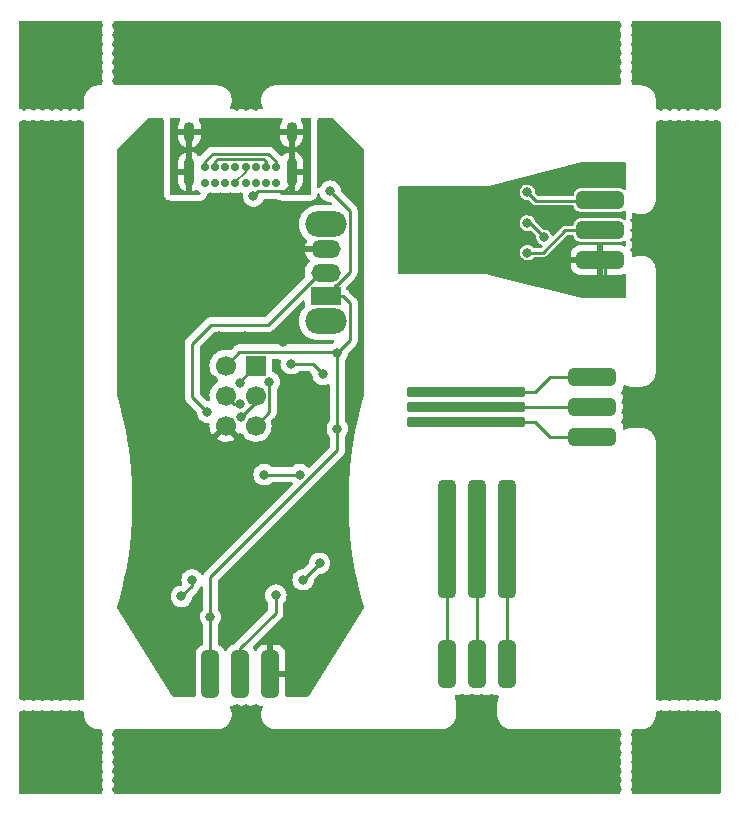
<source format=gbl>
G04 #@! TF.GenerationSoftware,KiCad,Pcbnew,6.0.2-378541a8eb~116~ubuntu20.04.1*
G04 #@! TF.CreationDate,2022-02-28T16:15:05+01:00*
G04 #@! TF.ProjectId,ISP_panel,4953505f-7061-46e6-956c-2e6b69636164,rev?*
G04 #@! TF.SameCoordinates,Original*
G04 #@! TF.FileFunction,Copper,L2,Bot*
G04 #@! TF.FilePolarity,Positive*
%FSLAX46Y46*%
G04 Gerber Fmt 4.6, Leading zero omitted, Abs format (unit mm)*
G04 Created by KiCad (PCBNEW 6.0.2-378541a8eb~116~ubuntu20.04.1) date 2022-02-28 16:15:05*
%MOMM*%
%LPD*%
G01*
G04 APERTURE LIST*
G04 Aperture macros list*
%AMRoundRect*
0 Rectangle with rounded corners*
0 $1 Rounding radius*
0 $2 $3 $4 $5 $6 $7 $8 $9 X,Y pos of 4 corners*
0 Add a 4 corners polygon primitive as box body*
4,1,4,$2,$3,$4,$5,$6,$7,$8,$9,$2,$3,0*
0 Add four circle primitives for the rounded corners*
1,1,$1+$1,$2,$3*
1,1,$1+$1,$4,$5*
1,1,$1+$1,$6,$7*
1,1,$1+$1,$8,$9*
0 Add four rect primitives between the rounded corners*
20,1,$1+$1,$2,$3,$4,$5,0*
20,1,$1+$1,$4,$5,$6,$7,0*
20,1,$1+$1,$6,$7,$8,$9,0*
20,1,$1+$1,$8,$9,$2,$3,0*%
G04 Aperture macros list end*
G04 #@! TA.AperFunction,ComponentPad*
%ADD10O,3.500000X2.200000*%
G04 #@! TD*
G04 #@! TA.AperFunction,ComponentPad*
%ADD11R,2.500000X1.500000*%
G04 #@! TD*
G04 #@! TA.AperFunction,ComponentPad*
%ADD12O,2.500000X1.500000*%
G04 #@! TD*
G04 #@! TA.AperFunction,ComponentPad*
%ADD13C,0.700000*%
G04 #@! TD*
G04 #@! TA.AperFunction,ComponentPad*
%ADD14O,0.900000X2.400000*%
G04 #@! TD*
G04 #@! TA.AperFunction,ComponentPad*
%ADD15O,0.900000X1.700000*%
G04 #@! TD*
G04 #@! TA.AperFunction,SMDPad,CuDef*
%ADD16RoundRect,0.375000X1.625000X-0.375000X1.625000X0.375000X-1.625000X0.375000X-1.625000X-0.375000X0*%
G04 #@! TD*
G04 #@! TA.AperFunction,SMDPad,CuDef*
%ADD17RoundRect,0.375000X-0.375000X-1.625000X0.375000X-1.625000X0.375000X1.625000X-0.375000X1.625000X0*%
G04 #@! TD*
G04 #@! TA.AperFunction,SMDPad,CuDef*
%ADD18RoundRect,0.225000X4.775000X-0.225000X4.775000X0.225000X-4.775000X0.225000X-4.775000X-0.225000X0*%
G04 #@! TD*
G04 #@! TA.AperFunction,SMDPad,CuDef*
%ADD19RoundRect,0.375000X0.375000X1.625000X-0.375000X1.625000X-0.375000X-1.625000X0.375000X-1.625000X0*%
G04 #@! TD*
G04 #@! TA.AperFunction,SMDPad,CuDef*
%ADD20RoundRect,0.375000X-0.375000X-4.625000X0.375000X-4.625000X0.375000X4.625000X-0.375000X4.625000X0*%
G04 #@! TD*
G04 #@! TA.AperFunction,ConnectorPad*
%ADD21R,1.700000X1.700000*%
G04 #@! TD*
G04 #@! TA.AperFunction,ConnectorPad*
%ADD22C,1.700000*%
G04 #@! TD*
G04 #@! TA.AperFunction,ViaPad*
%ADD23C,0.800000*%
G04 #@! TD*
G04 #@! TA.AperFunction,Conductor*
%ADD24C,0.200000*%
G04 #@! TD*
G04 #@! TA.AperFunction,Conductor*
%ADD25C,0.250000*%
G04 #@! TD*
G04 APERTURE END LIST*
D10*
G04 #@! TO.P,SW1,*
G04 #@! TO.N,*
X47199996Y-52699996D03*
X47199996Y-44499996D03*
D11*
G04 #@! TO.P,SW1,1,A*
G04 #@! TO.N,Board_0-/uC/VCC*
X47199996Y-50599996D03*
D12*
G04 #@! TO.P,SW1,2,B*
G04 #@! TO.N,Board_0-/uC/mode*
X47199996Y-48599996D03*
G04 #@! TO.P,SW1,3,C*
G04 #@! TO.N,Board_0-/uC/GND*
X47199996Y-46599996D03*
G04 #@! TD*
D13*
G04 #@! TO.P,J9,A1,GND*
G04 #@! TO.N,Board_0-/uC/GND*
X42974996Y-41024996D03*
G04 #@! TO.P,J9,A4,VBUS*
G04 #@! TO.N,Board_0-Net-(F1-Pad2)*
X42124996Y-41024996D03*
G04 #@! TO.P,J9,A5,CC1*
G04 #@! TO.N,Board_0-Net-(J9-PadA5)*
X41274996Y-41024996D03*
G04 #@! TO.P,J9,A6,D+*
G04 #@! TO.N,Board_0-/uC/D+*
X40424996Y-41024996D03*
G04 #@! TO.P,J9,A7,D-*
G04 #@! TO.N,Board_0-/uC/D-*
X39574996Y-41024996D03*
G04 #@! TO.P,J9,A8,SBU1*
G04 #@! TO.N,Board_0-unconnected-(J9-PadA8)*
X38724996Y-41024996D03*
G04 #@! TO.P,J9,A9,VBUS*
G04 #@! TO.N,Board_0-Net-(F1-Pad2)*
X37874996Y-41024996D03*
G04 #@! TO.P,J9,A12,GND*
G04 #@! TO.N,Board_0-/uC/GND*
X37024996Y-41024996D03*
G04 #@! TO.P,J9,B1,GND*
X37024996Y-39674996D03*
G04 #@! TO.P,J9,B4,VBUS*
G04 #@! TO.N,Board_0-Net-(F1-Pad2)*
X37874996Y-39674996D03*
G04 #@! TO.P,J9,B5,CC2*
G04 #@! TO.N,Board_0-Net-(J9-PadB5)*
X38724996Y-39674996D03*
G04 #@! TO.P,J9,B6,D+*
G04 #@! TO.N,Board_0-/uC/D+*
X39574996Y-39674996D03*
G04 #@! TO.P,J9,B7,D-*
G04 #@! TO.N,Board_0-/uC/D-*
X40424996Y-39674996D03*
G04 #@! TO.P,J9,B8,SBU2*
G04 #@! TO.N,Board_0-unconnected-(J9-PadB8)*
X41274996Y-39674996D03*
G04 #@! TO.P,J9,B9,VBUS*
G04 #@! TO.N,Board_0-Net-(F1-Pad2)*
X42124996Y-39674996D03*
G04 #@! TO.P,J9,B12,GND*
G04 #@! TO.N,Board_0-/uC/GND*
X42974996Y-39674996D03*
D14*
G04 #@! TO.P,J9,S1,SHIELD*
G04 #@! TO.N,Board_0-Net-(J9-PadS1)*
X44324996Y-40044996D03*
D15*
X44324996Y-36664996D03*
X35674996Y-36664996D03*
D14*
X35674996Y-40044996D03*
G04 #@! TD*
D16*
G04 #@! TO.P,J8,1,Pin_1*
G04 #@! TO.N,Board_3-/2x3 connector 1.27/GND*
X69725003Y-62539997D03*
G04 #@! TO.P,J8,2,Pin_2*
G04 #@! TO.N,Board_3-/2x3 connector 1.27/MOSI*
X69725003Y-59999997D03*
G04 #@! TO.P,J8,3,Pin_3*
G04 #@! TO.N,Board_3-/2x3 connector 1.27/VCC*
X69725003Y-57459997D03*
G04 #@! TD*
D17*
G04 #@! TO.P,J4,1,Pin_1*
G04 #@! TO.N,Board_2-/2x3 connector/GND*
X57460003Y-81725003D03*
G04 #@! TO.P,J4,2,Pin_2*
G04 #@! TO.N,Board_2-/2x3 connector/MOSI*
X60000003Y-81725003D03*
G04 #@! TO.P,J4,3,Pin_3*
G04 #@! TO.N,Board_2-/2x3 connector/VCC*
X62540003Y-81725003D03*
G04 #@! TD*
D18*
G04 #@! TO.P,J15,1,Pin_1*
G04 #@! TO.N,Board_3-/2x3 connector 1.27/GND*
X59125003Y-61269997D03*
G04 #@! TO.P,J15,2,Pin_2*
G04 #@! TO.N,Board_3-/2x3 connector 1.27/MOSI*
X59125003Y-59999997D03*
G04 #@! TO.P,J15,3,Pin_3*
G04 #@! TO.N,Board_3-/2x3 connector 1.27/VCC*
X59125003Y-58729997D03*
G04 #@! TD*
D19*
G04 #@! TO.P,J2,1,Pin_1*
G04 #@! TO.N,Board_0-/uC/GND*
X42539996Y-82599996D03*
G04 #@! TO.P,J2,2,Pin_2*
G04 #@! TO.N,Board_0-/uC/MOSI*
X39999996Y-82599996D03*
G04 #@! TO.P,J2,3,Pin_3*
G04 #@! TO.N,Board_0-/uC/VCC*
X37459996Y-82599996D03*
G04 #@! TD*
D20*
G04 #@! TO.P,J12,1,Pin_1*
G04 #@! TO.N,Board_2-/2x3 connector/GND*
X57460003Y-71125003D03*
G04 #@! TO.P,J12,2,Pin_2*
G04 #@! TO.N,Board_2-/2x3 connector/MOSI*
X60000003Y-71125003D03*
G04 #@! TO.P,J12,3,Pin_3*
G04 #@! TO.N,Board_2-/2x3 connector/VCC*
X62540003Y-71125003D03*
G04 #@! TD*
D21*
G04 #@! TO.P,J10,1,MISO*
G04 #@! TO.N,Board_0-/uC/MISO*
X41274996Y-56474996D03*
D22*
G04 #@! TO.P,J10,2,VCC*
G04 #@! TO.N,Board_0-/uC/VCC*
X38734996Y-56474996D03*
G04 #@! TO.P,J10,3,SCK*
G04 #@! TO.N,Board_0-/uC/SCK*
X41274996Y-59014996D03*
G04 #@! TO.P,J10,4,MOSI*
G04 #@! TO.N,Board_0-/uC/MOSI*
X38734996Y-59014996D03*
G04 #@! TO.P,J10,5,~{RST}*
G04 #@! TO.N,Board_0-/uC/~{RESET}*
X41274996Y-61554996D03*
G04 #@! TO.P,J10,6,GND*
G04 #@! TO.N,Board_0-/uC/GND*
X38734996Y-61554996D03*
G04 #@! TD*
D16*
G04 #@! TO.P,J6,1,Pin_1*
G04 #@! TO.N,Board_1-/1x6 connector/GND*
X70450003Y-47539997D03*
G04 #@! TO.P,J6,2,Pin_2*
G04 #@! TO.N,Board_1-/1x6 connector/MOSI*
X70450003Y-44999997D03*
G04 #@! TO.P,J6,3,Pin_3*
G04 #@! TO.N,Board_1-/1x6 connector/VCC*
X70450003Y-42459997D03*
G04 #@! TD*
D23*
G04 #@! TO.N,Board_0-/uC/GND*
X48799996Y-76999996D03*
X39199996Y-45099996D03*
X37699996Y-57699996D03*
X31799996Y-44799996D03*
X34999996Y-52299996D03*
X35578789Y-43587237D03*
X37999996Y-71199996D03*
X39699996Y-67799996D03*
X32699996Y-54899996D03*
X40399996Y-53999996D03*
X31799996Y-61999996D03*
X39999996Y-62599996D03*
X31799996Y-74999996D03*
X43599996Y-54499996D03*
X38199996Y-53999996D03*
G04 #@! TO.N,Board_0-/uC/MISO*
X39999996Y-57899996D03*
G04 #@! TO.N,Board_0-/uC/MOSI*
X42999996Y-75899996D03*
X39998108Y-59701010D03*
G04 #@! TO.N,Board_0-/uC/MOS_MISO*
X45299996Y-74599996D03*
X46699996Y-73199996D03*
G04 #@! TO.N,Board_0-/uC/MOS_UPDI*
X35899996Y-74599996D03*
X34999996Y-75999996D03*
G04 #@! TO.N,Board_0-/uC/SCK*
X44999996Y-65699996D03*
X41999996Y-65699996D03*
X40004997Y-60856315D03*
G04 #@! TO.N,Board_0-/uC/VCC*
X37459996Y-77739996D03*
X48199996Y-55399996D03*
X47599996Y-41699996D03*
X48199996Y-61799996D03*
G04 #@! TO.N,Board_0-/uC/mode*
X37199996Y-60399996D03*
G04 #@! TO.N,Board_0-/uC/~{RESET}*
X46999997Y-57199997D03*
X44299996Y-56299996D03*
X42425368Y-57843820D03*
G04 #@! TO.N,Board_0-Net-(J9-PadS1)*
X41099996Y-42099996D03*
G04 #@! TO.N,Board_1-/1x6 connector/GND*
X70850003Y-49499997D03*
X64300003Y-42999997D03*
G04 #@! TO.N,Board_1-/1x6 connector/MOSI*
X64300003Y-46899997D03*
G04 #@! TO.N,Board_1-/1x6 connector/SCK*
X64300003Y-44399997D03*
X65700003Y-45599997D03*
G04 #@! TO.N,Board_1-/1x6 connector/VCC*
X64300003Y-41799997D03*
G04 #@! TD*
D24*
G04 #@! TO.N,Board_0-/uC/D-*
X39574996Y-41024996D02*
X39574996Y-40956448D01*
X39574996Y-40956448D02*
X40424996Y-40106448D01*
X40424996Y-40106448D02*
X40424996Y-39674996D01*
D25*
G04 #@! TO.N,Board_0-/uC/GND*
X35578789Y-43587237D02*
X33012755Y-43587237D01*
X42939996Y-82599996D02*
X44099996Y-82599996D01*
X38954996Y-61554996D02*
X39999996Y-62599996D01*
X48799996Y-77899996D02*
X48799996Y-76999996D01*
X42974996Y-39180022D02*
X42345948Y-38550974D01*
X38734996Y-61554996D02*
X38954996Y-61554996D01*
X37024996Y-39174996D02*
X37024996Y-39674996D01*
X33012755Y-43587237D02*
X31799996Y-44799996D01*
X31799996Y-61999996D02*
X31799996Y-74999996D01*
X37649018Y-38550974D02*
X37024996Y-39174996D01*
X42345948Y-38550974D02*
X37649018Y-38550974D01*
X42974996Y-39674996D02*
X42974996Y-39180022D01*
X44099996Y-82599996D02*
X48799996Y-77899996D01*
X42539996Y-82999996D02*
X42939996Y-82599996D01*
G04 #@! TO.N,Board_0-/uC/MISO*
X39999996Y-57749996D02*
X39999996Y-57899996D01*
X41274996Y-56474996D02*
X39999996Y-57749996D01*
G04 #@! TO.N,Board_0-/uC/MOSI*
X42999996Y-75899996D02*
X42999996Y-77399996D01*
X42999996Y-77399996D02*
X39999996Y-80399996D01*
X39999996Y-80399996D02*
X39999996Y-82999996D01*
X39421010Y-59701010D02*
X38734996Y-59014996D01*
X39998108Y-59701010D02*
X39421010Y-59701010D01*
G04 #@! TO.N,Board_0-/uC/MOS_MISO*
X46699996Y-73199996D02*
X45299996Y-74599996D01*
G04 #@! TO.N,Board_0-/uC/MOS_UPDI*
X35899996Y-74599996D02*
X35899996Y-75099996D01*
X35899996Y-75099996D02*
X34999996Y-75999996D01*
G04 #@! TO.N,Board_0-/uC/SCK*
X41274996Y-59586316D02*
X41274996Y-59014996D01*
X40004997Y-60856315D02*
X41274996Y-59586316D01*
X41999996Y-65699996D02*
X44999996Y-65699996D01*
G04 #@! TO.N,Board_0-/uC/VCC*
X48099996Y-55299996D02*
X48199996Y-55399996D01*
X47199996Y-50599996D02*
X48125476Y-49674516D01*
X37459996Y-77739996D02*
X37459996Y-74389996D01*
X48145076Y-49674516D02*
X49274516Y-48545076D01*
X38734996Y-56474996D02*
X39909996Y-55299996D01*
X48199996Y-63649996D02*
X48199996Y-61799996D01*
X49274516Y-43374516D02*
X47599996Y-41699996D01*
X49274516Y-48545076D02*
X49274516Y-43374516D01*
X37459996Y-77739996D02*
X37459996Y-82999996D01*
X48199996Y-55399996D02*
X48199996Y-61799996D01*
X49299996Y-51199996D02*
X49299996Y-54299996D01*
X49299996Y-54299996D02*
X48199996Y-55399996D01*
X48125476Y-49674516D02*
X48145076Y-49674516D01*
X39909996Y-55299996D02*
X48099996Y-55299996D01*
X47199996Y-50599996D02*
X48699996Y-50599996D01*
X37459996Y-74389996D02*
X48199996Y-63649996D01*
X48699996Y-50599996D02*
X49299996Y-51199996D01*
G04 #@! TO.N,Board_0-/uC/mode*
X42299996Y-52999996D02*
X37499996Y-52999996D01*
X47199996Y-48599996D02*
X46699996Y-48599996D01*
X35899996Y-59099996D02*
X37199996Y-60399996D01*
X35899996Y-54599996D02*
X35899996Y-59099996D01*
X37499996Y-52999996D02*
X35899996Y-54599996D01*
X46699996Y-48599996D02*
X42299996Y-52999996D01*
G04 #@! TO.N,Board_0-/uC/~{RESET}*
X46099996Y-56299996D02*
X46999997Y-57199997D01*
X42449507Y-60380485D02*
X41274996Y-61554996D01*
X42425368Y-57843820D02*
X42449507Y-57867959D01*
X44299996Y-56299996D02*
X46099996Y-56299996D01*
X42449507Y-57867959D02*
X42449507Y-60380485D01*
G04 #@! TO.N,Board_0-Net-(F1-Pad2)*
X41945459Y-39000485D02*
X38054533Y-39000485D01*
X42124996Y-39180022D02*
X41945459Y-39000485D01*
X38054533Y-39000485D02*
X37874996Y-39180022D01*
X37874996Y-39180022D02*
X37874996Y-39674996D01*
X42124996Y-39674996D02*
X42124996Y-39180022D01*
G04 #@! TO.N,Board_0-Net-(J9-PadS1)*
X43699996Y-41699996D02*
X44324996Y-41074996D01*
X41499996Y-41699996D02*
X43699996Y-41699996D01*
X44324996Y-41074996D02*
X44324996Y-40044996D01*
X41099996Y-42099996D02*
X41499996Y-41699996D01*
G04 #@! TO.N,Board_1-/1x6 connector/GND*
X70850003Y-47539997D02*
X70850003Y-49499997D01*
G04 #@! TO.N,Board_1-/1x6 connector/MOSI*
X67500003Y-44999997D02*
X65600003Y-46899997D01*
X71100003Y-44999997D02*
X67500003Y-44999997D01*
X65600003Y-46899997D02*
X64300003Y-46899997D01*
G04 #@! TO.N,Board_1-/1x6 connector/SCK*
X64500003Y-44399997D02*
X65700003Y-45599997D01*
X64300003Y-44399997D02*
X64500003Y-44399997D01*
G04 #@! TO.N,Board_1-/1x6 connector/VCC*
X71100003Y-42459997D02*
X71060003Y-42499997D01*
X65000003Y-42499997D02*
X64300003Y-41799997D01*
X71060003Y-42499997D02*
X65000003Y-42499997D01*
G04 #@! TO.N,Board_2-/2x3 connector/GND*
X57460003Y-82125003D02*
X57460003Y-71125003D01*
G04 #@! TO.N,Board_2-/2x3 connector/MOSI*
X60000003Y-82125003D02*
X60000003Y-71125003D01*
G04 #@! TO.N,Board_2-/2x3 connector/VCC*
X62540003Y-82125003D02*
X62540003Y-71125003D01*
G04 #@! TO.N,Board_3-/2x3 connector 1.27/GND*
X64895003Y-61269997D02*
X66165003Y-62539997D01*
X66165003Y-62539997D02*
X70125003Y-62539997D01*
X59125003Y-61269997D02*
X64895003Y-61269997D01*
G04 #@! TO.N,Board_3-/2x3 connector 1.27/MOSI*
X70125003Y-59999997D02*
X59125003Y-59999997D01*
G04 #@! TO.N,Board_3-/2x3 connector 1.27/VCC*
X64895003Y-58729997D02*
X66165003Y-57459997D01*
X66165003Y-57459997D02*
X70125003Y-57459997D01*
X59125003Y-58729997D02*
X64895003Y-58729997D01*
G04 #@! TD*
G04 #@! TA.AperFunction,Conductor*
G04 #@! TO.N,Board_0-/uC/GND*
G36*
X47805507Y-35527998D02*
G01*
X47826481Y-35544901D01*
X50455091Y-38173512D01*
X50489117Y-38235824D01*
X50491996Y-38262607D01*
X50491996Y-58895454D01*
X50487285Y-58929585D01*
X50314905Y-59542154D01*
X50213260Y-59903357D01*
X49953785Y-60963557D01*
X49953575Y-60964564D01*
X49953571Y-60964581D01*
X49886729Y-61284881D01*
X49730809Y-62032029D01*
X49544593Y-63107517D01*
X49395357Y-64188757D01*
X49283277Y-65274477D01*
X49283205Y-65275523D01*
X49283203Y-65275548D01*
X49209163Y-66353498D01*
X49208483Y-66363402D01*
X49208448Y-66364432D01*
X49208447Y-66364445D01*
X49184873Y-67051688D01*
X49171064Y-67454251D01*
X49171064Y-68545741D01*
X49208483Y-69636590D01*
X49208553Y-69637608D01*
X49208554Y-69637629D01*
X49277275Y-70638125D01*
X49283277Y-70725515D01*
X49395357Y-71811235D01*
X49544593Y-72892475D01*
X49730809Y-73967963D01*
X49824440Y-74416631D01*
X49952407Y-75029830D01*
X49953785Y-75036435D01*
X50213260Y-76096635D01*
X50431718Y-76872944D01*
X50430917Y-76943935D01*
X50417277Y-76973853D01*
X45764475Y-84418338D01*
X45755451Y-84432776D01*
X45702385Y-84479941D01*
X45648603Y-84491996D01*
X43918153Y-84491996D01*
X43850032Y-84471994D01*
X43803539Y-84418338D01*
X43792541Y-84356110D01*
X43797803Y-84289256D01*
X43797996Y-84284331D01*
X43797996Y-82872111D01*
X43793521Y-82856872D01*
X43792131Y-82855667D01*
X43784448Y-82853996D01*
X42411996Y-82853996D01*
X42343875Y-82833994D01*
X42297382Y-82780338D01*
X42285996Y-82727996D01*
X42285996Y-82327881D01*
X42793996Y-82327881D01*
X42798471Y-82343120D01*
X42799861Y-82344325D01*
X42807544Y-82345996D01*
X43779881Y-82345996D01*
X43795120Y-82341521D01*
X43796325Y-82340131D01*
X43797996Y-82332448D01*
X43797996Y-80915662D01*
X43797803Y-80910735D01*
X43792382Y-80841856D01*
X43790435Y-80830529D01*
X43745595Y-80663183D01*
X43740894Y-80650937D01*
X43662618Y-80497314D01*
X43655466Y-80486300D01*
X43546962Y-80352307D01*
X43537685Y-80343030D01*
X43403692Y-80234526D01*
X43392678Y-80227374D01*
X43239055Y-80149098D01*
X43226809Y-80144397D01*
X43059463Y-80099557D01*
X43048136Y-80097610D01*
X42979257Y-80092189D01*
X42974330Y-80091996D01*
X42812111Y-80091996D01*
X42796872Y-80096471D01*
X42795667Y-80097861D01*
X42793996Y-80105544D01*
X42793996Y-82327881D01*
X42285996Y-82327881D01*
X42285996Y-80110111D01*
X42281521Y-80094872D01*
X42280131Y-80093667D01*
X42272448Y-80091996D01*
X42105662Y-80091996D01*
X42100735Y-80092189D01*
X42031856Y-80097610D01*
X42020529Y-80099557D01*
X41853183Y-80144397D01*
X41840937Y-80149098D01*
X41687314Y-80227374D01*
X41676300Y-80234526D01*
X41542307Y-80343030D01*
X41533030Y-80352307D01*
X41424526Y-80486300D01*
X41417374Y-80497313D01*
X41382544Y-80565671D01*
X41333796Y-80617286D01*
X41264881Y-80634352D01*
X41197679Y-80611451D01*
X41158010Y-80565671D01*
X41123040Y-80497039D01*
X41120043Y-80491157D01*
X41050355Y-80405100D01*
X41023031Y-80339577D01*
X41035470Y-80269678D01*
X41059182Y-80236714D01*
X43392243Y-77903653D01*
X43400533Y-77896109D01*
X43407014Y-77891996D01*
X43453655Y-77842328D01*
X43456409Y-77839487D01*
X43476131Y-77819765D01*
X43478615Y-77816563D01*
X43486313Y-77807551D01*
X43511157Y-77781094D01*
X43516582Y-77775317D01*
X43526343Y-77757562D01*
X43537194Y-77741043D01*
X43549610Y-77725037D01*
X43567170Y-77684459D01*
X43572387Y-77673809D01*
X43593691Y-77635056D01*
X43598729Y-77615433D01*
X43605133Y-77596730D01*
X43610029Y-77585416D01*
X43610029Y-77585415D01*
X43613177Y-77578141D01*
X43614416Y-77570318D01*
X43614419Y-77570308D01*
X43620095Y-77534472D01*
X43622501Y-77522852D01*
X43631524Y-77487707D01*
X43631524Y-77487706D01*
X43633496Y-77480026D01*
X43633496Y-77459772D01*
X43635047Y-77440061D01*
X43636976Y-77427882D01*
X43638216Y-77420053D01*
X43634055Y-77376034D01*
X43633496Y-77364177D01*
X43633496Y-76602520D01*
X43653498Y-76534399D01*
X43665854Y-76518217D01*
X43739036Y-76436940D01*
X43834523Y-76271552D01*
X43893538Y-76089924D01*
X43913500Y-75899996D01*
X43904048Y-75810068D01*
X43894228Y-75716631D01*
X43894228Y-75716629D01*
X43893538Y-75710068D01*
X43834523Y-75528440D01*
X43807190Y-75481097D01*
X43796771Y-75463052D01*
X43739036Y-75363052D01*
X43706912Y-75327374D01*
X43615671Y-75226041D01*
X43615670Y-75226040D01*
X43611249Y-75221130D01*
X43495160Y-75136786D01*
X43462090Y-75112759D01*
X43462089Y-75112758D01*
X43456748Y-75108878D01*
X43450720Y-75106194D01*
X43450718Y-75106193D01*
X43288315Y-75033887D01*
X43288314Y-75033887D01*
X43282284Y-75031202D01*
X43188884Y-75011349D01*
X43101940Y-74992868D01*
X43101935Y-74992868D01*
X43095483Y-74991496D01*
X42904509Y-74991496D01*
X42898057Y-74992868D01*
X42898052Y-74992868D01*
X42811108Y-75011349D01*
X42717708Y-75031202D01*
X42711678Y-75033887D01*
X42711677Y-75033887D01*
X42549274Y-75106193D01*
X42549272Y-75106194D01*
X42543244Y-75108878D01*
X42537903Y-75112758D01*
X42537902Y-75112759D01*
X42504832Y-75136786D01*
X42388743Y-75221130D01*
X42384322Y-75226040D01*
X42384321Y-75226041D01*
X42293081Y-75327374D01*
X42260956Y-75363052D01*
X42203221Y-75463052D01*
X42192803Y-75481097D01*
X42165469Y-75528440D01*
X42106454Y-75710068D01*
X42105764Y-75716629D01*
X42105764Y-75716631D01*
X42095944Y-75810068D01*
X42086492Y-75899996D01*
X42106454Y-76089924D01*
X42165469Y-76271552D01*
X42260956Y-76436940D01*
X42334133Y-76518211D01*
X42364849Y-76582217D01*
X42366496Y-76602520D01*
X42366496Y-77085402D01*
X42346494Y-77153523D01*
X42329591Y-77174497D01*
X39607743Y-79896344D01*
X39599457Y-79903884D01*
X39592978Y-79907996D01*
X39587553Y-79913773D01*
X39546353Y-79957647D01*
X39543598Y-79960489D01*
X39523861Y-79980226D01*
X39521381Y-79983423D01*
X39513678Y-79992443D01*
X39483410Y-80024675D01*
X39479591Y-80031621D01*
X39479589Y-80031624D01*
X39473648Y-80042430D01*
X39462797Y-80058949D01*
X39450383Y-80074954D01*
X39449334Y-80074141D01*
X39403436Y-80116998D01*
X39379486Y-80126113D01*
X39306634Y-80145634D01*
X39141157Y-80229949D01*
X39136028Y-80234102D01*
X39136024Y-80234105D01*
X39026717Y-80322621D01*
X38996826Y-80346826D01*
X38992671Y-80351957D01*
X38884105Y-80486024D01*
X38884102Y-80486028D01*
X38879949Y-80491157D01*
X38876954Y-80497035D01*
X38876952Y-80497038D01*
X38842263Y-80565120D01*
X38793515Y-80616735D01*
X38724600Y-80633801D01*
X38657398Y-80610900D01*
X38617729Y-80565120D01*
X38583040Y-80497038D01*
X38583038Y-80497035D01*
X38580043Y-80491157D01*
X38575890Y-80486028D01*
X38575887Y-80486024D01*
X38467321Y-80351957D01*
X38463166Y-80346826D01*
X38433275Y-80322621D01*
X38323968Y-80234105D01*
X38323964Y-80234102D01*
X38318835Y-80229949D01*
X38312957Y-80226954D01*
X38312954Y-80226952D01*
X38229142Y-80184248D01*
X38162292Y-80150186D01*
X38110678Y-80101439D01*
X38093496Y-80037920D01*
X38093496Y-78442520D01*
X38113498Y-78374399D01*
X38125854Y-78358217D01*
X38199036Y-78276940D01*
X38294523Y-78111552D01*
X38353538Y-77929924D01*
X38357525Y-77891996D01*
X38372810Y-77746561D01*
X38373500Y-77739996D01*
X38363200Y-77641997D01*
X38354228Y-77556631D01*
X38354228Y-77556629D01*
X38353538Y-77550068D01*
X38294523Y-77368440D01*
X38199036Y-77203052D01*
X38125859Y-77121781D01*
X38095143Y-77057775D01*
X38093496Y-77037472D01*
X38093496Y-74704590D01*
X38113498Y-74636469D01*
X38130401Y-74615495D01*
X38145900Y-74599996D01*
X44386492Y-74599996D01*
X44406454Y-74789924D01*
X44465469Y-74971552D01*
X44560956Y-75136940D01*
X44565374Y-75141847D01*
X44565375Y-75141848D01*
X44625729Y-75208878D01*
X44688743Y-75278862D01*
X44843244Y-75391114D01*
X44849272Y-75393798D01*
X44849274Y-75393799D01*
X45004820Y-75463052D01*
X45017708Y-75468790D01*
X45075608Y-75481097D01*
X45198052Y-75507124D01*
X45198057Y-75507124D01*
X45204509Y-75508496D01*
X45395483Y-75508496D01*
X45401935Y-75507124D01*
X45401940Y-75507124D01*
X45524384Y-75481097D01*
X45582284Y-75468790D01*
X45595172Y-75463052D01*
X45750718Y-75393799D01*
X45750720Y-75393798D01*
X45756748Y-75391114D01*
X45911249Y-75278862D01*
X45974263Y-75208878D01*
X46034617Y-75141848D01*
X46034618Y-75141847D01*
X46039036Y-75136940D01*
X46134523Y-74971552D01*
X46193538Y-74789924D01*
X46210903Y-74624704D01*
X46237916Y-74559047D01*
X46247118Y-74548778D01*
X46650497Y-74145400D01*
X46712809Y-74111375D01*
X46739592Y-74108496D01*
X46795483Y-74108496D01*
X46801935Y-74107124D01*
X46801940Y-74107124D01*
X46888884Y-74088643D01*
X46982284Y-74068790D01*
X47004958Y-74058695D01*
X47150718Y-73993799D01*
X47150720Y-73993798D01*
X47156748Y-73991114D01*
X47181109Y-73973415D01*
X47292355Y-73892589D01*
X47311249Y-73878862D01*
X47374263Y-73808878D01*
X47434617Y-73741848D01*
X47434618Y-73741847D01*
X47439036Y-73736940D01*
X47534523Y-73571552D01*
X47593538Y-73389924D01*
X47613500Y-73199996D01*
X47593538Y-73010068D01*
X47534523Y-72828440D01*
X47439036Y-72663052D01*
X47311249Y-72521130D01*
X47156748Y-72408878D01*
X47150720Y-72406194D01*
X47150718Y-72406193D01*
X46988315Y-72333887D01*
X46988314Y-72333887D01*
X46982284Y-72331202D01*
X46888883Y-72311349D01*
X46801940Y-72292868D01*
X46801935Y-72292868D01*
X46795483Y-72291496D01*
X46604509Y-72291496D01*
X46598057Y-72292868D01*
X46598052Y-72292868D01*
X46511109Y-72311349D01*
X46417708Y-72331202D01*
X46411678Y-72333887D01*
X46411677Y-72333887D01*
X46249274Y-72406193D01*
X46249272Y-72406194D01*
X46243244Y-72408878D01*
X46088743Y-72521130D01*
X45960956Y-72663052D01*
X45865469Y-72828440D01*
X45806454Y-73010068D01*
X45805764Y-73016629D01*
X45805764Y-73016631D01*
X45789089Y-73175288D01*
X45762076Y-73240945D01*
X45752874Y-73251214D01*
X45349495Y-73654592D01*
X45287183Y-73688617D01*
X45260400Y-73691496D01*
X45204509Y-73691496D01*
X45198057Y-73692868D01*
X45198052Y-73692868D01*
X45111108Y-73711349D01*
X45017708Y-73731202D01*
X45011678Y-73733887D01*
X45011677Y-73733887D01*
X44849274Y-73806193D01*
X44849272Y-73806194D01*
X44843244Y-73808878D01*
X44688743Y-73921130D01*
X44684322Y-73926040D01*
X44684321Y-73926041D01*
X44623312Y-73993799D01*
X44560956Y-74063052D01*
X44465469Y-74228440D01*
X44406454Y-74410068D01*
X44405764Y-74416629D01*
X44405764Y-74416631D01*
X44391875Y-74548778D01*
X44386492Y-74599996D01*
X38145900Y-74599996D01*
X48592243Y-64153653D01*
X48600533Y-64146109D01*
X48607014Y-64141996D01*
X48653655Y-64092328D01*
X48656409Y-64089487D01*
X48676131Y-64069765D01*
X48678608Y-64066572D01*
X48686313Y-64057551D01*
X48711155Y-64031096D01*
X48716582Y-64025317D01*
X48720403Y-64018367D01*
X48726342Y-64007564D01*
X48737198Y-63991037D01*
X48744753Y-63981298D01*
X48744754Y-63981296D01*
X48749610Y-63975036D01*
X48767170Y-63934456D01*
X48772387Y-63923808D01*
X48789871Y-63892005D01*
X48789872Y-63892003D01*
X48793691Y-63885056D01*
X48798729Y-63865433D01*
X48805133Y-63846730D01*
X48810029Y-63835416D01*
X48810029Y-63835415D01*
X48813177Y-63828141D01*
X48814416Y-63820318D01*
X48814419Y-63820308D01*
X48820095Y-63784472D01*
X48822501Y-63772852D01*
X48831524Y-63737707D01*
X48831524Y-63737706D01*
X48833496Y-63730026D01*
X48833496Y-63709772D01*
X48835047Y-63690061D01*
X48836976Y-63677882D01*
X48838216Y-63670053D01*
X48834055Y-63626034D01*
X48833496Y-63614177D01*
X48833496Y-62502520D01*
X48853498Y-62434399D01*
X48865854Y-62418217D01*
X48939036Y-62336940D01*
X49034523Y-62171552D01*
X49093538Y-61989924D01*
X49109513Y-61837935D01*
X49112810Y-61806561D01*
X49113500Y-61799996D01*
X49097465Y-61647433D01*
X49094228Y-61616631D01*
X49094228Y-61616629D01*
X49093538Y-61610068D01*
X49034523Y-61428440D01*
X48939036Y-61263052D01*
X48865859Y-61181781D01*
X48835143Y-61117775D01*
X48833496Y-61097472D01*
X48833496Y-56102520D01*
X48853498Y-56034399D01*
X48865854Y-56018217D01*
X48939036Y-55936940D01*
X49034523Y-55771552D01*
X49093538Y-55589924D01*
X49110903Y-55424704D01*
X49137916Y-55359047D01*
X49147118Y-55348778D01*
X49692254Y-54803643D01*
X49700533Y-54796109D01*
X49707014Y-54791996D01*
X49753640Y-54742344D01*
X49756394Y-54739503D01*
X49776131Y-54719766D01*
X49778611Y-54716569D01*
X49786316Y-54707547D01*
X49811155Y-54681096D01*
X49816582Y-54675317D01*
X49820401Y-54668371D01*
X49820403Y-54668368D01*
X49826344Y-54657562D01*
X49837195Y-54641043D01*
X49844754Y-54631297D01*
X49849610Y-54625037D01*
X49852755Y-54617768D01*
X49852758Y-54617764D01*
X49867170Y-54584459D01*
X49872387Y-54573809D01*
X49893691Y-54535056D01*
X49898729Y-54515433D01*
X49905133Y-54496730D01*
X49910029Y-54485416D01*
X49910029Y-54485415D01*
X49913177Y-54478141D01*
X49914416Y-54470318D01*
X49914419Y-54470308D01*
X49920095Y-54434472D01*
X49922501Y-54422852D01*
X49931524Y-54387707D01*
X49931524Y-54387706D01*
X49933496Y-54380026D01*
X49933496Y-54359772D01*
X49935047Y-54340061D01*
X49936976Y-54327882D01*
X49938216Y-54320053D01*
X49934055Y-54276034D01*
X49933496Y-54264177D01*
X49933496Y-51278763D01*
X49934023Y-51267580D01*
X49935698Y-51260087D01*
X49933558Y-51192010D01*
X49933496Y-51188051D01*
X49933496Y-51160140D01*
X49932991Y-51156140D01*
X49932058Y-51144297D01*
X49930918Y-51108025D01*
X49930669Y-51100106D01*
X49925018Y-51080654D01*
X49921010Y-51061302D01*
X49920116Y-51054231D01*
X49918470Y-51041199D01*
X49915552Y-51033828D01*
X49902196Y-51000093D01*
X49898351Y-50988866D01*
X49892723Y-50969495D01*
X49886014Y-50946403D01*
X49879548Y-50935469D01*
X49875703Y-50928968D01*
X49867008Y-50911220D01*
X49859548Y-50892379D01*
X49833560Y-50856609D01*
X49827044Y-50846689D01*
X49808576Y-50815461D01*
X49808574Y-50815458D01*
X49804538Y-50808634D01*
X49790217Y-50794313D01*
X49777376Y-50779279D01*
X49770128Y-50769303D01*
X49765468Y-50762889D01*
X49731403Y-50734708D01*
X49722622Y-50726718D01*
X49203643Y-50207738D01*
X49196109Y-50199459D01*
X49191996Y-50192978D01*
X49142344Y-50146352D01*
X49139503Y-50143598D01*
X49119766Y-50123861D01*
X49116569Y-50121381D01*
X49107547Y-50113676D01*
X49081096Y-50088837D01*
X49075317Y-50083410D01*
X49068371Y-50079591D01*
X49068368Y-50079589D01*
X49057562Y-50073648D01*
X49041043Y-50062797D01*
X49031300Y-50055240D01*
X49031301Y-50055240D01*
X49025037Y-50050382D01*
X49019713Y-50048078D01*
X48971905Y-49996877D01*
X48958496Y-49940315D01*
X48958496Y-49809190D01*
X48978498Y-49741069D01*
X48995401Y-49720095D01*
X49666763Y-49048733D01*
X49675053Y-49041189D01*
X49681534Y-49037076D01*
X49728175Y-48987408D01*
X49730929Y-48984567D01*
X49750650Y-48964846D01*
X49753128Y-48961651D01*
X49760834Y-48952629D01*
X49785674Y-48926177D01*
X49791102Y-48920397D01*
X49800862Y-48902644D01*
X49811715Y-48886121D01*
X49819269Y-48876382D01*
X49824129Y-48870117D01*
X49841692Y-48829533D01*
X49846899Y-48818903D01*
X49868211Y-48780136D01*
X49870182Y-48772459D01*
X49870184Y-48772454D01*
X49873248Y-48760518D01*
X49879654Y-48741806D01*
X49884550Y-48730493D01*
X49887697Y-48723221D01*
X49894613Y-48679557D01*
X49897020Y-48667936D01*
X49906044Y-48632787D01*
X49906044Y-48632786D01*
X49908016Y-48625106D01*
X49908016Y-48604845D01*
X49909567Y-48585134D01*
X49911495Y-48572961D01*
X49912735Y-48565133D01*
X49908575Y-48521122D01*
X49908016Y-48509265D01*
X49908016Y-43453283D01*
X49908543Y-43442100D01*
X49910218Y-43434607D01*
X49908078Y-43366516D01*
X49908016Y-43362559D01*
X49908016Y-43334660D01*
X49907512Y-43330669D01*
X49906579Y-43318827D01*
X49905439Y-43282552D01*
X49905190Y-43274627D01*
X49902978Y-43267013D01*
X49902977Y-43267008D01*
X49899539Y-43255175D01*
X49895528Y-43235811D01*
X49893983Y-43223580D01*
X49892990Y-43215719D01*
X49890073Y-43208352D01*
X49890072Y-43208347D01*
X49876714Y-43174608D01*
X49872870Y-43163381D01*
X49862746Y-43128538D01*
X49860534Y-43120923D01*
X49850223Y-43103488D01*
X49841528Y-43085740D01*
X49834068Y-43066899D01*
X49808080Y-43031129D01*
X49801564Y-43021209D01*
X49783096Y-42989981D01*
X49783094Y-42989978D01*
X49779058Y-42983154D01*
X49764737Y-42968833D01*
X49751896Y-42953799D01*
X49744647Y-42943822D01*
X49739988Y-42937409D01*
X49705911Y-42909218D01*
X49697132Y-42901228D01*
X48547118Y-41751213D01*
X48513092Y-41688901D01*
X48510903Y-41675288D01*
X48494228Y-41516631D01*
X48494228Y-41516629D01*
X48493538Y-41510068D01*
X48434523Y-41328440D01*
X48339036Y-41163052D01*
X48211249Y-41021130D01*
X48056748Y-40908878D01*
X48050720Y-40906194D01*
X48050718Y-40906193D01*
X47888315Y-40833887D01*
X47888314Y-40833887D01*
X47882284Y-40831202D01*
X47788884Y-40811349D01*
X47701940Y-40792868D01*
X47701935Y-40792868D01*
X47695483Y-40791496D01*
X47504509Y-40791496D01*
X47498057Y-40792868D01*
X47498052Y-40792868D01*
X47411108Y-40811349D01*
X47317708Y-40831202D01*
X47311678Y-40833887D01*
X47311677Y-40833887D01*
X47149274Y-40906193D01*
X47149272Y-40906194D01*
X47143244Y-40908878D01*
X46988743Y-41021130D01*
X46860956Y-41163052D01*
X46765469Y-41328440D01*
X46763427Y-41334725D01*
X46753829Y-41364264D01*
X46713755Y-41422870D01*
X46648359Y-41450507D01*
X46578402Y-41438400D01*
X46526096Y-41390394D01*
X46507996Y-41325328D01*
X46507996Y-35633996D01*
X46527998Y-35565875D01*
X46581654Y-35519382D01*
X46633996Y-35507996D01*
X47737386Y-35507996D01*
X47805507Y-35527998D01*
G37*
G04 #@! TD.AperFunction*
G04 #@! TA.AperFunction,Conductor*
G36*
X33434117Y-35527998D02*
G01*
X33480610Y-35581654D01*
X33491996Y-35633996D01*
X33491996Y-41873996D01*
X33503605Y-41981976D01*
X33514991Y-42034318D01*
X33549289Y-42137368D01*
X33627461Y-42259006D01*
X33630403Y-42262401D01*
X33630405Y-42262404D01*
X33654251Y-42289924D01*
X33673954Y-42312662D01*
X33677348Y-42315603D01*
X33697998Y-42333496D01*
X33783230Y-42407351D01*
X33914756Y-42467417D01*
X33928839Y-42471552D01*
X33978554Y-42486150D01*
X33978558Y-42486151D01*
X33982877Y-42487419D01*
X33987325Y-42488059D01*
X33987332Y-42488060D01*
X34121548Y-42507357D01*
X34121555Y-42507358D01*
X34125996Y-42507996D01*
X36518613Y-42507996D01*
X36576529Y-42504684D01*
X36578331Y-42504477D01*
X36578345Y-42504476D01*
X36603259Y-42501617D01*
X36603273Y-42501615D01*
X36605068Y-42501409D01*
X36638728Y-42495584D01*
X36656005Y-42492594D01*
X36656007Y-42492594D01*
X36662210Y-42491520D01*
X36796950Y-42439061D01*
X36858770Y-42404150D01*
X36973279Y-42315850D01*
X37058267Y-42198872D01*
X37091398Y-42136080D01*
X37139984Y-41999906D01*
X37140822Y-41985264D01*
X37141565Y-41972268D01*
X37165425Y-41905401D01*
X37221648Y-41862048D01*
X37241161Y-41856218D01*
X37285125Y-41846873D01*
X37297625Y-41842811D01*
X37398131Y-41798063D01*
X37468498Y-41788629D01*
X37500629Y-41798063D01*
X37601135Y-41842811D01*
X37608244Y-41845976D01*
X37672821Y-41859702D01*
X37778307Y-41882124D01*
X37778311Y-41882124D01*
X37784764Y-41883496D01*
X37965228Y-41883496D01*
X37971681Y-41882124D01*
X37971685Y-41882124D01*
X38077171Y-41859702D01*
X38141748Y-41845976D01*
X38172887Y-41832112D01*
X38248747Y-41798337D01*
X38319114Y-41788903D01*
X38351245Y-41798337D01*
X38427105Y-41832112D01*
X38458244Y-41845976D01*
X38522821Y-41859702D01*
X38628307Y-41882124D01*
X38628311Y-41882124D01*
X38634764Y-41883496D01*
X38815228Y-41883496D01*
X38821681Y-41882124D01*
X38821685Y-41882124D01*
X38927171Y-41859702D01*
X38991748Y-41845976D01*
X39022887Y-41832112D01*
X39098747Y-41798337D01*
X39169114Y-41788903D01*
X39201245Y-41798337D01*
X39277105Y-41832112D01*
X39308244Y-41845976D01*
X39372821Y-41859702D01*
X39478307Y-41882124D01*
X39478311Y-41882124D01*
X39484764Y-41883496D01*
X39665228Y-41883496D01*
X39671681Y-41882124D01*
X39671685Y-41882124D01*
X39777171Y-41859702D01*
X39841748Y-41845976D01*
X39872887Y-41832112D01*
X39948747Y-41798337D01*
X40019114Y-41788903D01*
X40051245Y-41798337D01*
X40127104Y-41832112D01*
X40181200Y-41878093D01*
X40201849Y-41946020D01*
X40201165Y-41960389D01*
X40197218Y-41997939D01*
X40186492Y-42099996D01*
X40187182Y-42106561D01*
X40203562Y-42262404D01*
X40206454Y-42289924D01*
X40265469Y-42471552D01*
X40268772Y-42477274D01*
X40268773Y-42477275D01*
X40286510Y-42507996D01*
X40360956Y-42636940D01*
X40488743Y-42778862D01*
X40643244Y-42891114D01*
X40649272Y-42893798D01*
X40649274Y-42893799D01*
X40807704Y-42964336D01*
X40817708Y-42968790D01*
X40911109Y-42988643D01*
X40998052Y-43007124D01*
X40998057Y-43007124D01*
X41004509Y-43008496D01*
X41195483Y-43008496D01*
X41201935Y-43007124D01*
X41201940Y-43007124D01*
X41288883Y-42988643D01*
X41382284Y-42968790D01*
X41392288Y-42964336D01*
X41550718Y-42893799D01*
X41550720Y-42893798D01*
X41556748Y-42891114D01*
X41711249Y-42778862D01*
X41839036Y-42636940D01*
X41913482Y-42507996D01*
X41931219Y-42477275D01*
X41931220Y-42477274D01*
X41934523Y-42471552D01*
X41951091Y-42420561D01*
X41991164Y-42361955D01*
X42056560Y-42334317D01*
X42070924Y-42333496D01*
X43006385Y-42333496D01*
X43074506Y-42353498D01*
X43088897Y-42364271D01*
X43138613Y-42407351D01*
X43270139Y-42467417D01*
X43284222Y-42471552D01*
X43333937Y-42486150D01*
X43333941Y-42486151D01*
X43338260Y-42487419D01*
X43342708Y-42488059D01*
X43342715Y-42488060D01*
X43476931Y-42507357D01*
X43476938Y-42507358D01*
X43481379Y-42507996D01*
X45873996Y-42507996D01*
X45981976Y-42496387D01*
X45985260Y-42495673D01*
X45985264Y-42495672D01*
X46014854Y-42489235D01*
X46034318Y-42485001D01*
X46137368Y-42450703D01*
X46259006Y-42372531D01*
X46268538Y-42364272D01*
X46309269Y-42328978D01*
X46312662Y-42326038D01*
X46316723Y-42321352D01*
X46385614Y-42241848D01*
X46407351Y-42216762D01*
X46467417Y-42085236D01*
X46487419Y-42017115D01*
X46488059Y-42012667D01*
X46488062Y-42012651D01*
X46490177Y-41997939D01*
X46519671Y-41933359D01*
X46579398Y-41894976D01*
X46650394Y-41894977D01*
X46710120Y-41933362D01*
X46734726Y-41976935D01*
X46765469Y-42071552D01*
X46860956Y-42236940D01*
X46865374Y-42241847D01*
X46865375Y-42241848D01*
X46984321Y-42373951D01*
X46988743Y-42378862D01*
X47073843Y-42440691D01*
X47136412Y-42486150D01*
X47143244Y-42491114D01*
X47149272Y-42493798D01*
X47149274Y-42493799D01*
X47311677Y-42566105D01*
X47317708Y-42568790D01*
X47411108Y-42588643D01*
X47498052Y-42607124D01*
X47498057Y-42607124D01*
X47504509Y-42608496D01*
X47560402Y-42608496D01*
X47628523Y-42628498D01*
X47649497Y-42645401D01*
X47680497Y-42676401D01*
X47714523Y-42738713D01*
X47709458Y-42809528D01*
X47666911Y-42866364D01*
X47600391Y-42891175D01*
X47591402Y-42891496D01*
X46486797Y-42891496D01*
X46484348Y-42891689D01*
X46484341Y-42891689D01*
X46397412Y-42898531D01*
X46297593Y-42906387D01*
X46292786Y-42907541D01*
X46292780Y-42907542D01*
X46168376Y-42937409D01*
X46051405Y-42965491D01*
X46046834Y-42967384D01*
X46046832Y-42967385D01*
X45822068Y-43060485D01*
X45822064Y-43060487D01*
X45817494Y-43062380D01*
X45601620Y-43194668D01*
X45409098Y-43359098D01*
X45244668Y-43551620D01*
X45112380Y-43767494D01*
X45015491Y-44001405D01*
X44956387Y-44247593D01*
X44936522Y-44499996D01*
X44956387Y-44752399D01*
X45015491Y-44998587D01*
X45112380Y-45232498D01*
X45244668Y-45448372D01*
X45409098Y-45640894D01*
X45412854Y-45644102D01*
X45590359Y-45795706D01*
X45629168Y-45855157D01*
X45629674Y-45926151D01*
X45613108Y-45961795D01*
X45596275Y-45986844D01*
X45590891Y-45996638D01*
X45505139Y-46191986D01*
X45501574Y-46202578D01*
X45471372Y-46328380D01*
X45472077Y-46342466D01*
X45480956Y-46345996D01*
X47327996Y-46345996D01*
X47396117Y-46365998D01*
X47442610Y-46419654D01*
X47453996Y-46471996D01*
X47453996Y-46727996D01*
X47433994Y-46796117D01*
X47380338Y-46842610D01*
X47327996Y-46853996D01*
X45481585Y-46853996D01*
X45467603Y-46858101D01*
X45466110Y-46867724D01*
X45466162Y-46867969D01*
X45528894Y-47071879D01*
X45533115Y-47082225D01*
X45630967Y-47271810D01*
X45636953Y-47281241D01*
X45766828Y-47450497D01*
X45774394Y-47458726D01*
X45826475Y-47506116D01*
X45863398Y-47566757D01*
X45861675Y-47637732D01*
X45832160Y-47686995D01*
X45762475Y-47758905D01*
X45718004Y-47804795D01*
X45592706Y-47991258D01*
X45502408Y-48196963D01*
X45449964Y-48415407D01*
X45449641Y-48421012D01*
X45437431Y-48632787D01*
X45437033Y-48639686D01*
X45463707Y-48860115D01*
X45464021Y-48862711D01*
X45463504Y-48862774D01*
X45458377Y-48929960D01*
X45429627Y-48974461D01*
X42074496Y-52329591D01*
X42012184Y-52363617D01*
X41985401Y-52366496D01*
X37578764Y-52366496D01*
X37567581Y-52365969D01*
X37560088Y-52364294D01*
X37552162Y-52364543D01*
X37552161Y-52364543D01*
X37491998Y-52366434D01*
X37488040Y-52366496D01*
X37460140Y-52366496D01*
X37456150Y-52367000D01*
X37444316Y-52367932D01*
X37400107Y-52369322D01*
X37392493Y-52371534D01*
X37392488Y-52371535D01*
X37380655Y-52374973D01*
X37361292Y-52378984D01*
X37341199Y-52381522D01*
X37333832Y-52384439D01*
X37333827Y-52384440D01*
X37300088Y-52397798D01*
X37288861Y-52401642D01*
X37246403Y-52413978D01*
X37239577Y-52418015D01*
X37228968Y-52424289D01*
X37211220Y-52432984D01*
X37192379Y-52440444D01*
X37185963Y-52445106D01*
X37185962Y-52445106D01*
X37156609Y-52466432D01*
X37146689Y-52472948D01*
X37115461Y-52491416D01*
X37115458Y-52491418D01*
X37108634Y-52495454D01*
X37094313Y-52509775D01*
X37079280Y-52522615D01*
X37062889Y-52534524D01*
X37057838Y-52540630D01*
X37034698Y-52568601D01*
X37026708Y-52577380D01*
X35507743Y-54096344D01*
X35499457Y-54103884D01*
X35492978Y-54107996D01*
X35487553Y-54113773D01*
X35446353Y-54157647D01*
X35443598Y-54160489D01*
X35423861Y-54180226D01*
X35421381Y-54183423D01*
X35413678Y-54192443D01*
X35383410Y-54224675D01*
X35379591Y-54231621D01*
X35379589Y-54231624D01*
X35373648Y-54242430D01*
X35362797Y-54258949D01*
X35350382Y-54274955D01*
X35347237Y-54282224D01*
X35347234Y-54282228D01*
X35332822Y-54315533D01*
X35327605Y-54326183D01*
X35306301Y-54364936D01*
X35304330Y-54372611D01*
X35304330Y-54372612D01*
X35301263Y-54384558D01*
X35294859Y-54403262D01*
X35286815Y-54421851D01*
X35285576Y-54429674D01*
X35285573Y-54429684D01*
X35279897Y-54465520D01*
X35277491Y-54477140D01*
X35272462Y-54496730D01*
X35266496Y-54519966D01*
X35266496Y-54540220D01*
X35264945Y-54559930D01*
X35261776Y-54579939D01*
X35262522Y-54587831D01*
X35265937Y-54623957D01*
X35266496Y-54635815D01*
X35266496Y-59021229D01*
X35265969Y-59032412D01*
X35264294Y-59039905D01*
X35264543Y-59047831D01*
X35264543Y-59047832D01*
X35266434Y-59107982D01*
X35266496Y-59111941D01*
X35266496Y-59139852D01*
X35266993Y-59143786D01*
X35266993Y-59143787D01*
X35267001Y-59143852D01*
X35267934Y-59155689D01*
X35269323Y-59199885D01*
X35272193Y-59209763D01*
X35274974Y-59219335D01*
X35278983Y-59238696D01*
X35281522Y-59258793D01*
X35284441Y-59266164D01*
X35284441Y-59266166D01*
X35297800Y-59299908D01*
X35301645Y-59311138D01*
X35311767Y-59345979D01*
X35313978Y-59353589D01*
X35318011Y-59360408D01*
X35318013Y-59360413D01*
X35324289Y-59371024D01*
X35332984Y-59388772D01*
X35340444Y-59407613D01*
X35345106Y-59414029D01*
X35345106Y-59414030D01*
X35366432Y-59443383D01*
X35372948Y-59453303D01*
X35380338Y-59465798D01*
X35395454Y-59491358D01*
X35409775Y-59505679D01*
X35422615Y-59520712D01*
X35434524Y-59537103D01*
X35440630Y-59542154D01*
X35468601Y-59565294D01*
X35477380Y-59573284D01*
X36252874Y-60348778D01*
X36286900Y-60411090D01*
X36289088Y-60424699D01*
X36306454Y-60589924D01*
X36365469Y-60771552D01*
X36368772Y-60777274D01*
X36368773Y-60777275D01*
X36380238Y-60797132D01*
X36460956Y-60936940D01*
X36465374Y-60941847D01*
X36465375Y-60941848D01*
X36484922Y-60963557D01*
X36588743Y-61078862D01*
X36743244Y-61191114D01*
X36749272Y-61193798D01*
X36749274Y-61193799D01*
X36904820Y-61263052D01*
X36917708Y-61268790D01*
X36993410Y-61284881D01*
X37098052Y-61307124D01*
X37098057Y-61307124D01*
X37104509Y-61308496D01*
X37255351Y-61308496D01*
X37323472Y-61328498D01*
X37369965Y-61382154D01*
X37380638Y-61447885D01*
X37373298Y-61516571D01*
X37373046Y-61526859D01*
X37385305Y-61739473D01*
X37386741Y-61749693D01*
X37433561Y-61957442D01*
X37436641Y-61967271D01*
X37516766Y-62164599D01*
X37521409Y-62173790D01*
X37601456Y-62304416D01*
X37611912Y-62313876D01*
X37620690Y-62310092D01*
X38645901Y-61284881D01*
X38708213Y-61250855D01*
X38779028Y-61255920D01*
X38824091Y-61284881D01*
X39845470Y-62306260D01*
X39857480Y-62312819D01*
X39869219Y-62303851D01*
X39903018Y-62256815D01*
X39904273Y-62257717D01*
X39951387Y-62214351D01*
X40021326Y-62202144D01*
X40086763Y-62229687D01*
X40114576Y-62261509D01*
X40172283Y-62355679D01*
X40172287Y-62355684D01*
X40174983Y-62360084D01*
X40321246Y-62528934D01*
X40493122Y-62671628D01*
X40685996Y-62784334D01*
X40894688Y-62864026D01*
X40899756Y-62865057D01*
X40899759Y-62865058D01*
X41004600Y-62886388D01*
X41113593Y-62908563D01*
X41118768Y-62908753D01*
X41118770Y-62908753D01*
X41331669Y-62916560D01*
X41331673Y-62916560D01*
X41336833Y-62916749D01*
X41341953Y-62916093D01*
X41341955Y-62916093D01*
X41553284Y-62889021D01*
X41553285Y-62889021D01*
X41558412Y-62888364D01*
X41563362Y-62886879D01*
X41767425Y-62825657D01*
X41767430Y-62825655D01*
X41772380Y-62824170D01*
X41972990Y-62725892D01*
X42154856Y-62596169D01*
X42313092Y-62438485D01*
X42443449Y-62257073D01*
X42464564Y-62214351D01*
X42540132Y-62061449D01*
X42540133Y-62061447D01*
X42542426Y-62056807D01*
X42607366Y-61843065D01*
X42636525Y-61621586D01*
X42636646Y-61616631D01*
X42638070Y-61558361D01*
X42638070Y-61558357D01*
X42638152Y-61554996D01*
X42619848Y-61332357D01*
X42591817Y-61220761D01*
X42594621Y-61149819D01*
X42624926Y-61100970D01*
X42841754Y-60884142D01*
X42850044Y-60876598D01*
X42856525Y-60872485D01*
X42903166Y-60822817D01*
X42905920Y-60819976D01*
X42925641Y-60800255D01*
X42928119Y-60797060D01*
X42935825Y-60788038D01*
X42960665Y-60761586D01*
X42966093Y-60755806D01*
X42975853Y-60738053D01*
X42986706Y-60721530D01*
X42994260Y-60711791D01*
X42999120Y-60705526D01*
X43016683Y-60664942D01*
X43021890Y-60654312D01*
X43043202Y-60615545D01*
X43045173Y-60607868D01*
X43045175Y-60607863D01*
X43048239Y-60595927D01*
X43054645Y-60577215D01*
X43059541Y-60565902D01*
X43062688Y-60558630D01*
X43069604Y-60514966D01*
X43072011Y-60503345D01*
X43081035Y-60468196D01*
X43081035Y-60468195D01*
X43083007Y-60460515D01*
X43083007Y-60440254D01*
X43084558Y-60420543D01*
X43086486Y-60408370D01*
X43087726Y-60400542D01*
X43083566Y-60356531D01*
X43083007Y-60344674D01*
X43083007Y-58519535D01*
X43103009Y-58451414D01*
X43115365Y-58435231D01*
X43164408Y-58380764D01*
X43259895Y-58215376D01*
X43318910Y-58033748D01*
X43322524Y-57999369D01*
X43338182Y-57850385D01*
X43338872Y-57843820D01*
X43318910Y-57653892D01*
X43259895Y-57472264D01*
X43246426Y-57448934D01*
X43167709Y-57312594D01*
X43164408Y-57306876D01*
X43140285Y-57280084D01*
X43041043Y-57169865D01*
X43041042Y-57169864D01*
X43036621Y-57164954D01*
X42882120Y-57052702D01*
X42876092Y-57050018D01*
X42876090Y-57050017D01*
X42708247Y-56975289D01*
X42654151Y-56929309D01*
X42633496Y-56860182D01*
X42633496Y-56059496D01*
X42653498Y-55991375D01*
X42707154Y-55944882D01*
X42759496Y-55933496D01*
X43290402Y-55933496D01*
X43358523Y-55953498D01*
X43405016Y-56007154D01*
X43415120Y-56077428D01*
X43410234Y-56098434D01*
X43408494Y-56103788D01*
X43408493Y-56103793D01*
X43406454Y-56110068D01*
X43405764Y-56116629D01*
X43405764Y-56116631D01*
X43391264Y-56254592D01*
X43386492Y-56299996D01*
X43387182Y-56306561D01*
X43401385Y-56441691D01*
X43406454Y-56489924D01*
X43465469Y-56671552D01*
X43560956Y-56836940D01*
X43688743Y-56978862D01*
X43843244Y-57091114D01*
X43849272Y-57093798D01*
X43849274Y-57093799D01*
X44009092Y-57164954D01*
X44017708Y-57168790D01*
X44111109Y-57188643D01*
X44198052Y-57207124D01*
X44198057Y-57207124D01*
X44204509Y-57208496D01*
X44395483Y-57208496D01*
X44401935Y-57207124D01*
X44401940Y-57207124D01*
X44488883Y-57188643D01*
X44582284Y-57168790D01*
X44590900Y-57164954D01*
X44750718Y-57093799D01*
X44750720Y-57093798D01*
X44756748Y-57091114D01*
X44809618Y-57052702D01*
X44889667Y-56994542D01*
X44911249Y-56978862D01*
X44915664Y-56973959D01*
X44920576Y-56969536D01*
X44921701Y-56970785D01*
X44975010Y-56937945D01*
X45008196Y-56933496D01*
X45785402Y-56933496D01*
X45853523Y-56953498D01*
X45874497Y-56970401D01*
X46052875Y-57148779D01*
X46086901Y-57211091D01*
X46089089Y-57224700D01*
X46106455Y-57389925D01*
X46165470Y-57571553D01*
X46260957Y-57736941D01*
X46388744Y-57878863D01*
X46543245Y-57991115D01*
X46549273Y-57993799D01*
X46549275Y-57993800D01*
X46653101Y-58040026D01*
X46717709Y-58068791D01*
X46811109Y-58088644D01*
X46898053Y-58107125D01*
X46898058Y-58107125D01*
X46904510Y-58108497D01*
X47095484Y-58108497D01*
X47101936Y-58107125D01*
X47101941Y-58107125D01*
X47188885Y-58088644D01*
X47282285Y-58068791D01*
X47288312Y-58066108D01*
X47288320Y-58066105D01*
X47389248Y-58021169D01*
X47459615Y-58011735D01*
X47523912Y-58041842D01*
X47561725Y-58101931D01*
X47566496Y-58136276D01*
X47566496Y-61097472D01*
X47546494Y-61165593D01*
X47534138Y-61181775D01*
X47460956Y-61263052D01*
X47365469Y-61428440D01*
X47306454Y-61610068D01*
X47305764Y-61616629D01*
X47305764Y-61616631D01*
X47302527Y-61647433D01*
X47286492Y-61799996D01*
X47287182Y-61806561D01*
X47290480Y-61837935D01*
X47306454Y-61989924D01*
X47365469Y-62171552D01*
X47460956Y-62336940D01*
X47534133Y-62418211D01*
X47564849Y-62482217D01*
X47566496Y-62502520D01*
X47566496Y-63335402D01*
X47546494Y-63403523D01*
X47529591Y-63424497D01*
X45857560Y-65096528D01*
X45795248Y-65130554D01*
X45724433Y-65125489D01*
X45674829Y-65091743D01*
X45615671Y-65026041D01*
X45615670Y-65026040D01*
X45611249Y-65021130D01*
X45456748Y-64908878D01*
X45450720Y-64906194D01*
X45450718Y-64906193D01*
X45288315Y-64833887D01*
X45288314Y-64833887D01*
X45282284Y-64831202D01*
X45188883Y-64811349D01*
X45101940Y-64792868D01*
X45101935Y-64792868D01*
X45095483Y-64791496D01*
X44904509Y-64791496D01*
X44898057Y-64792868D01*
X44898052Y-64792868D01*
X44811109Y-64811349D01*
X44717708Y-64831202D01*
X44711678Y-64833887D01*
X44711677Y-64833887D01*
X44549274Y-64906193D01*
X44549272Y-64906194D01*
X44543244Y-64908878D01*
X44388743Y-65021130D01*
X44384328Y-65026033D01*
X44379416Y-65030456D01*
X44378291Y-65029207D01*
X44324982Y-65062047D01*
X44291796Y-65066496D01*
X42708196Y-65066496D01*
X42640075Y-65046494D01*
X42620849Y-65030153D01*
X42620576Y-65030456D01*
X42615664Y-65026033D01*
X42611249Y-65021130D01*
X42456748Y-64908878D01*
X42450720Y-64906194D01*
X42450718Y-64906193D01*
X42288315Y-64833887D01*
X42288314Y-64833887D01*
X42282284Y-64831202D01*
X42188883Y-64811349D01*
X42101940Y-64792868D01*
X42101935Y-64792868D01*
X42095483Y-64791496D01*
X41904509Y-64791496D01*
X41898057Y-64792868D01*
X41898052Y-64792868D01*
X41811109Y-64811349D01*
X41717708Y-64831202D01*
X41711678Y-64833887D01*
X41711677Y-64833887D01*
X41549274Y-64906193D01*
X41549272Y-64906194D01*
X41543244Y-64908878D01*
X41388743Y-65021130D01*
X41260956Y-65163052D01*
X41165469Y-65328440D01*
X41106454Y-65510068D01*
X41086492Y-65699996D01*
X41106454Y-65889924D01*
X41165469Y-66071552D01*
X41260956Y-66236940D01*
X41388743Y-66378862D01*
X41543244Y-66491114D01*
X41549272Y-66493798D01*
X41549274Y-66493799D01*
X41711677Y-66566105D01*
X41717708Y-66568790D01*
X41811108Y-66588643D01*
X41898052Y-66607124D01*
X41898057Y-66607124D01*
X41904509Y-66608496D01*
X42095483Y-66608496D01*
X42101935Y-66607124D01*
X42101940Y-66607124D01*
X42188884Y-66588643D01*
X42282284Y-66568790D01*
X42288315Y-66566105D01*
X42450718Y-66493799D01*
X42450720Y-66493798D01*
X42456748Y-66491114D01*
X42611249Y-66378862D01*
X42615664Y-66373959D01*
X42620576Y-66369536D01*
X42621701Y-66370785D01*
X42675010Y-66337945D01*
X42708196Y-66333496D01*
X44291796Y-66333496D01*
X44359917Y-66353498D01*
X44379141Y-66369837D01*
X44379414Y-66369534D01*
X44384326Y-66373956D01*
X44388743Y-66378862D01*
X44389732Y-66379581D01*
X44425927Y-66438325D01*
X44424578Y-66509309D01*
X44393473Y-66560615D01*
X37067743Y-73886344D01*
X37059457Y-73893884D01*
X37052978Y-73897996D01*
X37047553Y-73903773D01*
X37006353Y-73947647D01*
X37003598Y-73950489D01*
X36983861Y-73970226D01*
X36981381Y-73973423D01*
X36973678Y-73982443D01*
X36943410Y-74014675D01*
X36939591Y-74021621D01*
X36939589Y-74021624D01*
X36933648Y-74032430D01*
X36922797Y-74048949D01*
X36910382Y-74064955D01*
X36907236Y-74072226D01*
X36894098Y-74102585D01*
X36848687Y-74157159D01*
X36780980Y-74178519D01*
X36712473Y-74159882D01*
X36669342Y-74115544D01*
X36644333Y-74072226D01*
X36639036Y-74063052D01*
X36576681Y-73993799D01*
X36515671Y-73926041D01*
X36515670Y-73926040D01*
X36511249Y-73921130D01*
X36356748Y-73808878D01*
X36350720Y-73806194D01*
X36350718Y-73806193D01*
X36188315Y-73733887D01*
X36188314Y-73733887D01*
X36182284Y-73731202D01*
X36088884Y-73711349D01*
X36001940Y-73692868D01*
X36001935Y-73692868D01*
X35995483Y-73691496D01*
X35804509Y-73691496D01*
X35798057Y-73692868D01*
X35798052Y-73692868D01*
X35711108Y-73711349D01*
X35617708Y-73731202D01*
X35611678Y-73733887D01*
X35611677Y-73733887D01*
X35449274Y-73806193D01*
X35449272Y-73806194D01*
X35443244Y-73808878D01*
X35288743Y-73921130D01*
X35284322Y-73926040D01*
X35284321Y-73926041D01*
X35223312Y-73993799D01*
X35160956Y-74063052D01*
X35065469Y-74228440D01*
X35006454Y-74410068D01*
X35005764Y-74416629D01*
X35005764Y-74416631D01*
X34991875Y-74548778D01*
X34986492Y-74599996D01*
X35006454Y-74789924D01*
X35008494Y-74796202D01*
X35050850Y-74926560D01*
X35052878Y-74997527D01*
X35016215Y-75058325D01*
X34952503Y-75089651D01*
X34931017Y-75091496D01*
X34904509Y-75091496D01*
X34898057Y-75092868D01*
X34898052Y-75092868D01*
X34811108Y-75111349D01*
X34717708Y-75131202D01*
X34711678Y-75133887D01*
X34711677Y-75133887D01*
X34549274Y-75206193D01*
X34549272Y-75206194D01*
X34543244Y-75208878D01*
X34537903Y-75212758D01*
X34537902Y-75212759D01*
X34519621Y-75226041D01*
X34388743Y-75321130D01*
X34384322Y-75326040D01*
X34384321Y-75326041D01*
X34323312Y-75393799D01*
X34260956Y-75463052D01*
X34165469Y-75628440D01*
X34106454Y-75810068D01*
X34086492Y-75999996D01*
X34087182Y-76006561D01*
X34096604Y-76096202D01*
X34106454Y-76189924D01*
X34165469Y-76371552D01*
X34260956Y-76536940D01*
X34265374Y-76541847D01*
X34265375Y-76541848D01*
X34320004Y-76602520D01*
X34388743Y-76678862D01*
X34543244Y-76791114D01*
X34549272Y-76793798D01*
X34549274Y-76793799D01*
X34711677Y-76866105D01*
X34717708Y-76868790D01*
X34811108Y-76888643D01*
X34898052Y-76907124D01*
X34898057Y-76907124D01*
X34904509Y-76908496D01*
X35095483Y-76908496D01*
X35101935Y-76907124D01*
X35101940Y-76907124D01*
X35188884Y-76888643D01*
X35282284Y-76868790D01*
X35288315Y-76866105D01*
X35450718Y-76793799D01*
X35450720Y-76793798D01*
X35456748Y-76791114D01*
X35611249Y-76678862D01*
X35679988Y-76602520D01*
X35734617Y-76541848D01*
X35734618Y-76541847D01*
X35739036Y-76536940D01*
X35834523Y-76371552D01*
X35893538Y-76189924D01*
X35910903Y-76024702D01*
X35937916Y-75959046D01*
X35947118Y-75948778D01*
X36292243Y-75603653D01*
X36300533Y-75596109D01*
X36307014Y-75591996D01*
X36353655Y-75542328D01*
X36356409Y-75539487D01*
X36376130Y-75519766D01*
X36378608Y-75516571D01*
X36386314Y-75507549D01*
X36411154Y-75481097D01*
X36416582Y-75475317D01*
X36426342Y-75457564D01*
X36437195Y-75441041D01*
X36444749Y-75431302D01*
X36449609Y-75425037D01*
X36467172Y-75384453D01*
X36472379Y-75373823D01*
X36493691Y-75335056D01*
X36495662Y-75327379D01*
X36495664Y-75327374D01*
X36498728Y-75315438D01*
X36505144Y-75296704D01*
X36506178Y-75294316D01*
X36528165Y-75260076D01*
X36606862Y-75172673D01*
X36667305Y-75135435D01*
X36738289Y-75136786D01*
X36797274Y-75176300D01*
X36825532Y-75241431D01*
X36826496Y-75256985D01*
X36826496Y-77037472D01*
X36806494Y-77105593D01*
X36794138Y-77121775D01*
X36720956Y-77203052D01*
X36625469Y-77368440D01*
X36566454Y-77550068D01*
X36565764Y-77556629D01*
X36565764Y-77556631D01*
X36556792Y-77641997D01*
X36546492Y-77739996D01*
X36547182Y-77746561D01*
X36562468Y-77891996D01*
X36566454Y-77929924D01*
X36625469Y-78111552D01*
X36720956Y-78276940D01*
X36794133Y-78358211D01*
X36824849Y-78422217D01*
X36826496Y-78442520D01*
X36826496Y-80037920D01*
X36806494Y-80106041D01*
X36757700Y-80150186D01*
X36690850Y-80184248D01*
X36607038Y-80226952D01*
X36607035Y-80226954D01*
X36601157Y-80229949D01*
X36596028Y-80234102D01*
X36596024Y-80234105D01*
X36486717Y-80322621D01*
X36456826Y-80346826D01*
X36452671Y-80351957D01*
X36344105Y-80486024D01*
X36344102Y-80486028D01*
X36339949Y-80491157D01*
X36255634Y-80656634D01*
X36207566Y-80836025D01*
X36201496Y-80913153D01*
X36201497Y-84286838D01*
X36201691Y-84289298D01*
X36206948Y-84356112D01*
X36192351Y-84425592D01*
X36142508Y-84476150D01*
X36081336Y-84491996D01*
X34351389Y-84491996D01*
X34283268Y-84471994D01*
X34244541Y-84432776D01*
X34235518Y-84418338D01*
X29582715Y-76973854D01*
X29563573Y-76905487D01*
X29568273Y-76872947D01*
X29786732Y-76096635D01*
X30046207Y-75036435D01*
X30047586Y-75029830D01*
X30175552Y-74416631D01*
X30269183Y-73967963D01*
X30455399Y-72892475D01*
X30604635Y-71811235D01*
X30716715Y-70725515D01*
X30722718Y-70638125D01*
X30791438Y-69637629D01*
X30791439Y-69637608D01*
X30791509Y-69636590D01*
X30828928Y-68545741D01*
X30828928Y-67454251D01*
X30815119Y-67051688D01*
X30791545Y-66364445D01*
X30791544Y-66364432D01*
X30791509Y-66363402D01*
X30790829Y-66353498D01*
X30716789Y-65275548D01*
X30716787Y-65275523D01*
X30716715Y-65274477D01*
X30604635Y-64188757D01*
X30455399Y-63107517D01*
X30381350Y-62679849D01*
X37974973Y-62679849D01*
X37980254Y-62686903D01*
X38141752Y-62781275D01*
X38151038Y-62785725D01*
X38349997Y-62861699D01*
X38359895Y-62864575D01*
X38568591Y-62907034D01*
X38578819Y-62908253D01*
X38791646Y-62916058D01*
X38801932Y-62915591D01*
X39013181Y-62888530D01*
X39023258Y-62886388D01*
X39227251Y-62825187D01*
X39236838Y-62821429D01*
X39428094Y-62727734D01*
X39436940Y-62722461D01*
X39484243Y-62688719D01*
X39492644Y-62678019D01*
X39485656Y-62664866D01*
X38747808Y-61927018D01*
X38733864Y-61919404D01*
X38732031Y-61919535D01*
X38725416Y-61923786D01*
X37981733Y-62667469D01*
X37974973Y-62679849D01*
X30381350Y-62679849D01*
X30269183Y-62032029D01*
X30113263Y-61284881D01*
X30046421Y-60964581D01*
X30046417Y-60964564D01*
X30046207Y-60963557D01*
X29786732Y-59903357D01*
X29693848Y-59573284D01*
X29512707Y-58929586D01*
X29507996Y-58895455D01*
X29507996Y-38262606D01*
X29527998Y-38194485D01*
X29544901Y-38173511D01*
X32173512Y-35544901D01*
X32235824Y-35510875D01*
X32262607Y-35507996D01*
X33365996Y-35507996D01*
X33434117Y-35527998D01*
G37*
G04 #@! TD.AperFunction*
G04 #@! TA.AperFunction,Conductor*
G36*
X45359528Y-50940534D02*
G01*
X45416364Y-50983081D01*
X45441175Y-51049601D01*
X45441496Y-51058590D01*
X45441496Y-51398130D01*
X45441865Y-51401525D01*
X45441865Y-51401529D01*
X45447628Y-51454582D01*
X45435099Y-51524465D01*
X45411841Y-51556756D01*
X45409098Y-51559098D01*
X45244668Y-51751620D01*
X45112380Y-51967494D01*
X45015491Y-52201405D01*
X45014336Y-52206217D01*
X44958804Y-52437527D01*
X44956387Y-52447593D01*
X44936522Y-52699996D01*
X44956387Y-52952399D01*
X45015491Y-53198587D01*
X45112380Y-53432498D01*
X45244668Y-53648372D01*
X45409098Y-53840894D01*
X45601620Y-54005324D01*
X45817494Y-54137612D01*
X45822064Y-54139505D01*
X45822068Y-54139507D01*
X46044459Y-54231624D01*
X46051405Y-54234501D01*
X46120600Y-54251113D01*
X46292780Y-54292450D01*
X46292786Y-54292451D01*
X46297593Y-54293605D01*
X46397412Y-54301461D01*
X46484341Y-54308303D01*
X46484348Y-54308303D01*
X46486797Y-54308496D01*
X47825129Y-54308496D01*
X47893250Y-54328498D01*
X47939743Y-54382154D01*
X47949847Y-54452428D01*
X47920353Y-54517008D01*
X47876378Y-54549603D01*
X47749274Y-54606193D01*
X47749272Y-54606194D01*
X47743244Y-54608878D01*
X47737903Y-54612758D01*
X47737902Y-54612759D01*
X47697061Y-54642432D01*
X47630193Y-54666290D01*
X47623000Y-54666496D01*
X39988763Y-54666496D01*
X39977580Y-54665969D01*
X39970087Y-54664294D01*
X39962161Y-54664543D01*
X39962160Y-54664543D01*
X39901997Y-54666434D01*
X39898039Y-54666496D01*
X39870140Y-54666496D01*
X39866150Y-54667000D01*
X39854316Y-54667932D01*
X39810107Y-54669322D01*
X39802493Y-54671534D01*
X39802488Y-54671535D01*
X39790655Y-54674973D01*
X39771292Y-54678984D01*
X39751199Y-54681522D01*
X39743832Y-54684439D01*
X39743827Y-54684440D01*
X39710088Y-54697798D01*
X39698861Y-54701642D01*
X39656403Y-54713978D01*
X39649577Y-54718015D01*
X39638968Y-54724289D01*
X39621220Y-54732984D01*
X39602379Y-54740444D01*
X39595963Y-54745106D01*
X39595962Y-54745106D01*
X39566609Y-54766432D01*
X39556689Y-54772948D01*
X39525461Y-54791416D01*
X39525458Y-54791418D01*
X39518634Y-54795454D01*
X39504313Y-54809775D01*
X39489280Y-54822615D01*
X39472889Y-54834524D01*
X39467839Y-54840628D01*
X39467834Y-54840633D01*
X39444703Y-54868594D01*
X39436713Y-54877375D01*
X39192340Y-55121747D01*
X39130028Y-55155772D01*
X39081149Y-55156698D01*
X38868369Y-55118796D01*
X38868363Y-55118795D01*
X38863280Y-55117890D01*
X38789448Y-55116988D01*
X38645077Y-55115224D01*
X38645075Y-55115224D01*
X38639907Y-55115161D01*
X38419087Y-55148951D01*
X38206752Y-55218353D01*
X38008603Y-55321503D01*
X38004470Y-55324606D01*
X38004467Y-55324608D01*
X37834096Y-55452526D01*
X37829961Y-55455631D01*
X37826389Y-55459369D01*
X37701628Y-55589924D01*
X37675625Y-55617134D01*
X37549739Y-55801676D01*
X37547560Y-55806371D01*
X37469199Y-55975186D01*
X37455684Y-56004301D01*
X37395985Y-56219566D01*
X37372247Y-56441691D01*
X37372544Y-56446844D01*
X37372544Y-56446847D01*
X37375028Y-56489924D01*
X37385106Y-56664711D01*
X37386243Y-56669757D01*
X37386244Y-56669763D01*
X37387937Y-56677275D01*
X37434218Y-56882635D01*
X37474867Y-56982741D01*
X37503275Y-57052702D01*
X37518262Y-57089612D01*
X37634983Y-57280084D01*
X37781246Y-57448934D01*
X37953122Y-57591628D01*
X38023591Y-57632807D01*
X38026441Y-57634472D01*
X38075165Y-57686110D01*
X38088236Y-57755893D01*
X38061505Y-57821665D01*
X38021051Y-57855023D01*
X38008603Y-57861503D01*
X38004470Y-57864606D01*
X38004467Y-57864608D01*
X37834096Y-57992526D01*
X37829961Y-57995631D01*
X37675625Y-58157134D01*
X37549739Y-58341676D01*
X37455684Y-58544301D01*
X37395985Y-58759566D01*
X37372247Y-58981691D01*
X37372544Y-58986844D01*
X37372544Y-58986847D01*
X37382151Y-59153465D01*
X37385106Y-59204711D01*
X37386243Y-59209757D01*
X37386244Y-59209763D01*
X37415098Y-59337795D01*
X37410562Y-59408647D01*
X37368440Y-59465798D01*
X37302107Y-59491104D01*
X37292181Y-59491496D01*
X37239591Y-59491496D01*
X37171470Y-59471494D01*
X37150495Y-59454591D01*
X36570400Y-58874495D01*
X36536375Y-58812183D01*
X36533496Y-58785400D01*
X36533496Y-54914590D01*
X36553498Y-54846469D01*
X36570401Y-54825495D01*
X37725495Y-53670401D01*
X37787807Y-53636375D01*
X37814590Y-53633496D01*
X42221229Y-53633496D01*
X42232412Y-53634023D01*
X42239905Y-53635698D01*
X42247831Y-53635449D01*
X42247832Y-53635449D01*
X42307982Y-53633558D01*
X42311941Y-53633496D01*
X42339852Y-53633496D01*
X42343787Y-53632999D01*
X42343852Y-53632991D01*
X42355689Y-53632058D01*
X42387947Y-53631044D01*
X42391966Y-53630918D01*
X42399885Y-53630669D01*
X42419339Y-53625017D01*
X42438696Y-53621009D01*
X42450926Y-53619464D01*
X42450927Y-53619464D01*
X42458793Y-53618470D01*
X42466164Y-53615551D01*
X42466166Y-53615551D01*
X42499908Y-53602192D01*
X42511138Y-53598347D01*
X42545979Y-53588225D01*
X42545980Y-53588225D01*
X42553589Y-53586014D01*
X42560408Y-53581981D01*
X42560413Y-53581979D01*
X42571024Y-53575703D01*
X42588772Y-53567008D01*
X42607613Y-53559548D01*
X42643383Y-53533560D01*
X42653303Y-53527044D01*
X42684531Y-53508576D01*
X42684534Y-53508574D01*
X42691358Y-53504538D01*
X42705679Y-53490217D01*
X42720713Y-53477376D01*
X42730690Y-53470127D01*
X42737103Y-53465468D01*
X42765294Y-53431391D01*
X42773284Y-53422612D01*
X45226401Y-50969495D01*
X45288713Y-50935469D01*
X45359528Y-50940534D01*
G37*
G04 #@! TD.AperFunction*
G04 #@! TD*
G04 #@! TA.AperFunction,Conductor*
G04 #@! TO.N,Board_1-/1x6 connector/GND*
G36*
X72626001Y-41538560D02*
G01*
X72572345Y-41585053D01*
X72502071Y-41595157D01*
X72455864Y-41578892D01*
X72326995Y-41502679D01*
X72174261Y-41458306D01*
X72167856Y-41457802D01*
X72167851Y-41457801D01*
X72141026Y-41455690D01*
X72138570Y-41455497D01*
X68761437Y-41455498D01*
X68725745Y-41458306D01*
X68719568Y-41460101D01*
X68719562Y-41460102D01*
X68680536Y-41471440D01*
X68573011Y-41502679D01*
X68566185Y-41506716D01*
X68442939Y-41579603D01*
X68442936Y-41579605D01*
X68436112Y-41583641D01*
X68323647Y-41696106D01*
X68319611Y-41702930D01*
X68319609Y-41702933D01*
X68259250Y-41804995D01*
X68242685Y-41833005D01*
X68240474Y-41840616D01*
X68240473Y-41840618D01*
X68226168Y-41889858D01*
X68198312Y-41985739D01*
X68197808Y-41992146D01*
X68197807Y-41992150D01*
X68197135Y-42000690D01*
X68196845Y-42004382D01*
X68171561Y-42070723D01*
X68114423Y-42112863D01*
X68071233Y-42120497D01*
X65209387Y-42120497D01*
X65141266Y-42100495D01*
X65120292Y-42083592D01*
X64991108Y-41954408D01*
X64957082Y-41892096D01*
X64954205Y-41864655D01*
X64954941Y-41724218D01*
X64953169Y-41716838D01*
X64953169Y-41716836D01*
X64919732Y-41577560D01*
X64919731Y-41577557D01*
X64917960Y-41570181D01*
X64845303Y-41429411D01*
X64741165Y-41310036D01*
X64611559Y-41218947D01*
X64463966Y-41161403D01*
X64456433Y-41160411D01*
X64456432Y-41160411D01*
X64348506Y-41146203D01*
X64306907Y-41140726D01*
X64149450Y-41158110D01*
X64000684Y-41212550D01*
X63869198Y-41300905D01*
X63864085Y-41306524D01*
X63864084Y-41306525D01*
X63853734Y-41317900D01*
X63762584Y-41418073D01*
X63686995Y-41557290D01*
X63646796Y-41710519D01*
X63645477Y-41794474D01*
X63644427Y-41861316D01*
X63644427Y-41861319D01*
X63644308Y-41868913D01*
X63679674Y-42023329D01*
X63715086Y-42093739D01*
X63747440Y-42158069D01*
X63747442Y-42158072D01*
X63750852Y-42164852D01*
X63755781Y-42170623D01*
X63755783Y-42170626D01*
X63848799Y-42279533D01*
X63848800Y-42279533D01*
X63853734Y-42285311D01*
X63982379Y-42377752D01*
X64129362Y-42436839D01*
X64286196Y-42459159D01*
X64300003Y-42459304D01*
X64348508Y-42453434D01*
X64418536Y-42465108D01*
X64452737Y-42489427D01*
X64693529Y-42730219D01*
X64708662Y-42748956D01*
X64709783Y-42750188D01*
X64715432Y-42758937D01*
X64741803Y-42779726D01*
X64746244Y-42783673D01*
X64746306Y-42783600D01*
X64750271Y-42786960D01*
X64753946Y-42790635D01*
X64758168Y-42793652D01*
X64758174Y-42793657D01*
X64769653Y-42801859D01*
X64774403Y-42805425D01*
X64799867Y-42825499D01*
X64814650Y-42837153D01*
X64823287Y-42840186D01*
X64830737Y-42845510D01*
X64879852Y-42860199D01*
X64885489Y-42862031D01*
X64926370Y-42876387D01*
X64926371Y-42876387D01*
X64933854Y-42879015D01*
X64939419Y-42879497D01*
X64942127Y-42879497D01*
X64944761Y-42879611D01*
X64944859Y-42879640D01*
X64944852Y-42879804D01*
X64945556Y-42879848D01*
X64951781Y-42881710D01*
X65005638Y-42879594D01*
X65010585Y-42879497D01*
X68087800Y-42879497D01*
X68155921Y-42899499D01*
X68202414Y-42953155D01*
X68208797Y-42970345D01*
X68240472Y-43079374D01*
X68240474Y-43079379D01*
X68242685Y-43086989D01*
X68259250Y-43114999D01*
X68319609Y-43217061D01*
X68319611Y-43217064D01*
X68323647Y-43223888D01*
X68436112Y-43336353D01*
X68442936Y-43340389D01*
X68442939Y-43340391D01*
X68566185Y-43413278D01*
X68573011Y-43417315D01*
X68725745Y-43461688D01*
X68732150Y-43462192D01*
X68732155Y-43462193D01*
X68758980Y-43464304D01*
X68758987Y-43464304D01*
X68761436Y-43464497D01*
X72138569Y-43464496D01*
X72174261Y-43461688D01*
X72208143Y-43451845D01*
X72319382Y-43419527D01*
X72319384Y-43419526D01*
X72326995Y-43417315D01*
X72455864Y-43341102D01*
X72524680Y-43323642D01*
X72592011Y-43346159D01*
X72636481Y-43401503D01*
X72646003Y-43449555D01*
X72646003Y-44010439D01*
X72626001Y-44078560D01*
X72572345Y-44125053D01*
X72502071Y-44135157D01*
X72455864Y-44118892D01*
X72326995Y-44042679D01*
X72174261Y-43998306D01*
X72167856Y-43997802D01*
X72167851Y-43997801D01*
X72141026Y-43995690D01*
X72138570Y-43995497D01*
X68761437Y-43995498D01*
X68725745Y-43998306D01*
X68719568Y-44000101D01*
X68719562Y-44000102D01*
X68680536Y-44011440D01*
X68573011Y-44042679D01*
X68566185Y-44046716D01*
X68442939Y-44119603D01*
X68442936Y-44119605D01*
X68436112Y-44123641D01*
X68323647Y-44236106D01*
X68319611Y-44242930D01*
X68319609Y-44242933D01*
X68259250Y-44344995D01*
X68242685Y-44373005D01*
X68240474Y-44380616D01*
X68240473Y-44380618D01*
X68198312Y-44525739D01*
X68196485Y-44525208D01*
X68168641Y-44580547D01*
X68107508Y-44616647D01*
X68076601Y-44620497D01*
X67553923Y-44620497D01*
X67529975Y-44617948D01*
X67528310Y-44617869D01*
X67518127Y-44615677D01*
X67507786Y-44616901D01*
X67484780Y-44619624D01*
X67478849Y-44619974D01*
X67478857Y-44620069D01*
X67473679Y-44620497D01*
X67468479Y-44620497D01*
X67463350Y-44621351D01*
X67463347Y-44621351D01*
X67449438Y-44623666D01*
X67443560Y-44624503D01*
X67392662Y-44630527D01*
X67384410Y-44634490D01*
X67375377Y-44635993D01*
X67366208Y-44640940D01*
X67366206Y-44640941D01*
X67330271Y-44660331D01*
X67324978Y-44663028D01*
X67285921Y-44681782D01*
X67285917Y-44681785D01*
X67278771Y-44685216D01*
X67274495Y-44688811D01*
X67272572Y-44690734D01*
X67270640Y-44692506D01*
X67270561Y-44692549D01*
X67270448Y-44692425D01*
X67269908Y-44692901D01*
X67264189Y-44695987D01*
X67257122Y-44703632D01*
X67227587Y-44735583D01*
X67224157Y-44739149D01*
X66530323Y-45432983D01*
X66468011Y-45467009D01*
X66397196Y-45461944D01*
X66340360Y-45419397D01*
X66323809Y-45384156D01*
X66322382Y-45384687D01*
X66319732Y-45377561D01*
X66317960Y-45370181D01*
X66245303Y-45229411D01*
X66141165Y-45110036D01*
X66011559Y-45018947D01*
X65863966Y-44961403D01*
X65856433Y-44960411D01*
X65856432Y-44960411D01*
X65715596Y-44941870D01*
X65706907Y-44940726D01*
X65686196Y-44943013D01*
X65650437Y-44946960D01*
X65580533Y-44934554D01*
X65547516Y-44910816D01*
X64978182Y-44341482D01*
X64944758Y-44281802D01*
X64917960Y-44170181D01*
X64845303Y-44029411D01*
X64741165Y-43910036D01*
X64611559Y-43818947D01*
X64463966Y-43761403D01*
X64456433Y-43760411D01*
X64456432Y-43760411D01*
X64348506Y-43746203D01*
X64306907Y-43740726D01*
X64149450Y-43758110D01*
X64000684Y-43812550D01*
X63869198Y-43900905D01*
X63864085Y-43906524D01*
X63864084Y-43906525D01*
X63853734Y-43917900D01*
X63762584Y-44018073D01*
X63686995Y-44157290D01*
X63646796Y-44310519D01*
X63645477Y-44394474D01*
X63644427Y-44461316D01*
X63644427Y-44461319D01*
X63644308Y-44468913D01*
X63679674Y-44623329D01*
X63715086Y-44693739D01*
X63747440Y-44758069D01*
X63747442Y-44758072D01*
X63750852Y-44764852D01*
X63755781Y-44770623D01*
X63755783Y-44770626D01*
X63848799Y-44879533D01*
X63848800Y-44879533D01*
X63853734Y-44885311D01*
X63982379Y-44977752D01*
X64129362Y-45036839D01*
X64286196Y-45059159D01*
X64300003Y-45059304D01*
X64457270Y-45040273D01*
X64464376Y-45037588D01*
X64487356Y-45028905D01*
X64558149Y-45023537D01*
X64620988Y-45057676D01*
X65009487Y-45446175D01*
X65043513Y-45508487D01*
X65046376Y-45537249D01*
X65044427Y-45661315D01*
X65044427Y-45661318D01*
X65044308Y-45668913D01*
X65079674Y-45823329D01*
X65120292Y-45904090D01*
X65147440Y-45958069D01*
X65147442Y-45958072D01*
X65150852Y-45964852D01*
X65155781Y-45970623D01*
X65155783Y-45970626D01*
X65248799Y-46079533D01*
X65248800Y-46079533D01*
X65253734Y-46085311D01*
X65382379Y-46177752D01*
X65492989Y-46222217D01*
X65548733Y-46266184D01*
X65571858Y-46333308D01*
X65555021Y-46402280D01*
X65535087Y-46428219D01*
X65479714Y-46483592D01*
X65417402Y-46517618D01*
X65390619Y-46520497D01*
X64894816Y-46520497D01*
X64826695Y-46500495D01*
X64799868Y-46477327D01*
X64741165Y-46410036D01*
X64611559Y-46318947D01*
X64463966Y-46261403D01*
X64456433Y-46260411D01*
X64456432Y-46260411D01*
X64348506Y-46246203D01*
X64306907Y-46240726D01*
X64149450Y-46258110D01*
X64000684Y-46312550D01*
X63869198Y-46400905D01*
X63864085Y-46406524D01*
X63864084Y-46406525D01*
X63853734Y-46417900D01*
X63762584Y-46518073D01*
X63686995Y-46657290D01*
X63646796Y-46810519D01*
X63645477Y-46894474D01*
X63644427Y-46961316D01*
X63644427Y-46961319D01*
X63644308Y-46968913D01*
X63679674Y-47123329D01*
X63715086Y-47193739D01*
X63747440Y-47258069D01*
X63747442Y-47258072D01*
X63750852Y-47264852D01*
X63755781Y-47270623D01*
X63755783Y-47270626D01*
X63848799Y-47379533D01*
X63848800Y-47379533D01*
X63853734Y-47385311D01*
X63982379Y-47477752D01*
X64129362Y-47536839D01*
X64286196Y-47559159D01*
X64300003Y-47559304D01*
X64457270Y-47540273D01*
X64605457Y-47484277D01*
X64703011Y-47417230D01*
X64729752Y-47398852D01*
X64729754Y-47398851D01*
X64736011Y-47394550D01*
X64800938Y-47321678D01*
X64861187Y-47284123D01*
X64895014Y-47279497D01*
X65546083Y-47279497D01*
X65570031Y-47282046D01*
X65571696Y-47282125D01*
X65581879Y-47284317D01*
X65615226Y-47280370D01*
X65621157Y-47280020D01*
X65621149Y-47279925D01*
X65626327Y-47279497D01*
X65631527Y-47279497D01*
X65636659Y-47278643D01*
X65650568Y-47276328D01*
X65656446Y-47275491D01*
X65697004Y-47270691D01*
X65697005Y-47270691D01*
X65707344Y-47269467D01*
X65715596Y-47265504D01*
X65724629Y-47264001D01*
X65769737Y-47239662D01*
X65775028Y-47236966D01*
X65814090Y-47218210D01*
X65814096Y-47218206D01*
X65821235Y-47214778D01*
X65825511Y-47211184D01*
X65827450Y-47209245D01*
X65829365Y-47207489D01*
X65829451Y-47207442D01*
X65829564Y-47207564D01*
X65830099Y-47207092D01*
X65835817Y-47204007D01*
X65863966Y-47173556D01*
X65872407Y-47164424D01*
X65875837Y-47160858D01*
X67620292Y-45416402D01*
X67682604Y-45382377D01*
X67709387Y-45379497D01*
X68076601Y-45379497D01*
X68144722Y-45399499D01*
X68191215Y-45453155D01*
X68197884Y-45474379D01*
X68198312Y-45474255D01*
X68240473Y-45619376D01*
X68240474Y-45619378D01*
X68242685Y-45626989D01*
X68259250Y-45654999D01*
X68319609Y-45757061D01*
X68319611Y-45757064D01*
X68323647Y-45763888D01*
X68436112Y-45876353D01*
X68442936Y-45880389D01*
X68442939Y-45880391D01*
X68566185Y-45953278D01*
X68573011Y-45957315D01*
X68725745Y-46001688D01*
X68732150Y-46002192D01*
X68732155Y-46002193D01*
X68758980Y-46004304D01*
X68758987Y-46004304D01*
X68761436Y-46004497D01*
X68765668Y-46004497D01*
X68765668Y-46281997D01*
X68760742Y-46282190D01*
X68691863Y-46287611D01*
X68680536Y-46289558D01*
X68513190Y-46334398D01*
X68500944Y-46339099D01*
X68347321Y-46417375D01*
X68336307Y-46424527D01*
X68202314Y-46533031D01*
X68193037Y-46542308D01*
X68084533Y-46676301D01*
X68077381Y-46687315D01*
X67999105Y-46840938D01*
X67994404Y-46853184D01*
X67949564Y-47020530D01*
X67947617Y-47031857D01*
X67942196Y-47100736D01*
X67942003Y-47105662D01*
X67942003Y-47267882D01*
X67946478Y-47283121D01*
X67947868Y-47284326D01*
X67955551Y-47285997D01*
X67960118Y-47285997D01*
X67960118Y-47793997D01*
X67944879Y-47798472D01*
X67943674Y-47799862D01*
X67942003Y-47807545D01*
X67942003Y-47974332D01*
X67942196Y-47979258D01*
X67947617Y-48048137D01*
X67949564Y-48059464D01*
X67994404Y-48226810D01*
X67999105Y-48239056D01*
X68077381Y-48392679D01*
X68084533Y-48403693D01*
X68193037Y-48537686D01*
X68202314Y-48546963D01*
X68336307Y-48655467D01*
X68347321Y-48662619D01*
X68500944Y-48740895D01*
X68513190Y-48745596D01*
X68680536Y-48790436D01*
X68691863Y-48792383D01*
X68760742Y-48797804D01*
X68765668Y-48797997D01*
X70177888Y-48797997D01*
X70193127Y-48793522D01*
X70194332Y-48792132D01*
X70196003Y-48784449D01*
X70196003Y-47812112D01*
X70191528Y-47796873D01*
X70190138Y-47795668D01*
X70182455Y-47793997D01*
X67960118Y-47793997D01*
X67960118Y-47285997D01*
X70177888Y-47285997D01*
X70193127Y-47281522D01*
X70194332Y-47280132D01*
X70196003Y-47272449D01*
X70196003Y-46300112D01*
X70191528Y-46284873D01*
X70190138Y-46283668D01*
X70182455Y-46281997D01*
X68765668Y-46281997D01*
X68765668Y-46004497D01*
X72138569Y-46004496D01*
X72174261Y-46001688D01*
X72208143Y-45991845D01*
X72319382Y-45959527D01*
X72319384Y-45959526D01*
X72326995Y-45957315D01*
X72455864Y-45881102D01*
X72524680Y-45863642D01*
X72592011Y-45886159D01*
X72636481Y-45941503D01*
X72646003Y-45989555D01*
X72646003Y-46259309D01*
X72626001Y-46327430D01*
X72572345Y-46373923D01*
X72502071Y-46384027D01*
X72462800Y-46371576D01*
X72399062Y-46339099D01*
X72386816Y-46334398D01*
X72219470Y-46289558D01*
X72208143Y-46287611D01*
X72139264Y-46282190D01*
X72134337Y-46281997D01*
X70722118Y-46281997D01*
X70706879Y-46286472D01*
X70705674Y-46287862D01*
X70704003Y-46295545D01*
X70704003Y-48779882D01*
X70708478Y-48795121D01*
X70709868Y-48796326D01*
X70717551Y-48797997D01*
X72134337Y-48797997D01*
X72139264Y-48797804D01*
X72208143Y-48792383D01*
X72219470Y-48790436D01*
X72386816Y-48745596D01*
X72399062Y-48740895D01*
X72462800Y-48708418D01*
X72532576Y-48695314D01*
X72598361Y-48722014D01*
X72639268Y-48780041D01*
X72646003Y-48820685D01*
X72646003Y-50619997D01*
X72626001Y-50688118D01*
X72572345Y-50734611D01*
X72520003Y-50745997D01*
X68946784Y-50745997D01*
X68916225Y-50742235D01*
X61005731Y-48764611D01*
X61004113Y-48764077D01*
X60999109Y-48760734D01*
X60986942Y-48758314D01*
X60986940Y-48758313D01*
X60958614Y-48752679D01*
X60952641Y-48751339D01*
X60937337Y-48747513D01*
X60931768Y-48747242D01*
X60931148Y-48747134D01*
X60931117Y-48747131D01*
X60930492Y-48747085D01*
X60925020Y-48745997D01*
X60909250Y-48745997D01*
X60903126Y-48745848D01*
X60861886Y-48743841D01*
X60856219Y-48745872D01*
X60854524Y-48745997D01*
X53480003Y-48745997D01*
X53411882Y-48725995D01*
X53365389Y-48672339D01*
X53354003Y-48619997D01*
X53354003Y-41379997D01*
X53374005Y-41311876D01*
X53427661Y-41265383D01*
X53480003Y-41253997D01*
X60854524Y-41253997D01*
X60856219Y-41254122D01*
X60861886Y-41256153D01*
X60903126Y-41254146D01*
X60909250Y-41253997D01*
X60925020Y-41253997D01*
X60930492Y-41252909D01*
X60931117Y-41252863D01*
X60931148Y-41252860D01*
X60931768Y-41252752D01*
X60937337Y-41252481D01*
X60952641Y-41248655D01*
X60958614Y-41247315D01*
X60986940Y-41241681D01*
X60986942Y-41241680D01*
X60999109Y-41239260D01*
X61004113Y-41235917D01*
X61005731Y-41235383D01*
X68916225Y-39257759D01*
X68946784Y-39253997D01*
X72520003Y-39253997D01*
X72588124Y-39273999D01*
X72634617Y-39327655D01*
X72646003Y-39379997D01*
X72646003Y-41470439D01*
X72626001Y-41538560D01*
G37*
G04 #@! TD.AperFunction*
G04 #@! TD*
G04 #@! TA.AperFunction,NonConductor*
G36*
X28193177Y-27273002D02*
G01*
X28239670Y-27326658D01*
X28245367Y-27346309D01*
X28246428Y-27346006D01*
X28286108Y-27484844D01*
X28290898Y-27492436D01*
X28290900Y-27492440D01*
X28358300Y-27599262D01*
X28377735Y-27667547D01*
X28357471Y-27735030D01*
X28288683Y-27841157D01*
X28247310Y-27979500D01*
X28247255Y-27988476D01*
X28247255Y-27988477D01*
X28246883Y-28049458D01*
X28246428Y-28123895D01*
X28286108Y-28262733D01*
X28290898Y-28270325D01*
X28290900Y-28270329D01*
X28358300Y-28377151D01*
X28377735Y-28445436D01*
X28357471Y-28512919D01*
X28288683Y-28619046D01*
X28247310Y-28757389D01*
X28247255Y-28766365D01*
X28247255Y-28766366D01*
X28246883Y-28827347D01*
X28246428Y-28901784D01*
X28286108Y-29040622D01*
X28290898Y-29048214D01*
X28290900Y-29048218D01*
X28358300Y-29155040D01*
X28377735Y-29223325D01*
X28357471Y-29290808D01*
X28288683Y-29396935D01*
X28247310Y-29535278D01*
X28247255Y-29544254D01*
X28247255Y-29544255D01*
X28246883Y-29605236D01*
X28246428Y-29679673D01*
X28286108Y-29818511D01*
X28290898Y-29826103D01*
X28290900Y-29826107D01*
X28358300Y-29932929D01*
X28377735Y-30001214D01*
X28357471Y-30068697D01*
X28288683Y-30174824D01*
X28247310Y-30313167D01*
X28247255Y-30322143D01*
X28247255Y-30322144D01*
X28246883Y-30383125D01*
X28246428Y-30457562D01*
X28286108Y-30596400D01*
X28290898Y-30603992D01*
X28290900Y-30603996D01*
X28358300Y-30710818D01*
X28377735Y-30779103D01*
X28357471Y-30846586D01*
X28288683Y-30952713D01*
X28247310Y-31091056D01*
X28247255Y-31100032D01*
X28247255Y-31100033D01*
X28246883Y-31161014D01*
X28246428Y-31235451D01*
X28286108Y-31374289D01*
X28290898Y-31381881D01*
X28290900Y-31381885D01*
X28358300Y-31488707D01*
X28377735Y-31556992D01*
X28357471Y-31624475D01*
X28288683Y-31730602D01*
X28247310Y-31868945D01*
X28247255Y-31877921D01*
X28247255Y-31877922D01*
X28246883Y-31938903D01*
X28246428Y-32013340D01*
X28286108Y-32152178D01*
X28290898Y-32159770D01*
X28290900Y-32159774D01*
X28358300Y-32266596D01*
X28377735Y-32334881D01*
X28357471Y-32402364D01*
X28288683Y-32508491D01*
X28247310Y-32646834D01*
X28246176Y-32646495D01*
X28219974Y-32703039D01*
X28160036Y-32741091D01*
X28125208Y-32746000D01*
X28013866Y-32746000D01*
X28012011Y-32745943D01*
X28007718Y-32745252D01*
X28001543Y-32745479D01*
X28001538Y-32745479D01*
X27989704Y-32745915D01*
X27985070Y-32746000D01*
X27967044Y-32746000D01*
X27962778Y-32746848D01*
X27960920Y-32746974D01*
X27933150Y-32747996D01*
X27928395Y-32747880D01*
X27928396Y-32747929D01*
X27922214Y-32748005D01*
X27916039Y-32747473D01*
X27907117Y-32748462D01*
X27905091Y-32748687D01*
X27895850Y-32749369D01*
X27891010Y-32749547D01*
X27891006Y-32749548D01*
X27884828Y-32749775D01*
X27878809Y-32751204D01*
X27872676Y-32752037D01*
X27872669Y-32751989D01*
X27867983Y-32752802D01*
X27841936Y-32755691D01*
X27837190Y-32755923D01*
X27837194Y-32755972D01*
X27831022Y-32756504D01*
X27824840Y-32756428D01*
X27818763Y-32757559D01*
X27818754Y-32757560D01*
X27814002Y-32758445D01*
X27804840Y-32759805D01*
X27793875Y-32761021D01*
X27787971Y-32762892D01*
X27781919Y-32764173D01*
X27781909Y-32764124D01*
X27777303Y-32765279D01*
X27752054Y-32769980D01*
X27747525Y-32770736D01*
X27743819Y-32771285D01*
X27737638Y-32771589D01*
X27731642Y-32773091D01*
X27731634Y-32773092D01*
X27724671Y-32774836D01*
X27717132Y-32776480D01*
X27710096Y-32777790D01*
X27710088Y-32777792D01*
X27704005Y-32778925D01*
X27698256Y-32781224D01*
X27694682Y-32782261D01*
X27690176Y-32783478D01*
X27687555Y-32784134D01*
X27683757Y-32784986D01*
X27678163Y-32785537D01*
X27672244Y-32787332D01*
X27672236Y-32787334D01*
X27663158Y-32790088D01*
X27657203Y-32791736D01*
X27647974Y-32794048D01*
X27647969Y-32794050D01*
X27641968Y-32795553D01*
X27636883Y-32797958D01*
X27633192Y-32799178D01*
X27631698Y-32799632D01*
X27630622Y-32799958D01*
X27626137Y-32801230D01*
X27622527Y-32802181D01*
X27616407Y-32803166D01*
X27610599Y-32805325D01*
X27603887Y-32807820D01*
X27596559Y-32810291D01*
X27583784Y-32814166D01*
X27578321Y-32817086D01*
X27574903Y-32818502D01*
X27570584Y-32820199D01*
X27547747Y-32828688D01*
X27546528Y-32829141D01*
X27541974Y-32830522D01*
X27541990Y-32830569D01*
X27536138Y-32832582D01*
X27530113Y-32834013D01*
X27522310Y-32837587D01*
X27520094Y-32838602D01*
X27511528Y-32842150D01*
X27507370Y-32843696D01*
X27501196Y-32845991D01*
X27495929Y-32849237D01*
X27490365Y-32851952D01*
X27490343Y-32851908D01*
X27486151Y-32854149D01*
X27462829Y-32864832D01*
X27458571Y-32866688D01*
X27455138Y-32868110D01*
X27449213Y-32869907D01*
X27443756Y-32872824D01*
X27443753Y-32872825D01*
X27440749Y-32874431D01*
X27437429Y-32876206D01*
X27430517Y-32879632D01*
X27418366Y-32885198D01*
X27413345Y-32888828D01*
X27410153Y-32890688D01*
X27406119Y-32892941D01*
X27403709Y-32894229D01*
X27400205Y-32895993D01*
X27394908Y-32897889D01*
X27381422Y-32905972D01*
X27376066Y-32909005D01*
X27375684Y-32909209D01*
X27367695Y-32913479D01*
X27367692Y-32913481D01*
X27362233Y-32916399D01*
X27357884Y-32919968D01*
X27354583Y-32922058D01*
X27352281Y-32923438D01*
X27348253Y-32925753D01*
X27344971Y-32927559D01*
X27339283Y-32929998D01*
X27334181Y-32933498D01*
X27334178Y-32933500D01*
X27328271Y-32937553D01*
X27321774Y-32941723D01*
X27310314Y-32948592D01*
X27305725Y-32952751D01*
X27302714Y-32954984D01*
X27298942Y-32957675D01*
X27277815Y-32972170D01*
X27273730Y-32974618D01*
X27273757Y-32974659D01*
X27268566Y-32978036D01*
X27263077Y-32980884D01*
X27258248Y-32984748D01*
X27258249Y-32984748D01*
X27254464Y-32987777D01*
X27247014Y-32993302D01*
X27243036Y-32996031D01*
X27243033Y-32996033D01*
X27237931Y-32999534D01*
X27233607Y-33003965D01*
X27228875Y-33007947D01*
X27228843Y-33007909D01*
X27225321Y-33011101D01*
X27204870Y-33027469D01*
X27200979Y-33030208D01*
X27201009Y-33030248D01*
X27196086Y-33033994D01*
X27190816Y-33037241D01*
X27186283Y-33041452D01*
X27186280Y-33041454D01*
X27182730Y-33044752D01*
X27175713Y-33050804D01*
X27171947Y-33053818D01*
X27171944Y-33053821D01*
X27167115Y-33057686D01*
X27163134Y-33062417D01*
X27158700Y-33066743D01*
X27158666Y-33066708D01*
X27155389Y-33070150D01*
X27152994Y-33072375D01*
X27136195Y-33087981D01*
X27132518Y-33090998D01*
X27132550Y-33091035D01*
X27127907Y-33095140D01*
X27122896Y-33098763D01*
X27118687Y-33103294D01*
X27115392Y-33106841D01*
X27108841Y-33113391D01*
X27105304Y-33116677D01*
X27105301Y-33116680D01*
X27100763Y-33120896D01*
X27097134Y-33125917D01*
X27093038Y-33130549D01*
X27093001Y-33130516D01*
X27089984Y-33134191D01*
X27072153Y-33153386D01*
X27068709Y-33156665D01*
X27068745Y-33156700D01*
X27064426Y-33161126D01*
X27059686Y-33165115D01*
X27052798Y-33173722D01*
X27046738Y-33180747D01*
X27039242Y-33188816D01*
X27035992Y-33194090D01*
X27032246Y-33199014D01*
X27032206Y-33198984D01*
X27029467Y-33202873D01*
X27013459Y-33222874D01*
X27010497Y-33226438D01*
X27008042Y-33229285D01*
X27003566Y-33233546D01*
X27000006Y-33238601D01*
X26995877Y-33244463D01*
X26991237Y-33250640D01*
X26987808Y-33254925D01*
X26982884Y-33261077D01*
X26980037Y-33266564D01*
X26977983Y-33269721D01*
X26975385Y-33273559D01*
X26973861Y-33275723D01*
X26971518Y-33278883D01*
X26967635Y-33282961D01*
X26960317Y-33294519D01*
X26959241Y-33296218D01*
X26955803Y-33301362D01*
X26946776Y-33314179D01*
X26944496Y-33319322D01*
X26942479Y-33322687D01*
X26940036Y-33326545D01*
X26937852Y-33329814D01*
X26934178Y-33334074D01*
X26929834Y-33341743D01*
X26926446Y-33347723D01*
X26923267Y-33353027D01*
X26914871Y-33366286D01*
X26912845Y-33371537D01*
X26911013Y-33374965D01*
X26908738Y-33378981D01*
X26906729Y-33382333D01*
X26903266Y-33386771D01*
X26900483Y-33392301D01*
X26900481Y-33392304D01*
X26896210Y-33400789D01*
X26893299Y-33406237D01*
X26885566Y-33419887D01*
X26883801Y-33425230D01*
X26882132Y-33428757D01*
X26880918Y-33431170D01*
X26878760Y-33435268D01*
X26876954Y-33438548D01*
X26873453Y-33443652D01*
X26869317Y-33453302D01*
X26868194Y-33455921D01*
X26864934Y-33462924D01*
X26861708Y-33469333D01*
X26861706Y-33469339D01*
X26858924Y-33474866D01*
X26857273Y-33480833D01*
X26855933Y-33484307D01*
X26854190Y-33488589D01*
X26844297Y-33511669D01*
X26842389Y-33515903D01*
X26840798Y-33519266D01*
X26837613Y-33524580D01*
X26835528Y-33530408D01*
X26835524Y-33530416D01*
X26833113Y-33537154D01*
X26830289Y-33544344D01*
X26827464Y-33550934D01*
X26827462Y-33550941D01*
X26825026Y-33556623D01*
X26823746Y-33562671D01*
X26822619Y-33566228D01*
X26821148Y-33570595D01*
X26820237Y-33573143D01*
X26818817Y-33576826D01*
X26816166Y-33581785D01*
X26814369Y-33587709D01*
X26814366Y-33587717D01*
X26811606Y-33596813D01*
X26809674Y-33602664D01*
X26804387Y-33617439D01*
X26803561Y-33623007D01*
X26802515Y-33626785D01*
X26801732Y-33629369D01*
X26800305Y-33633781D01*
X26799098Y-33637290D01*
X26796516Y-33642926D01*
X26795085Y-33648953D01*
X26795084Y-33648956D01*
X26793431Y-33655916D01*
X26791416Y-33663373D01*
X26789335Y-33670234D01*
X26789334Y-33670240D01*
X26787537Y-33676163D01*
X26786931Y-33682322D01*
X26786200Y-33685995D01*
X26785219Y-33690496D01*
X26779410Y-33714957D01*
X26778267Y-33719401D01*
X26777268Y-33723009D01*
X26775039Y-33728789D01*
X26773981Y-33734887D01*
X26773980Y-33734891D01*
X26772756Y-33741945D01*
X26771201Y-33749519D01*
X26771009Y-33750328D01*
X26768116Y-33762512D01*
X26767888Y-33768709D01*
X26767388Y-33772388D01*
X26766677Y-33776981D01*
X26766327Y-33778998D01*
X26766213Y-33779653D01*
X26765453Y-33783469D01*
X26763689Y-33788810D01*
X26761959Y-33802838D01*
X26761768Y-33804384D01*
X26760861Y-33810496D01*
X26759237Y-33819855D01*
X26759237Y-33819861D01*
X26758178Y-33825962D01*
X26758316Y-33831585D01*
X26757932Y-33835481D01*
X26757370Y-33840037D01*
X26756795Y-33843910D01*
X26755295Y-33849331D01*
X26754840Y-33855502D01*
X26754141Y-33864980D01*
X26753534Y-33871137D01*
X26753222Y-33873669D01*
X26751615Y-33886696D01*
X26752029Y-33892306D01*
X26751835Y-33896238D01*
X26751498Y-33900804D01*
X26751115Y-33904699D01*
X26749883Y-33910185D01*
X26749731Y-33916374D01*
X26749731Y-33916377D01*
X26749499Y-33925865D01*
X26749196Y-33932037D01*
X26748041Y-33947690D01*
X26748730Y-33953276D01*
X26748730Y-33957189D01*
X26748683Y-33959106D01*
X26748627Y-33961390D01*
X26748582Y-33962117D01*
X26748000Y-33965045D01*
X26748000Y-33985406D01*
X26747962Y-33988494D01*
X26747463Y-34008842D01*
X26747973Y-34011782D01*
X26748000Y-34012518D01*
X26748003Y-34629053D01*
X26728001Y-34697174D01*
X26674346Y-34743667D01*
X26639866Y-34753781D01*
X26590059Y-34760914D01*
X26590057Y-34760914D01*
X26581172Y-34762187D01*
X26449724Y-34821952D01*
X26442922Y-34827813D01*
X26417725Y-34849524D01*
X26353063Y-34878837D01*
X26282817Y-34868538D01*
X26252069Y-34848510D01*
X26232559Y-34831279D01*
X26225831Y-34825337D01*
X26217708Y-34821523D01*
X26217706Y-34821522D01*
X26107507Y-34769784D01*
X26095122Y-34763969D01*
X26086260Y-34762589D01*
X26086256Y-34762588D01*
X26005957Y-34750086D01*
X25985495Y-34746900D01*
X25910025Y-34746900D01*
X25852908Y-34755080D01*
X25812170Y-34760914D01*
X25812168Y-34760914D01*
X25803283Y-34762187D01*
X25671835Y-34821952D01*
X25665033Y-34827813D01*
X25639836Y-34849524D01*
X25575174Y-34878837D01*
X25504928Y-34868538D01*
X25474180Y-34848510D01*
X25454670Y-34831279D01*
X25447942Y-34825337D01*
X25439819Y-34821523D01*
X25439817Y-34821522D01*
X25329618Y-34769784D01*
X25317233Y-34763969D01*
X25308371Y-34762589D01*
X25308367Y-34762588D01*
X25228068Y-34750086D01*
X25207606Y-34746900D01*
X25132136Y-34746900D01*
X25075019Y-34755080D01*
X25034281Y-34760914D01*
X25034279Y-34760914D01*
X25025394Y-34762187D01*
X24893946Y-34821952D01*
X24887144Y-34827813D01*
X24861947Y-34849524D01*
X24797285Y-34878837D01*
X24727039Y-34868538D01*
X24696291Y-34848510D01*
X24676781Y-34831279D01*
X24670053Y-34825337D01*
X24661930Y-34821523D01*
X24661928Y-34821522D01*
X24551729Y-34769784D01*
X24539344Y-34763969D01*
X24530482Y-34762589D01*
X24530478Y-34762588D01*
X24450179Y-34750086D01*
X24429717Y-34746900D01*
X24354247Y-34746900D01*
X24297130Y-34755080D01*
X24256392Y-34760914D01*
X24256390Y-34760914D01*
X24247505Y-34762187D01*
X24116057Y-34821952D01*
X24109255Y-34827813D01*
X24084058Y-34849524D01*
X24019396Y-34878837D01*
X23949150Y-34868538D01*
X23918402Y-34848510D01*
X23898892Y-34831279D01*
X23892164Y-34825337D01*
X23884041Y-34821523D01*
X23884039Y-34821522D01*
X23773840Y-34769784D01*
X23761455Y-34763969D01*
X23752593Y-34762589D01*
X23752589Y-34762588D01*
X23672290Y-34750086D01*
X23651828Y-34746900D01*
X23576358Y-34746900D01*
X23519241Y-34755080D01*
X23478503Y-34760914D01*
X23478501Y-34760914D01*
X23469616Y-34762187D01*
X23338168Y-34821952D01*
X23331366Y-34827813D01*
X23306169Y-34849524D01*
X23241507Y-34878837D01*
X23171261Y-34868538D01*
X23140513Y-34848510D01*
X23121003Y-34831279D01*
X23114275Y-34825337D01*
X23106152Y-34821523D01*
X23106150Y-34821522D01*
X22995951Y-34769784D01*
X22983566Y-34763969D01*
X22974704Y-34762589D01*
X22974700Y-34762588D01*
X22894401Y-34750086D01*
X22873939Y-34746900D01*
X22798469Y-34746900D01*
X22741352Y-34755080D01*
X22700614Y-34760914D01*
X22700612Y-34760914D01*
X22691727Y-34762187D01*
X22560279Y-34821952D01*
X22553477Y-34827813D01*
X22528280Y-34849524D01*
X22463618Y-34878837D01*
X22393372Y-34868538D01*
X22362624Y-34848510D01*
X22343114Y-34831279D01*
X22336386Y-34825337D01*
X22328263Y-34821523D01*
X22328261Y-34821522D01*
X22218062Y-34769784D01*
X22205677Y-34763969D01*
X22196815Y-34762589D01*
X22196811Y-34762588D01*
X22116512Y-34750086D01*
X22096050Y-34746900D01*
X22020580Y-34746900D01*
X21963463Y-34755080D01*
X21922725Y-34760914D01*
X21922723Y-34760914D01*
X21913838Y-34762187D01*
X21782390Y-34821952D01*
X21775588Y-34827813D01*
X21750391Y-34849524D01*
X21685729Y-34878837D01*
X21615483Y-34868538D01*
X21584735Y-34848510D01*
X21565225Y-34831279D01*
X21558497Y-34825337D01*
X21550374Y-34821523D01*
X21550372Y-34821522D01*
X21440173Y-34769784D01*
X21427788Y-34763969D01*
X21418924Y-34762589D01*
X21418921Y-34762588D01*
X21365140Y-34754215D01*
X21361616Y-34753666D01*
X21297383Y-34723422D01*
X21259698Y-34663252D01*
X21255000Y-34629166D01*
X21255000Y-27379000D01*
X21275002Y-27310879D01*
X21328658Y-27264386D01*
X21381000Y-27253000D01*
X28125056Y-27253000D01*
X28193177Y-27273002D01*
G37*
G04 #@! TD.AperFunction*
G04 #@! TA.AperFunction,NonConductor*
G36*
X80587121Y-27273002D02*
G01*
X80633614Y-27326658D01*
X80645000Y-27379000D01*
X80645000Y-34629055D01*
X80624998Y-34697176D01*
X80571342Y-34743669D01*
X80536870Y-34753781D01*
X80478172Y-34762187D01*
X80346724Y-34821952D01*
X80339922Y-34827813D01*
X80314725Y-34849524D01*
X80250063Y-34878837D01*
X80179817Y-34868538D01*
X80149069Y-34848510D01*
X80129559Y-34831279D01*
X80122831Y-34825337D01*
X80114708Y-34821523D01*
X80114706Y-34821522D01*
X80004507Y-34769784D01*
X79992122Y-34763969D01*
X79983260Y-34762589D01*
X79983256Y-34762588D01*
X79902957Y-34750086D01*
X79882495Y-34746900D01*
X79807025Y-34746900D01*
X79749908Y-34755080D01*
X79709170Y-34760914D01*
X79709168Y-34760914D01*
X79700283Y-34762187D01*
X79568835Y-34821952D01*
X79562033Y-34827813D01*
X79536836Y-34849524D01*
X79472174Y-34878837D01*
X79401928Y-34868538D01*
X79371180Y-34848510D01*
X79351670Y-34831279D01*
X79344942Y-34825337D01*
X79336819Y-34821523D01*
X79336817Y-34821522D01*
X79226618Y-34769784D01*
X79214233Y-34763969D01*
X79205371Y-34762589D01*
X79205367Y-34762588D01*
X79125068Y-34750086D01*
X79104606Y-34746900D01*
X79029136Y-34746900D01*
X78972019Y-34755080D01*
X78931281Y-34760914D01*
X78931279Y-34760914D01*
X78922394Y-34762187D01*
X78790946Y-34821952D01*
X78784144Y-34827813D01*
X78758947Y-34849524D01*
X78694285Y-34878837D01*
X78624039Y-34868538D01*
X78593291Y-34848510D01*
X78573781Y-34831279D01*
X78567053Y-34825337D01*
X78558930Y-34821523D01*
X78558928Y-34821522D01*
X78448729Y-34769784D01*
X78436344Y-34763969D01*
X78427482Y-34762589D01*
X78427478Y-34762588D01*
X78347179Y-34750086D01*
X78326717Y-34746900D01*
X78251247Y-34746900D01*
X78194130Y-34755080D01*
X78153392Y-34760914D01*
X78153390Y-34760914D01*
X78144505Y-34762187D01*
X78013057Y-34821952D01*
X78006255Y-34827813D01*
X77981058Y-34849524D01*
X77916396Y-34878837D01*
X77846150Y-34868538D01*
X77815402Y-34848510D01*
X77795892Y-34831279D01*
X77789164Y-34825337D01*
X77781041Y-34821523D01*
X77781039Y-34821522D01*
X77670840Y-34769784D01*
X77658455Y-34763969D01*
X77649593Y-34762589D01*
X77649589Y-34762588D01*
X77569290Y-34750086D01*
X77548828Y-34746900D01*
X77473358Y-34746900D01*
X77416241Y-34755080D01*
X77375503Y-34760914D01*
X77375501Y-34760914D01*
X77366616Y-34762187D01*
X77235168Y-34821952D01*
X77228366Y-34827813D01*
X77203169Y-34849524D01*
X77138507Y-34878837D01*
X77068261Y-34868538D01*
X77037513Y-34848510D01*
X77018003Y-34831279D01*
X77011275Y-34825337D01*
X77003152Y-34821523D01*
X77003150Y-34821522D01*
X76892951Y-34769784D01*
X76880566Y-34763969D01*
X76871704Y-34762589D01*
X76871700Y-34762588D01*
X76791401Y-34750086D01*
X76770939Y-34746900D01*
X76695469Y-34746900D01*
X76638352Y-34755080D01*
X76597614Y-34760914D01*
X76597612Y-34760914D01*
X76588727Y-34762187D01*
X76457279Y-34821952D01*
X76450477Y-34827813D01*
X76425280Y-34849524D01*
X76360618Y-34878837D01*
X76290372Y-34868538D01*
X76259624Y-34848510D01*
X76240114Y-34831279D01*
X76233386Y-34825337D01*
X76225263Y-34821523D01*
X76225261Y-34821522D01*
X76115062Y-34769784D01*
X76102677Y-34763969D01*
X76093815Y-34762589D01*
X76093811Y-34762588D01*
X76013512Y-34750086D01*
X75993050Y-34746900D01*
X75917580Y-34746900D01*
X75860463Y-34755080D01*
X75819725Y-34760914D01*
X75819723Y-34760914D01*
X75810838Y-34762187D01*
X75679390Y-34821952D01*
X75672588Y-34827813D01*
X75647391Y-34849524D01*
X75582729Y-34878837D01*
X75512483Y-34868538D01*
X75481735Y-34848510D01*
X75462225Y-34831279D01*
X75455497Y-34825337D01*
X75447374Y-34821523D01*
X75447372Y-34821522D01*
X75337173Y-34769784D01*
X75324788Y-34763969D01*
X75315924Y-34762589D01*
X75315921Y-34762588D01*
X75262140Y-34754215D01*
X75258616Y-34753666D01*
X75194383Y-34723422D01*
X75156698Y-34663252D01*
X75152000Y-34629166D01*
X75152000Y-34012510D01*
X75152027Y-34011776D01*
X75152537Y-34008837D01*
X75152038Y-33988495D01*
X75152000Y-33985412D01*
X75152000Y-33965044D01*
X75151417Y-33962114D01*
X75151374Y-33961407D01*
X75151317Y-33959106D01*
X75151288Y-33954434D01*
X75151334Y-33950705D01*
X75152016Y-33944555D01*
X75151486Y-33938398D01*
X75151486Y-33938393D01*
X75150870Y-33931242D01*
X75150444Y-33923530D01*
X75150268Y-33916371D01*
X75150116Y-33910180D01*
X75148758Y-33904135D01*
X75148303Y-33900443D01*
X75147819Y-33895820D01*
X75145620Y-33870271D01*
X75145503Y-33865523D01*
X75145454Y-33865526D01*
X75145074Y-33859349D01*
X75145302Y-33853163D01*
X75143548Y-33842260D01*
X75142416Y-33833078D01*
X75142002Y-33828268D01*
X75142001Y-33828265D01*
X75141470Y-33822095D01*
X75139745Y-33816146D01*
X75138612Y-33810064D01*
X75138661Y-33810055D01*
X75137619Y-33805416D01*
X75137453Y-33804384D01*
X75133458Y-33779554D01*
X75132993Y-33774826D01*
X75132944Y-33774833D01*
X75132111Y-33768695D01*
X75131883Y-33762511D01*
X75129339Y-33751796D01*
X75127530Y-33742705D01*
X75126760Y-33737923D01*
X75125777Y-33731812D01*
X75123618Y-33726005D01*
X75122043Y-33720029D01*
X75122091Y-33720016D01*
X75120710Y-33715461D01*
X75114781Y-33690496D01*
X75113792Y-33685961D01*
X75113069Y-33682325D01*
X75112462Y-33676163D01*
X75108585Y-33663382D01*
X75106570Y-33655922D01*
X75104915Y-33648953D01*
X75104913Y-33648948D01*
X75103483Y-33642925D01*
X75100905Y-33637295D01*
X75099689Y-33633762D01*
X75098266Y-33629364D01*
X75098039Y-33628616D01*
X75096770Y-33624138D01*
X75095816Y-33620520D01*
X75094833Y-33614407D01*
X75090179Y-33601887D01*
X75087708Y-33594559D01*
X75086516Y-33590629D01*
X75083833Y-33581784D01*
X75080913Y-33576321D01*
X75079497Y-33572903D01*
X75077800Y-33568584D01*
X75068858Y-33544528D01*
X75067477Y-33539974D01*
X75067430Y-33539990D01*
X75065417Y-33534138D01*
X75063986Y-33528113D01*
X75059397Y-33518094D01*
X75055849Y-33509528D01*
X75054164Y-33504996D01*
X75054164Y-33504995D01*
X75052008Y-33499196D01*
X75048762Y-33493929D01*
X75046047Y-33488365D01*
X75046091Y-33488344D01*
X75043846Y-33484143D01*
X75032947Y-33460349D01*
X75031231Y-33455902D01*
X75031186Y-33455921D01*
X75028744Y-33450224D01*
X75026876Y-33444327D01*
X75021553Y-33434657D01*
X75017394Y-33426394D01*
X75012801Y-33416366D01*
X75009174Y-33411348D01*
X75006056Y-33405998D01*
X75006098Y-33405973D01*
X75003557Y-33401959D01*
X74995197Y-33386771D01*
X74990932Y-33379023D01*
X74988897Y-33374719D01*
X74988853Y-33374742D01*
X74986001Y-33369244D01*
X74983702Y-33363496D01*
X74980326Y-33358307D01*
X74980323Y-33358301D01*
X74977692Y-33354258D01*
X74972920Y-33346296D01*
X74970597Y-33342075D01*
X74970594Y-33342071D01*
X74967609Y-33336647D01*
X74963624Y-33331910D01*
X74960121Y-33326805D01*
X74960162Y-33326777D01*
X74957326Y-33322954D01*
X74957153Y-33322687D01*
X74943357Y-33301482D01*
X74940906Y-33297558D01*
X74938971Y-33294330D01*
X74936325Y-33288735D01*
X74928357Y-33277992D01*
X74923958Y-33271663D01*
X74916675Y-33260468D01*
X74912352Y-33256037D01*
X74910021Y-33253125D01*
X74907232Y-33249507D01*
X74906739Y-33248843D01*
X74904001Y-33245008D01*
X74901909Y-33241959D01*
X74898922Y-33236531D01*
X74890310Y-33226295D01*
X74885535Y-33220252D01*
X74881262Y-33214491D01*
X74881261Y-33214490D01*
X74877574Y-33209519D01*
X74872991Y-33205365D01*
X74870479Y-33202594D01*
X74867426Y-33199099D01*
X74850923Y-33179486D01*
X74848088Y-33175663D01*
X74848049Y-33175694D01*
X74844186Y-33170867D01*
X74840808Y-33165675D01*
X74833104Y-33157779D01*
X74826882Y-33150913D01*
X74823779Y-33147225D01*
X74823773Y-33147219D01*
X74819787Y-33142482D01*
X74814952Y-33138612D01*
X74810523Y-33134291D01*
X74810557Y-33134256D01*
X74807033Y-33131061D01*
X74788732Y-33112304D01*
X74785634Y-33108712D01*
X74785598Y-33108746D01*
X74781390Y-33104217D01*
X74777637Y-33099284D01*
X74769388Y-33091991D01*
X74762676Y-33085600D01*
X74759294Y-33082134D01*
X74759291Y-33082132D01*
X74754969Y-33077702D01*
X74749866Y-33074201D01*
X74745126Y-33070213D01*
X74745157Y-33070176D01*
X74741403Y-33067246D01*
X74721795Y-33049908D01*
X74718427Y-33046541D01*
X74718393Y-33046577D01*
X74713859Y-33042365D01*
X74709758Y-33037726D01*
X74704832Y-33033978D01*
X74704828Y-33033974D01*
X74700978Y-33031045D01*
X74693827Y-33025177D01*
X74685558Y-33017866D01*
X74680213Y-33014751D01*
X74675197Y-33011126D01*
X74675226Y-33011085D01*
X74671270Y-33008442D01*
X74650848Y-32992903D01*
X74647209Y-32990027D01*
X74644342Y-32987674D01*
X74639965Y-32983297D01*
X74628864Y-32975879D01*
X74622577Y-32971393D01*
X74616866Y-32967048D01*
X74611941Y-32963301D01*
X74606383Y-32960588D01*
X74603163Y-32958604D01*
X74599292Y-32956120D01*
X74598662Y-32955698D01*
X74594846Y-32953047D01*
X74591794Y-32950841D01*
X74587159Y-32946743D01*
X74581817Y-32943629D01*
X74581812Y-32943626D01*
X74575616Y-32940015D01*
X74569062Y-32935921D01*
X74563106Y-32931941D01*
X74563105Y-32931941D01*
X74557962Y-32928504D01*
X74552248Y-32926137D01*
X74548944Y-32924371D01*
X74544901Y-32922114D01*
X74535248Y-32916488D01*
X74522751Y-32909205D01*
X74518793Y-32906560D01*
X74518767Y-32906601D01*
X74513496Y-32903353D01*
X74508571Y-32899606D01*
X74503010Y-32896892D01*
X74503007Y-32896890D01*
X74498661Y-32894769D01*
X74490478Y-32890395D01*
X74486319Y-32887971D01*
X74486313Y-32887968D01*
X74480966Y-32884852D01*
X74475111Y-32882838D01*
X74469486Y-32880262D01*
X74469507Y-32880216D01*
X74465119Y-32878399D01*
X74442055Y-32867143D01*
X74437927Y-32865033D01*
X74434651Y-32863282D01*
X74429505Y-32859843D01*
X74423787Y-32857474D01*
X74423784Y-32857473D01*
X74417168Y-32854733D01*
X74410118Y-32851556D01*
X74398112Y-32845696D01*
X74392126Y-32844119D01*
X74388635Y-32842821D01*
X74384315Y-32841124D01*
X74381826Y-32840093D01*
X74378247Y-32838507D01*
X74373419Y-32835613D01*
X74358646Y-32830327D01*
X74352883Y-32828104D01*
X74344106Y-32824468D01*
X74344105Y-32824468D01*
X74338387Y-32822099D01*
X74332871Y-32821002D01*
X74329108Y-32819758D01*
X74326603Y-32818861D01*
X74322299Y-32817231D01*
X74318811Y-32815836D01*
X74313316Y-32812986D01*
X74303154Y-32810039D01*
X74300486Y-32809265D01*
X74293139Y-32806888D01*
X74286384Y-32804471D01*
X74286385Y-32804471D01*
X74280560Y-32802387D01*
X74274439Y-32801479D01*
X74270799Y-32800567D01*
X74266324Y-32799358D01*
X74241720Y-32792223D01*
X74237236Y-32790619D01*
X74237221Y-32790666D01*
X74231320Y-32788797D01*
X74225631Y-32786358D01*
X74214844Y-32784074D01*
X74205859Y-32781823D01*
X74201212Y-32780476D01*
X74201213Y-32780476D01*
X74195267Y-32778752D01*
X74189102Y-32778221D01*
X74183018Y-32777088D01*
X74183027Y-32777040D01*
X74178317Y-32776341D01*
X74153230Y-32771030D01*
X74148712Y-32769986D01*
X74145091Y-32769079D01*
X74139263Y-32766994D01*
X74126054Y-32765035D01*
X74118456Y-32763668D01*
X74114777Y-32762889D01*
X74105384Y-32760901D01*
X74099199Y-32760825D01*
X74095463Y-32760411D01*
X74090797Y-32759805D01*
X74090038Y-32759692D01*
X74085534Y-32758938D01*
X74081841Y-32758251D01*
X74075904Y-32756529D01*
X74062576Y-32755381D01*
X74054928Y-32754485D01*
X74047824Y-32753431D01*
X74047819Y-32753431D01*
X74041705Y-32752524D01*
X74035530Y-32752827D01*
X74031795Y-32752644D01*
X74027185Y-32752333D01*
X74002152Y-32750177D01*
X73997587Y-32749699D01*
X73993851Y-32749238D01*
X73987814Y-32747883D01*
X73981631Y-32747731D01*
X73981628Y-32747731D01*
X73976810Y-32747613D01*
X73974468Y-32747556D01*
X73966758Y-32747130D01*
X73953444Y-32745983D01*
X73947283Y-32746666D01*
X73943506Y-32746712D01*
X73938951Y-32746684D01*
X73936600Y-32746627D01*
X73935882Y-32746583D01*
X73932953Y-32746000D01*
X73912597Y-32746000D01*
X73909508Y-32745962D01*
X73889157Y-32745463D01*
X73886217Y-32745973D01*
X73885476Y-32746000D01*
X73865450Y-32746000D01*
X73274948Y-32746006D01*
X73206828Y-32726005D01*
X73160335Y-32672349D01*
X73154636Y-32652690D01*
X73153575Y-32652993D01*
X73116362Y-32522786D01*
X73116361Y-32522784D01*
X73113895Y-32514155D01*
X73109105Y-32506563D01*
X73109103Y-32506559D01*
X73041703Y-32399737D01*
X73022268Y-32331452D01*
X73042532Y-32263969D01*
X73106434Y-32165380D01*
X73111320Y-32157842D01*
X73152693Y-32019499D01*
X73152786Y-32004365D01*
X73153520Y-31884079D01*
X73153575Y-31875104D01*
X73113895Y-31736266D01*
X73109105Y-31728674D01*
X73109103Y-31728670D01*
X73041703Y-31621848D01*
X73022268Y-31553563D01*
X73042532Y-31486080D01*
X73106434Y-31387491D01*
X73111320Y-31379953D01*
X73152693Y-31241610D01*
X73152786Y-31226476D01*
X73153520Y-31106190D01*
X73153575Y-31097215D01*
X73113895Y-30958377D01*
X73109105Y-30950785D01*
X73109103Y-30950781D01*
X73041703Y-30843959D01*
X73022268Y-30775674D01*
X73042532Y-30708191D01*
X73106434Y-30609602D01*
X73111320Y-30602064D01*
X73152693Y-30463721D01*
X73152786Y-30448587D01*
X73153520Y-30328301D01*
X73153575Y-30319326D01*
X73113895Y-30180488D01*
X73109105Y-30172896D01*
X73109103Y-30172892D01*
X73041703Y-30066070D01*
X73022268Y-29997785D01*
X73042532Y-29930302D01*
X73106434Y-29831713D01*
X73111320Y-29824175D01*
X73152693Y-29685832D01*
X73152786Y-29670698D01*
X73153520Y-29550412D01*
X73153575Y-29541437D01*
X73113895Y-29402599D01*
X73109105Y-29395007D01*
X73109103Y-29395003D01*
X73041703Y-29288181D01*
X73022268Y-29219896D01*
X73042532Y-29152413D01*
X73106434Y-29053824D01*
X73111320Y-29046286D01*
X73152693Y-28907943D01*
X73152786Y-28892809D01*
X73153520Y-28772523D01*
X73153575Y-28763548D01*
X73113895Y-28624710D01*
X73109105Y-28617118D01*
X73109103Y-28617114D01*
X73041703Y-28510292D01*
X73022268Y-28442007D01*
X73042532Y-28374524D01*
X73106434Y-28275935D01*
X73111320Y-28268397D01*
X73152693Y-28130054D01*
X73152786Y-28114920D01*
X73153520Y-27994634D01*
X73153575Y-27985659D01*
X73113895Y-27846821D01*
X73109105Y-27839229D01*
X73109103Y-27839225D01*
X73041703Y-27732403D01*
X73022268Y-27664118D01*
X73042532Y-27596635D01*
X73106434Y-27498046D01*
X73111320Y-27490508D01*
X73152693Y-27352165D01*
X73153827Y-27352504D01*
X73180031Y-27295960D01*
X73239969Y-27257908D01*
X73274795Y-27253000D01*
X80519000Y-27253000D01*
X80587121Y-27273002D01*
G37*
G04 #@! TD.AperFunction*
G04 #@! TA.AperFunction,NonConductor*
G36*
X72091180Y-27273002D02*
G01*
X72137673Y-27326658D01*
X72143370Y-27346309D01*
X72144431Y-27346006D01*
X72184111Y-27484844D01*
X72188901Y-27492436D01*
X72188903Y-27492440D01*
X72256303Y-27599262D01*
X72275738Y-27667547D01*
X72255474Y-27735030D01*
X72186686Y-27841157D01*
X72145313Y-27979500D01*
X72145258Y-27988476D01*
X72145258Y-27988477D01*
X72144886Y-28049458D01*
X72144431Y-28123895D01*
X72184111Y-28262733D01*
X72188901Y-28270325D01*
X72188903Y-28270329D01*
X72256303Y-28377151D01*
X72275738Y-28445436D01*
X72255474Y-28512919D01*
X72186686Y-28619046D01*
X72145313Y-28757389D01*
X72145258Y-28766365D01*
X72145258Y-28766366D01*
X72144886Y-28827347D01*
X72144431Y-28901784D01*
X72184111Y-29040622D01*
X72188901Y-29048214D01*
X72188903Y-29048218D01*
X72256303Y-29155040D01*
X72275738Y-29223325D01*
X72255474Y-29290808D01*
X72186686Y-29396935D01*
X72145313Y-29535278D01*
X72145258Y-29544254D01*
X72145258Y-29544255D01*
X72144886Y-29605236D01*
X72144431Y-29679673D01*
X72184111Y-29818511D01*
X72188901Y-29826103D01*
X72188903Y-29826107D01*
X72256303Y-29932929D01*
X72275738Y-30001214D01*
X72255474Y-30068697D01*
X72186686Y-30174824D01*
X72145313Y-30313167D01*
X72145258Y-30322143D01*
X72145258Y-30322144D01*
X72144886Y-30383125D01*
X72144431Y-30457562D01*
X72184111Y-30596400D01*
X72188901Y-30603992D01*
X72188903Y-30603996D01*
X72256303Y-30710818D01*
X72275738Y-30779103D01*
X72255474Y-30846586D01*
X72186686Y-30952713D01*
X72145313Y-31091056D01*
X72145258Y-31100032D01*
X72145258Y-31100033D01*
X72144886Y-31161014D01*
X72144431Y-31235451D01*
X72184111Y-31374289D01*
X72188901Y-31381881D01*
X72188903Y-31381885D01*
X72256303Y-31488707D01*
X72275738Y-31556992D01*
X72255474Y-31624475D01*
X72186686Y-31730602D01*
X72145313Y-31868945D01*
X72145258Y-31877921D01*
X72145258Y-31877922D01*
X72144886Y-31938903D01*
X72144431Y-32013340D01*
X72184111Y-32152178D01*
X72188901Y-32159770D01*
X72188903Y-32159774D01*
X72256303Y-32266596D01*
X72275738Y-32334881D01*
X72255474Y-32402364D01*
X72186686Y-32508491D01*
X72145313Y-32646834D01*
X72144185Y-32646497D01*
X72117971Y-32703060D01*
X72058032Y-32741110D01*
X72023209Y-32746018D01*
X50974628Y-32746221D01*
X42989584Y-32746298D01*
X42984946Y-32746213D01*
X42981233Y-32746076D01*
X42975094Y-32745242D01*
X42967145Y-32745730D01*
X42961764Y-32746061D01*
X42954037Y-32746298D01*
X42940681Y-32746298D01*
X42934610Y-32747506D01*
X42930890Y-32747872D01*
X42926273Y-32748241D01*
X42902544Y-32749699D01*
X42901242Y-32749779D01*
X42896614Y-32749978D01*
X42892866Y-32750070D01*
X42886692Y-32749615D01*
X42873446Y-32751249D01*
X42865745Y-32751960D01*
X42858592Y-32752399D01*
X42858588Y-32752400D01*
X42852413Y-32752779D01*
X42846428Y-32754356D01*
X42842712Y-32754954D01*
X42838205Y-32755595D01*
X42837418Y-32755693D01*
X42832746Y-32756183D01*
X42829023Y-32756504D01*
X42822836Y-32756428D01*
X42812004Y-32758445D01*
X42809716Y-32758871D01*
X42802065Y-32760054D01*
X42794950Y-32760931D01*
X42794946Y-32760932D01*
X42788807Y-32761689D01*
X42782932Y-32763630D01*
X42779263Y-32764454D01*
X42774743Y-32765382D01*
X42763110Y-32767548D01*
X42749546Y-32770073D01*
X42744822Y-32770656D01*
X42744830Y-32770705D01*
X42738725Y-32771687D01*
X42732540Y-32772067D01*
X42722033Y-32774836D01*
X42721881Y-32774876D01*
X42712838Y-32776907D01*
X42702001Y-32778925D01*
X42696255Y-32781223D01*
X42690312Y-32782946D01*
X42690298Y-32782899D01*
X42685781Y-32784391D01*
X42676489Y-32786840D01*
X42660757Y-32790987D01*
X42660457Y-32791066D01*
X42655785Y-32791995D01*
X42655796Y-32792043D01*
X42649771Y-32793474D01*
X42643641Y-32794306D01*
X42637795Y-32796317D01*
X42637783Y-32796320D01*
X42633205Y-32797895D01*
X42624340Y-32800585D01*
X42619669Y-32801816D01*
X42619666Y-32801817D01*
X42613687Y-32803393D01*
X42608128Y-32806106D01*
X42602323Y-32808264D01*
X42602306Y-32808218D01*
X42597921Y-32810035D01*
X42573617Y-32818396D01*
X42569249Y-32819809D01*
X42565685Y-32820890D01*
X42559608Y-32822099D01*
X42553889Y-32824468D01*
X42553886Y-32824469D01*
X42547268Y-32827210D01*
X42540038Y-32829948D01*
X42533271Y-32832276D01*
X42533268Y-32832277D01*
X42527415Y-32834291D01*
X42522067Y-32837407D01*
X42518645Y-32838975D01*
X42514460Y-32840800D01*
X42513761Y-32841090D01*
X42509375Y-32842815D01*
X42505869Y-32844118D01*
X42499882Y-32845696D01*
X42487855Y-32851566D01*
X42480840Y-32854727D01*
X42468490Y-32859843D01*
X42463348Y-32863279D01*
X42460060Y-32865036D01*
X42455935Y-32867144D01*
X42432880Y-32878397D01*
X42428492Y-32880214D01*
X42428513Y-32880259D01*
X42422884Y-32882838D01*
X42417028Y-32884852D01*
X42407518Y-32890395D01*
X42399336Y-32894768D01*
X42394989Y-32896889D01*
X42394980Y-32896894D01*
X42389424Y-32899606D01*
X42384499Y-32903353D01*
X42379227Y-32906602D01*
X42379201Y-32906560D01*
X42375244Y-32909204D01*
X42353077Y-32922123D01*
X42349028Y-32924384D01*
X42345750Y-32926136D01*
X42340033Y-32928504D01*
X42332556Y-32933500D01*
X42328928Y-32935924D01*
X42322382Y-32940013D01*
X42310835Y-32946743D01*
X42306201Y-32950840D01*
X42303156Y-32953041D01*
X42299355Y-32955683D01*
X42298719Y-32956108D01*
X42294818Y-32958613D01*
X42291616Y-32960586D01*
X42286054Y-32963301D01*
X42275872Y-32971049D01*
X42275426Y-32971388D01*
X42269135Y-32975876D01*
X42263311Y-32979768D01*
X42258029Y-32983297D01*
X42253648Y-32987678D01*
X42250771Y-32990039D01*
X42247137Y-32992911D01*
X42226730Y-33008439D01*
X42222771Y-33011084D01*
X42222801Y-33011125D01*
X42217791Y-33014746D01*
X42212437Y-33017866D01*
X42207798Y-33021968D01*
X42204171Y-33025175D01*
X42197019Y-33031045D01*
X42188237Y-33037727D01*
X42184138Y-33042362D01*
X42179604Y-33046574D01*
X42179570Y-33046538D01*
X42176210Y-33049898D01*
X42163072Y-33061515D01*
X42157016Y-33066870D01*
X42153488Y-33069876D01*
X42150584Y-33072259D01*
X42145435Y-33075700D01*
X42139002Y-33082134D01*
X42135993Y-33085143D01*
X42130357Y-33090443D01*
X42120358Y-33099284D01*
X42116604Y-33104218D01*
X42114088Y-33106927D01*
X42110787Y-33110349D01*
X42110227Y-33110908D01*
X42106972Y-33114042D01*
X42104195Y-33116622D01*
X42099280Y-33120362D01*
X42095187Y-33124991D01*
X42090422Y-33130380D01*
X42085124Y-33136012D01*
X42075696Y-33145440D01*
X42072257Y-33150587D01*
X42069880Y-33153483D01*
X42066877Y-33157008D01*
X42050383Y-33175663D01*
X42049907Y-33176201D01*
X42046536Y-33179572D01*
X42046573Y-33179606D01*
X42042361Y-33184140D01*
X42037722Y-33188241D01*
X42033974Y-33193167D01*
X42033970Y-33193171D01*
X42031041Y-33197021D01*
X42025173Y-33204172D01*
X42017862Y-33212441D01*
X42014747Y-33217786D01*
X42011122Y-33222802D01*
X42011081Y-33222773D01*
X42008438Y-33226729D01*
X41992899Y-33247151D01*
X41990023Y-33250790D01*
X41987670Y-33253657D01*
X41983293Y-33258034D01*
X41979855Y-33263179D01*
X41975875Y-33269135D01*
X41971389Y-33275422D01*
X41963297Y-33286058D01*
X41960584Y-33291616D01*
X41958600Y-33294836D01*
X41956089Y-33298747D01*
X41955684Y-33299353D01*
X41953045Y-33303149D01*
X41950833Y-33306209D01*
X41946739Y-33310840D01*
X41943625Y-33316183D01*
X41940011Y-33322383D01*
X41935920Y-33328932D01*
X41928500Y-33340037D01*
X41926133Y-33345751D01*
X41924367Y-33349055D01*
X41922110Y-33353098D01*
X41918796Y-33358785D01*
X41909201Y-33375248D01*
X41906556Y-33379206D01*
X41906597Y-33379232D01*
X41903349Y-33384503D01*
X41899602Y-33389428D01*
X41896888Y-33394989D01*
X41896886Y-33394992D01*
X41894765Y-33399338D01*
X41890391Y-33407521D01*
X41887967Y-33411680D01*
X41887964Y-33411686D01*
X41884848Y-33417033D01*
X41882834Y-33422888D01*
X41880258Y-33428513D01*
X41880212Y-33428492D01*
X41878395Y-33432880D01*
X41867152Y-33455918D01*
X41867140Y-33455942D01*
X41865029Y-33460072D01*
X41863278Y-33463348D01*
X41859839Y-33468494D01*
X41857470Y-33474212D01*
X41857469Y-33474215D01*
X41854729Y-33480831D01*
X41851553Y-33487879D01*
X41845692Y-33499887D01*
X41844115Y-33505873D01*
X41842817Y-33509364D01*
X41841120Y-33513684D01*
X41840089Y-33516173D01*
X41838503Y-33519752D01*
X41835609Y-33524580D01*
X41833522Y-33530413D01*
X41830328Y-33539341D01*
X41828100Y-33545116D01*
X41822095Y-33559612D01*
X41820998Y-33565128D01*
X41819754Y-33568891D01*
X41818857Y-33571396D01*
X41817227Y-33575700D01*
X41815832Y-33579188D01*
X41812982Y-33584683D01*
X41811258Y-33590629D01*
X41809261Y-33597513D01*
X41806885Y-33604858D01*
X41802383Y-33617439D01*
X41801475Y-33623562D01*
X41800567Y-33627184D01*
X41799360Y-33631653D01*
X41792374Y-33655747D01*
X41790998Y-33660186D01*
X41789830Y-33663721D01*
X41787317Y-33669390D01*
X41784388Y-33682433D01*
X41782471Y-33689894D01*
X41778748Y-33702732D01*
X41778217Y-33708895D01*
X41777530Y-33712587D01*
X41776599Y-33717121D01*
X41776014Y-33719727D01*
X41775058Y-33723547D01*
X41773035Y-33728789D01*
X41771977Y-33734887D01*
X41770349Y-33744266D01*
X41769148Y-33750303D01*
X41765709Y-33765620D01*
X41765571Y-33771242D01*
X41764994Y-33775128D01*
X41764210Y-33779643D01*
X41763448Y-33783472D01*
X41761685Y-33788810D01*
X41760927Y-33794952D01*
X41760927Y-33794954D01*
X41759764Y-33804384D01*
X41758857Y-33810496D01*
X41757233Y-33819855D01*
X41757233Y-33819861D01*
X41756174Y-33825962D01*
X41756312Y-33831585D01*
X41755925Y-33835507D01*
X41755599Y-33838147D01*
X41754949Y-33842718D01*
X41754351Y-33846437D01*
X41752775Y-33852418D01*
X41752396Y-33858588D01*
X41751956Y-33865750D01*
X41751247Y-33873436D01*
X41749611Y-33886696D01*
X41750066Y-33892870D01*
X41749974Y-33896618D01*
X41749775Y-33901245D01*
X41748238Y-33926270D01*
X41747868Y-33930898D01*
X41747502Y-33934614D01*
X41746294Y-33940687D01*
X41746294Y-33954041D01*
X41746057Y-33961767D01*
X41745238Y-33975098D01*
X41746071Y-33981235D01*
X41746209Y-33984972D01*
X41746294Y-33989609D01*
X41746294Y-34011286D01*
X41746198Y-34015209D01*
X41745372Y-34020775D01*
X41745676Y-34026957D01*
X41746142Y-34036443D01*
X41746294Y-34042628D01*
X41746294Y-34058312D01*
X41747391Y-34063831D01*
X41747679Y-34067736D01*
X41747812Y-34070426D01*
X41747953Y-34075051D01*
X41747999Y-34078801D01*
X41747469Y-34084960D01*
X41748526Y-34094490D01*
X41748942Y-34098240D01*
X41749558Y-34105949D01*
X41750213Y-34119282D01*
X41751718Y-34125290D01*
X41752267Y-34128993D01*
X41752859Y-34133565D01*
X41755628Y-34158528D01*
X41756052Y-34163123D01*
X41756326Y-34166844D01*
X41756174Y-34173037D01*
X41757233Y-34179140D01*
X41758459Y-34186208D01*
X41759545Y-34193850D01*
X41761017Y-34207124D01*
X41762885Y-34213021D01*
X41763659Y-34216678D01*
X41764540Y-34221255D01*
X41764679Y-34222057D01*
X41765384Y-34226620D01*
X41765884Y-34230302D01*
X41766112Y-34236487D01*
X41767541Y-34242505D01*
X41767542Y-34242511D01*
X41769197Y-34249480D01*
X41770752Y-34257054D01*
X41773035Y-34270210D01*
X41775264Y-34275990D01*
X41776263Y-34279598D01*
X41777406Y-34284042D01*
X41783214Y-34308499D01*
X41784196Y-34313004D01*
X41784927Y-34316677D01*
X41785533Y-34322836D01*
X41787330Y-34328759D01*
X41787331Y-34328765D01*
X41789412Y-34335626D01*
X41791427Y-34343083D01*
X41794512Y-34356073D01*
X41797094Y-34361709D01*
X41798301Y-34365218D01*
X41799728Y-34369630D01*
X41800508Y-34372201D01*
X41801557Y-34375992D01*
X41802383Y-34381560D01*
X41807665Y-34396321D01*
X41809602Y-34402186D01*
X41812362Y-34411285D01*
X41812367Y-34411298D01*
X41814162Y-34417214D01*
X41816811Y-34422171D01*
X41818221Y-34425826D01*
X41819758Y-34430120D01*
X41820998Y-34433871D01*
X41822095Y-34439387D01*
X41825968Y-34448736D01*
X41828100Y-34453883D01*
X41830323Y-34459646D01*
X41835609Y-34474419D01*
X41838502Y-34479245D01*
X41840086Y-34482819D01*
X41841840Y-34487054D01*
X41843253Y-34490719D01*
X41844619Y-34496170D01*
X41847261Y-34501756D01*
X41847263Y-34501762D01*
X41851338Y-34510378D01*
X41853837Y-34516015D01*
X41859839Y-34530505D01*
X41862964Y-34535181D01*
X41864711Y-34538652D01*
X41865851Y-34541061D01*
X41867769Y-34545316D01*
X41869249Y-34548768D01*
X41871119Y-34554672D01*
X41875513Y-34562655D01*
X41875845Y-34564156D01*
X41876543Y-34565785D01*
X41876234Y-34565917D01*
X41890835Y-34631979D01*
X41866246Y-34698581D01*
X41809552Y-34741317D01*
X41748968Y-34747574D01*
X41748933Y-34748024D01*
X41746459Y-34747833D01*
X41745739Y-34747907D01*
X41744078Y-34747648D01*
X41744068Y-34747647D01*
X41739269Y-34746900D01*
X41663799Y-34746900D01*
X41606682Y-34755080D01*
X41565944Y-34760914D01*
X41565942Y-34760914D01*
X41557057Y-34762187D01*
X41425609Y-34821952D01*
X41413157Y-34832681D01*
X41382418Y-34859167D01*
X41317755Y-34888480D01*
X41247509Y-34878180D01*
X41216763Y-34858154D01*
X41186333Y-34831279D01*
X41179605Y-34825337D01*
X41171482Y-34821523D01*
X41171480Y-34821522D01*
X41061281Y-34769784D01*
X41048896Y-34763969D01*
X41040034Y-34762589D01*
X41040030Y-34762588D01*
X40959731Y-34750086D01*
X40939269Y-34746900D01*
X40863799Y-34746900D01*
X40806682Y-34755080D01*
X40765944Y-34760914D01*
X40765942Y-34760914D01*
X40757057Y-34762187D01*
X40625609Y-34821952D01*
X40613157Y-34832681D01*
X40582418Y-34859167D01*
X40517755Y-34888480D01*
X40447509Y-34878180D01*
X40416763Y-34858154D01*
X40386333Y-34831279D01*
X40379605Y-34825337D01*
X40371482Y-34821523D01*
X40371480Y-34821522D01*
X40261281Y-34769784D01*
X40248896Y-34763969D01*
X40240034Y-34762589D01*
X40240030Y-34762588D01*
X40159731Y-34750086D01*
X40139269Y-34746900D01*
X40063799Y-34746900D01*
X40006682Y-34755080D01*
X39965944Y-34760914D01*
X39965942Y-34760914D01*
X39957057Y-34762187D01*
X39825609Y-34821952D01*
X39813157Y-34832681D01*
X39782418Y-34859167D01*
X39717755Y-34888480D01*
X39647509Y-34878180D01*
X39616763Y-34858154D01*
X39586333Y-34831279D01*
X39579605Y-34825337D01*
X39571482Y-34821523D01*
X39571480Y-34821522D01*
X39461281Y-34769784D01*
X39448896Y-34763969D01*
X39440034Y-34762589D01*
X39440030Y-34762588D01*
X39359731Y-34750086D01*
X39339269Y-34746900D01*
X39263799Y-34746900D01*
X39252519Y-34748516D01*
X39182253Y-34738376D01*
X39128622Y-34691855D01*
X39108655Y-34623724D01*
X39123551Y-34565829D01*
X39123448Y-34565785D01*
X39123733Y-34565120D01*
X39124269Y-34563037D01*
X39125884Y-34560103D01*
X39125889Y-34560092D01*
X39128872Y-34554672D01*
X39130740Y-34548774D01*
X39133182Y-34543078D01*
X39133227Y-34543097D01*
X39134941Y-34538656D01*
X39145610Y-34515363D01*
X39147618Y-34511183D01*
X39149302Y-34507838D01*
X39152615Y-34502606D01*
X39154842Y-34496832D01*
X39154847Y-34496822D01*
X39157421Y-34490148D01*
X39160422Y-34483026D01*
X39163403Y-34476516D01*
X39165982Y-34470886D01*
X39167412Y-34464863D01*
X39168636Y-34461307D01*
X39170222Y-34456958D01*
X39171185Y-34454461D01*
X39172682Y-34450846D01*
X39175454Y-34445953D01*
X39180379Y-34431045D01*
X39182461Y-34425229D01*
X39185879Y-34416367D01*
X39185881Y-34416361D01*
X39188108Y-34410587D01*
X39189069Y-34405049D01*
X39190206Y-34401300D01*
X39191051Y-34398743D01*
X39192583Y-34394380D01*
X39193889Y-34390867D01*
X39196602Y-34385308D01*
X39200010Y-34372377D01*
X39202203Y-34364988D01*
X39204450Y-34358186D01*
X39206393Y-34352305D01*
X39207151Y-34346158D01*
X39207970Y-34342512D01*
X39209069Y-34338007D01*
X39215604Y-34313214D01*
X39217096Y-34308697D01*
X39217049Y-34308683D01*
X39218772Y-34302740D01*
X39221070Y-34296994D01*
X39223088Y-34286157D01*
X39225119Y-34277114D01*
X39226349Y-34272445D01*
X39227928Y-34266455D01*
X39228308Y-34260270D01*
X39229290Y-34254165D01*
X39229339Y-34254173D01*
X39229922Y-34249447D01*
X39231710Y-34239842D01*
X39234715Y-34223704D01*
X39235871Y-34219090D01*
X39235822Y-34219080D01*
X39237103Y-34213028D01*
X39238974Y-34207124D01*
X39240190Y-34196159D01*
X39241550Y-34186997D01*
X39242435Y-34182245D01*
X39242436Y-34182236D01*
X39243567Y-34176159D01*
X39243491Y-34169977D01*
X39244023Y-34163805D01*
X39244072Y-34163809D01*
X39244304Y-34159062D01*
X39247351Y-34131586D01*
X39248533Y-34124620D01*
X39249088Y-34120292D01*
X39250472Y-34114260D01*
X39250752Y-34104690D01*
X39251466Y-34094490D01*
X39251840Y-34091121D01*
X39251840Y-34091110D01*
X39252522Y-34084960D01*
X39251991Y-34078792D01*
X39252044Y-34074415D01*
X39251844Y-34067355D01*
X39253163Y-34022273D01*
X39253561Y-34018014D01*
X39253382Y-34018003D01*
X39253761Y-34011826D01*
X39254745Y-34005714D01*
X39254286Y-33993249D01*
X39254255Y-33984929D01*
X39254438Y-33978675D01*
X39254438Y-33978673D01*
X39254619Y-33972481D01*
X39253588Y-33966373D01*
X39253162Y-33960198D01*
X39253350Y-33960185D01*
X39252911Y-33955934D01*
X39252894Y-33955454D01*
X39252350Y-33940687D01*
X39251999Y-33931148D01*
X39252115Y-33926396D01*
X39252066Y-33926397D01*
X39251990Y-33920214D01*
X39252522Y-33914039D01*
X39251305Y-33903069D01*
X39250624Y-33893830D01*
X39250447Y-33889009D01*
X39250447Y-33889006D01*
X39250219Y-33882824D01*
X39248789Y-33876801D01*
X39247956Y-33870670D01*
X39248005Y-33870663D01*
X39247192Y-33865977D01*
X39246814Y-33862569D01*
X39244304Y-33839935D01*
X39244072Y-33835190D01*
X39244023Y-33835194D01*
X39243491Y-33829022D01*
X39243567Y-33822840D01*
X39242436Y-33816763D01*
X39242435Y-33816754D01*
X39241550Y-33812002D01*
X39240190Y-33802838D01*
X39239656Y-33798027D01*
X39238974Y-33791875D01*
X39237103Y-33785971D01*
X39235822Y-33779919D01*
X39235871Y-33779909D01*
X39234715Y-33775295D01*
X39229922Y-33749552D01*
X39229339Y-33744826D01*
X39229290Y-33744834D01*
X39228308Y-33738729D01*
X39227928Y-33732544D01*
X39225119Y-33721885D01*
X39223088Y-33712842D01*
X39222203Y-33708089D01*
X39222203Y-33708088D01*
X39221070Y-33702005D01*
X39218772Y-33696259D01*
X39217049Y-33690316D01*
X39217096Y-33690302D01*
X39215604Y-33685785D01*
X39208929Y-33660461D01*
X39208000Y-33655789D01*
X39207952Y-33655800D01*
X39206521Y-33649775D01*
X39205689Y-33643645D01*
X39203678Y-33637799D01*
X39203675Y-33637787D01*
X39202100Y-33633209D01*
X39199410Y-33624344D01*
X39198179Y-33619673D01*
X39198178Y-33619670D01*
X39196602Y-33613691D01*
X39193889Y-33608132D01*
X39191731Y-33602327D01*
X39191777Y-33602310D01*
X39189958Y-33597919D01*
X39181435Y-33573143D01*
X39180166Y-33568562D01*
X39180120Y-33568577D01*
X39178251Y-33562676D01*
X39176969Y-33556623D01*
X39174533Y-33550939D01*
X39174529Y-33550928D01*
X39172629Y-33546496D01*
X39169294Y-33537853D01*
X39167718Y-33533274D01*
X39165704Y-33527419D01*
X39162584Y-33522066D01*
X39160010Y-33516447D01*
X39160055Y-33516426D01*
X39157916Y-33512175D01*
X39147818Y-33488618D01*
X39146069Y-33484322D01*
X39144721Y-33480829D01*
X39143071Y-33474865D01*
X39137061Y-33462924D01*
X39133800Y-33455918D01*
X39130980Y-33449340D01*
X39128542Y-33443652D01*
X39125042Y-33438550D01*
X39123234Y-33435265D01*
X39121084Y-33431183D01*
X39119887Y-33428806D01*
X39118196Y-33425232D01*
X39116430Y-33419887D01*
X39108692Y-33406227D01*
X39105793Y-33400806D01*
X39098729Y-33386771D01*
X39095267Y-33382334D01*
X39093243Y-33378956D01*
X39092286Y-33377266D01*
X39091902Y-33376588D01*
X39089708Y-33372541D01*
X39087995Y-33369239D01*
X39085698Y-33363496D01*
X39078412Y-33352296D01*
X39074406Y-33345705D01*
X39070867Y-33339457D01*
X39070865Y-33339454D01*
X39067817Y-33334074D01*
X39063778Y-33329391D01*
X39061600Y-33326299D01*
X39059002Y-33322462D01*
X39058951Y-33322383D01*
X39045046Y-33301011D01*
X39042700Y-33296869D01*
X39042658Y-33296895D01*
X39039410Y-33291623D01*
X39036694Y-33286058D01*
X39032945Y-33281130D01*
X39032939Y-33281121D01*
X39030012Y-33277274D01*
X39024679Y-33269703D01*
X39018671Y-33260468D01*
X39014347Y-33256037D01*
X39010477Y-33251201D01*
X39010515Y-33251171D01*
X39007413Y-33247575D01*
X38991550Y-33226726D01*
X38988911Y-33222776D01*
X38988870Y-33222805D01*
X38985249Y-33217795D01*
X38982129Y-33212441D01*
X38976637Y-33206229D01*
X38974820Y-33204175D01*
X38968946Y-33197018D01*
X38962268Y-33188241D01*
X38957633Y-33184142D01*
X38953421Y-33179608D01*
X38953457Y-33179574D01*
X38950100Y-33176217D01*
X38933796Y-33157779D01*
X38932743Y-33156588D01*
X38929815Y-33152835D01*
X38929777Y-33152867D01*
X38925796Y-33148136D01*
X38922293Y-33143030D01*
X38917863Y-33138708D01*
X38917861Y-33138705D01*
X38914395Y-33135323D01*
X38908004Y-33128610D01*
X38907930Y-33128526D01*
X38900711Y-33120362D01*
X38895778Y-33116609D01*
X38891249Y-33112401D01*
X38891283Y-33112365D01*
X38887691Y-33109267D01*
X38868930Y-33090962D01*
X38865739Y-33087442D01*
X38865704Y-33087476D01*
X38861383Y-33083047D01*
X38857513Y-33078212D01*
X38852776Y-33074226D01*
X38852770Y-33074220D01*
X38849082Y-33071117D01*
X38842216Y-33064895D01*
X38840625Y-33063343D01*
X38834320Y-33057191D01*
X38829128Y-33053813D01*
X38824301Y-33049950D01*
X38824332Y-33049911D01*
X38820510Y-33047076D01*
X38800470Y-33030214D01*
X38797024Y-33026933D01*
X38796991Y-33026971D01*
X38792357Y-33022874D01*
X38788143Y-33018337D01*
X38779213Y-33011882D01*
X38771909Y-33006183D01*
X38763464Y-32999077D01*
X38758041Y-32996092D01*
X38752941Y-32992593D01*
X38752969Y-32992553D01*
X38748952Y-32990009D01*
X38728159Y-32974980D01*
X38724475Y-32972213D01*
X38721522Y-32969908D01*
X38717034Y-32965635D01*
X38711802Y-32962322D01*
X38711797Y-32962318D01*
X38705750Y-32958489D01*
X38699354Y-32954158D01*
X38693552Y-32949965D01*
X38693547Y-32949962D01*
X38688529Y-32946335D01*
X38682900Y-32943757D01*
X38679667Y-32941872D01*
X38675696Y-32939458D01*
X38673435Y-32938026D01*
X38670182Y-32935853D01*
X38665921Y-32932178D01*
X38652272Y-32924446D01*
X38646968Y-32921267D01*
X38638936Y-32916181D01*
X38638937Y-32916181D01*
X38633709Y-32912871D01*
X38628461Y-32910846D01*
X38624989Y-32908990D01*
X38622659Y-32907670D01*
X38618704Y-32905332D01*
X38615492Y-32903353D01*
X38610567Y-32899606D01*
X38605005Y-32896891D01*
X38605001Y-32896889D01*
X38598556Y-32893744D01*
X38591709Y-32890138D01*
X38585498Y-32886619D01*
X38585495Y-32886618D01*
X38580108Y-32883566D01*
X38574228Y-32881623D01*
X38570817Y-32880111D01*
X38566623Y-32878158D01*
X38543580Y-32866913D01*
X38539437Y-32864566D01*
X38539414Y-32864611D01*
X38533917Y-32861759D01*
X38528727Y-32858382D01*
X38522791Y-32856008D01*
X38518493Y-32854289D01*
X38510025Y-32850535D01*
X38505676Y-32848413D01*
X38505671Y-32848411D01*
X38500108Y-32845696D01*
X38494120Y-32844117D01*
X38488326Y-32841964D01*
X38488343Y-32841917D01*
X38483820Y-32840423D01*
X38459510Y-32830701D01*
X38455208Y-32828666D01*
X38455188Y-32828712D01*
X38449498Y-32826272D01*
X38444076Y-32823288D01*
X38438181Y-32821420D01*
X38438173Y-32821417D01*
X38433561Y-32819956D01*
X38424843Y-32816836D01*
X38420355Y-32815041D01*
X38420340Y-32815037D01*
X38414602Y-32812742D01*
X38408521Y-32811610D01*
X38402577Y-32809886D01*
X38402591Y-32809838D01*
X38397979Y-32808683D01*
X38372998Y-32800769D01*
X38368568Y-32799060D01*
X38368552Y-32799108D01*
X38362698Y-32797094D01*
X38357069Y-32794516D01*
X38346353Y-32791971D01*
X38337437Y-32789504D01*
X38326903Y-32786167D01*
X38320754Y-32785485D01*
X38314689Y-32784201D01*
X38314699Y-32784154D01*
X38310014Y-32783341D01*
X38285038Y-32777410D01*
X38280594Y-32776267D01*
X38276986Y-32775268D01*
X38271206Y-32773039D01*
X38265106Y-32771980D01*
X38265104Y-32771980D01*
X38258050Y-32770756D01*
X38250476Y-32769201D01*
X38243515Y-32767548D01*
X38243510Y-32767547D01*
X38237483Y-32766116D01*
X38231286Y-32765888D01*
X38227607Y-32765388D01*
X38223014Y-32764677D01*
X38220997Y-32764327D01*
X38220342Y-32764213D01*
X38216526Y-32763453D01*
X38211185Y-32761689D01*
X38195608Y-32759768D01*
X38189499Y-32758861D01*
X38180140Y-32757237D01*
X38180134Y-32757237D01*
X38174033Y-32756178D01*
X38168410Y-32756316D01*
X38164514Y-32755932D01*
X38159958Y-32755370D01*
X38156085Y-32754795D01*
X38150664Y-32753295D01*
X38137605Y-32752332D01*
X38135015Y-32752141D01*
X38128858Y-32751534D01*
X38119445Y-32750373D01*
X38119443Y-32750373D01*
X38113299Y-32749615D01*
X38107689Y-32750029D01*
X38103757Y-32749835D01*
X38099191Y-32749498D01*
X38095296Y-32749115D01*
X38089810Y-32747883D01*
X38083621Y-32747731D01*
X38083618Y-32747731D01*
X38078247Y-32747600D01*
X38074121Y-32747499D01*
X38067958Y-32747196D01*
X38052305Y-32746041D01*
X38046719Y-32746730D01*
X38042806Y-32746730D01*
X38039003Y-32746637D01*
X38038605Y-32746627D01*
X38037878Y-32746582D01*
X38034951Y-32746000D01*
X38014586Y-32746000D01*
X38011496Y-32745962D01*
X38011272Y-32745957D01*
X37991153Y-32745463D01*
X37988215Y-32745973D01*
X37987481Y-32746000D01*
X29376945Y-32746000D01*
X29308824Y-32725998D01*
X29262331Y-32672342D01*
X29256629Y-32652691D01*
X29255572Y-32652993D01*
X29218359Y-32522786D01*
X29218358Y-32522784D01*
X29215892Y-32514155D01*
X29211102Y-32506563D01*
X29211100Y-32506559D01*
X29143700Y-32399737D01*
X29124265Y-32331452D01*
X29144529Y-32263969D01*
X29208431Y-32165380D01*
X29213317Y-32157842D01*
X29254690Y-32019499D01*
X29254783Y-32004365D01*
X29255517Y-31884079D01*
X29255572Y-31875104D01*
X29215892Y-31736266D01*
X29211102Y-31728674D01*
X29211100Y-31728670D01*
X29143700Y-31621848D01*
X29124265Y-31553563D01*
X29144529Y-31486080D01*
X29208431Y-31387491D01*
X29213317Y-31379953D01*
X29254690Y-31241610D01*
X29254783Y-31226476D01*
X29255517Y-31106190D01*
X29255572Y-31097215D01*
X29215892Y-30958377D01*
X29211102Y-30950785D01*
X29211100Y-30950781D01*
X29143700Y-30843959D01*
X29124265Y-30775674D01*
X29144529Y-30708191D01*
X29208431Y-30609602D01*
X29213317Y-30602064D01*
X29254690Y-30463721D01*
X29254783Y-30448587D01*
X29255517Y-30328301D01*
X29255572Y-30319326D01*
X29215892Y-30180488D01*
X29211102Y-30172896D01*
X29211100Y-30172892D01*
X29143700Y-30066070D01*
X29124265Y-29997785D01*
X29144529Y-29930302D01*
X29208431Y-29831713D01*
X29213317Y-29824175D01*
X29254690Y-29685832D01*
X29254783Y-29670698D01*
X29255517Y-29550412D01*
X29255572Y-29541437D01*
X29215892Y-29402599D01*
X29211102Y-29395007D01*
X29211100Y-29395003D01*
X29143700Y-29288181D01*
X29124265Y-29219896D01*
X29144529Y-29152413D01*
X29208431Y-29053824D01*
X29213317Y-29046286D01*
X29254690Y-28907943D01*
X29254783Y-28892809D01*
X29255517Y-28772523D01*
X29255572Y-28763548D01*
X29215892Y-28624710D01*
X29211102Y-28617118D01*
X29211100Y-28617114D01*
X29143700Y-28510292D01*
X29124265Y-28442007D01*
X29144529Y-28374524D01*
X29208431Y-28275935D01*
X29213317Y-28268397D01*
X29254690Y-28130054D01*
X29254783Y-28114920D01*
X29255517Y-27994634D01*
X29255572Y-27985659D01*
X29215892Y-27846821D01*
X29211102Y-27839229D01*
X29211100Y-27839225D01*
X29143700Y-27732403D01*
X29124265Y-27664118D01*
X29144529Y-27596635D01*
X29208431Y-27498046D01*
X29213317Y-27490508D01*
X29254690Y-27352165D01*
X29255824Y-27352504D01*
X29282028Y-27295960D01*
X29341966Y-27257908D01*
X29376792Y-27253000D01*
X72023059Y-27253000D01*
X72091180Y-27273002D01*
G37*
G04 #@! TD.AperFunction*
G04 #@! TA.AperFunction,NonConductor*
G36*
X26387516Y-35633462D02*
G01*
X26418263Y-35653489D01*
X26444502Y-35676663D01*
X26452625Y-35680477D01*
X26452627Y-35680478D01*
X26516222Y-35710335D01*
X26575211Y-35738031D01*
X26640638Y-35748218D01*
X26641396Y-35748336D01*
X26705628Y-35778580D01*
X26743313Y-35838750D01*
X26748011Y-35872833D01*
X26748140Y-58416945D01*
X26748289Y-84627016D01*
X26728287Y-84695137D01*
X26674632Y-84741630D01*
X26640152Y-84751744D01*
X26590059Y-84758918D01*
X26590057Y-84758918D01*
X26581172Y-84760191D01*
X26449724Y-84819956D01*
X26442922Y-84825817D01*
X26417725Y-84847528D01*
X26353063Y-84876841D01*
X26282817Y-84866542D01*
X26252069Y-84846514D01*
X26248178Y-84843077D01*
X26225831Y-84823341D01*
X26217708Y-84819527D01*
X26217706Y-84819526D01*
X26146702Y-84786190D01*
X26095122Y-84761973D01*
X26086260Y-84760593D01*
X26086256Y-84760592D01*
X26003632Y-84747728D01*
X25985495Y-84744904D01*
X25910025Y-84744904D01*
X25861734Y-84751820D01*
X25812170Y-84758918D01*
X25812168Y-84758918D01*
X25803283Y-84760191D01*
X25671835Y-84819956D01*
X25665033Y-84825817D01*
X25639836Y-84847528D01*
X25575174Y-84876841D01*
X25504928Y-84866542D01*
X25474180Y-84846514D01*
X25470289Y-84843077D01*
X25447942Y-84823341D01*
X25439819Y-84819527D01*
X25439817Y-84819526D01*
X25368813Y-84786190D01*
X25317233Y-84761973D01*
X25308371Y-84760593D01*
X25308367Y-84760592D01*
X25225743Y-84747728D01*
X25207606Y-84744904D01*
X25132136Y-84744904D01*
X25083845Y-84751820D01*
X25034281Y-84758918D01*
X25034279Y-84758918D01*
X25025394Y-84760191D01*
X24893946Y-84819956D01*
X24887144Y-84825817D01*
X24861947Y-84847528D01*
X24797285Y-84876841D01*
X24727039Y-84866542D01*
X24696291Y-84846514D01*
X24692400Y-84843077D01*
X24670053Y-84823341D01*
X24661930Y-84819527D01*
X24661928Y-84819526D01*
X24590924Y-84786190D01*
X24539344Y-84761973D01*
X24530482Y-84760593D01*
X24530478Y-84760592D01*
X24447854Y-84747728D01*
X24429717Y-84744904D01*
X24354247Y-84744904D01*
X24305956Y-84751820D01*
X24256392Y-84758918D01*
X24256390Y-84758918D01*
X24247505Y-84760191D01*
X24116057Y-84819956D01*
X24109255Y-84825817D01*
X24084058Y-84847528D01*
X24019396Y-84876841D01*
X23949150Y-84866542D01*
X23918402Y-84846514D01*
X23914511Y-84843077D01*
X23892164Y-84823341D01*
X23884041Y-84819527D01*
X23884039Y-84819526D01*
X23813035Y-84786190D01*
X23761455Y-84761973D01*
X23752593Y-84760593D01*
X23752589Y-84760592D01*
X23669965Y-84747728D01*
X23651828Y-84744904D01*
X23576358Y-84744904D01*
X23528067Y-84751820D01*
X23478503Y-84758918D01*
X23478501Y-84758918D01*
X23469616Y-84760191D01*
X23338168Y-84819956D01*
X23331366Y-84825817D01*
X23306169Y-84847528D01*
X23241507Y-84876841D01*
X23171261Y-84866542D01*
X23140513Y-84846514D01*
X23136622Y-84843077D01*
X23114275Y-84823341D01*
X23106152Y-84819527D01*
X23106150Y-84819526D01*
X23035146Y-84786190D01*
X22983566Y-84761973D01*
X22974704Y-84760593D01*
X22974700Y-84760592D01*
X22892076Y-84747728D01*
X22873939Y-84744904D01*
X22798469Y-84744904D01*
X22750178Y-84751820D01*
X22700614Y-84758918D01*
X22700612Y-84758918D01*
X22691727Y-84760191D01*
X22560279Y-84819956D01*
X22553477Y-84825817D01*
X22528280Y-84847528D01*
X22463618Y-84876841D01*
X22393372Y-84866542D01*
X22362624Y-84846514D01*
X22358733Y-84843077D01*
X22336386Y-84823341D01*
X22328263Y-84819527D01*
X22328261Y-84819526D01*
X22257257Y-84786190D01*
X22205677Y-84761973D01*
X22196815Y-84760593D01*
X22196811Y-84760592D01*
X22114187Y-84747728D01*
X22096050Y-84744904D01*
X22020580Y-84744904D01*
X21972289Y-84751820D01*
X21922725Y-84758918D01*
X21922723Y-84758918D01*
X21913838Y-84760191D01*
X21782390Y-84819956D01*
X21775588Y-84825817D01*
X21750391Y-84847528D01*
X21685729Y-84876841D01*
X21615483Y-84866542D01*
X21584735Y-84846514D01*
X21580844Y-84843077D01*
X21558497Y-84823341D01*
X21550374Y-84819527D01*
X21550372Y-84819526D01*
X21479368Y-84786190D01*
X21427788Y-84761973D01*
X21418924Y-84760593D01*
X21418921Y-84760592D01*
X21365140Y-84752219D01*
X21361616Y-84751670D01*
X21297383Y-84721426D01*
X21259698Y-84661256D01*
X21255000Y-84627170D01*
X21255000Y-35872945D01*
X21275002Y-35804824D01*
X21328658Y-35758331D01*
X21363137Y-35748218D01*
X21378668Y-35745994D01*
X21412940Y-35741086D01*
X21412942Y-35741086D01*
X21421827Y-35739813D01*
X21553275Y-35680048D01*
X21585274Y-35652476D01*
X21649936Y-35623163D01*
X21720182Y-35633462D01*
X21750929Y-35653489D01*
X21777168Y-35676663D01*
X21785291Y-35680477D01*
X21785293Y-35680478D01*
X21848888Y-35710335D01*
X21907877Y-35738031D01*
X21916739Y-35739411D01*
X21916743Y-35739412D01*
X21990326Y-35750868D01*
X22017504Y-35755100D01*
X22092974Y-35755100D01*
X22155409Y-35746158D01*
X22190829Y-35741086D01*
X22190831Y-35741086D01*
X22199716Y-35739813D01*
X22331164Y-35680048D01*
X22363163Y-35652476D01*
X22427825Y-35623163D01*
X22498071Y-35633462D01*
X22528818Y-35653489D01*
X22555057Y-35676663D01*
X22563180Y-35680477D01*
X22563182Y-35680478D01*
X22626777Y-35710335D01*
X22685766Y-35738031D01*
X22694628Y-35739411D01*
X22694632Y-35739412D01*
X22768215Y-35750868D01*
X22795393Y-35755100D01*
X22870863Y-35755100D01*
X22933298Y-35746158D01*
X22968718Y-35741086D01*
X22968720Y-35741086D01*
X22977605Y-35739813D01*
X23109053Y-35680048D01*
X23141052Y-35652476D01*
X23205714Y-35623163D01*
X23275960Y-35633462D01*
X23306707Y-35653489D01*
X23332946Y-35676663D01*
X23341069Y-35680477D01*
X23341071Y-35680478D01*
X23404666Y-35710335D01*
X23463655Y-35738031D01*
X23472517Y-35739411D01*
X23472521Y-35739412D01*
X23546104Y-35750868D01*
X23573282Y-35755100D01*
X23648752Y-35755100D01*
X23711187Y-35746158D01*
X23746607Y-35741086D01*
X23746609Y-35741086D01*
X23755494Y-35739813D01*
X23886942Y-35680048D01*
X23918941Y-35652476D01*
X23983603Y-35623163D01*
X24053849Y-35633462D01*
X24084596Y-35653489D01*
X24110835Y-35676663D01*
X24118958Y-35680477D01*
X24118960Y-35680478D01*
X24182555Y-35710335D01*
X24241544Y-35738031D01*
X24250406Y-35739411D01*
X24250410Y-35739412D01*
X24323993Y-35750868D01*
X24351171Y-35755100D01*
X24426641Y-35755100D01*
X24489076Y-35746158D01*
X24524496Y-35741086D01*
X24524498Y-35741086D01*
X24533383Y-35739813D01*
X24664831Y-35680048D01*
X24696830Y-35652476D01*
X24761492Y-35623163D01*
X24831738Y-35633462D01*
X24862485Y-35653489D01*
X24888724Y-35676663D01*
X24896847Y-35680477D01*
X24896849Y-35680478D01*
X24960444Y-35710335D01*
X25019433Y-35738031D01*
X25028295Y-35739411D01*
X25028299Y-35739412D01*
X25101882Y-35750868D01*
X25129060Y-35755100D01*
X25204530Y-35755100D01*
X25266965Y-35746158D01*
X25302385Y-35741086D01*
X25302387Y-35741086D01*
X25311272Y-35739813D01*
X25442720Y-35680048D01*
X25474719Y-35652476D01*
X25539381Y-35623163D01*
X25609627Y-35633462D01*
X25640374Y-35653489D01*
X25666613Y-35676663D01*
X25674736Y-35680477D01*
X25674738Y-35680478D01*
X25738333Y-35710335D01*
X25797322Y-35738031D01*
X25806184Y-35739411D01*
X25806188Y-35739412D01*
X25879771Y-35750868D01*
X25906949Y-35755100D01*
X25982419Y-35755100D01*
X26044854Y-35746158D01*
X26080274Y-35741086D01*
X26080276Y-35741086D01*
X26089161Y-35739813D01*
X26220609Y-35680048D01*
X26252608Y-35652476D01*
X26317270Y-35623163D01*
X26387516Y-35633462D01*
G37*
G04 #@! TD.AperFunction*
G04 #@! TA.AperFunction,NonConductor*
G36*
X80284516Y-35633462D02*
G01*
X80315263Y-35653489D01*
X80341502Y-35676663D01*
X80349625Y-35680477D01*
X80349627Y-35680478D01*
X80413222Y-35710335D01*
X80472211Y-35738031D01*
X80481075Y-35739411D01*
X80481078Y-35739412D01*
X80520521Y-35745553D01*
X80538385Y-35748334D01*
X80602617Y-35778578D01*
X80640302Y-35838747D01*
X80645000Y-35872834D01*
X80645000Y-84627059D01*
X80624998Y-84695180D01*
X80571342Y-84741673D01*
X80536870Y-84751785D01*
X80478172Y-84760191D01*
X80346724Y-84819956D01*
X80339922Y-84825817D01*
X80314725Y-84847528D01*
X80250063Y-84876841D01*
X80179817Y-84866542D01*
X80149069Y-84846514D01*
X80145178Y-84843077D01*
X80122831Y-84823341D01*
X80114708Y-84819527D01*
X80114706Y-84819526D01*
X80043702Y-84786190D01*
X79992122Y-84761973D01*
X79983260Y-84760593D01*
X79983256Y-84760592D01*
X79900632Y-84747728D01*
X79882495Y-84744904D01*
X79807025Y-84744904D01*
X79758734Y-84751820D01*
X79709170Y-84758918D01*
X79709168Y-84758918D01*
X79700283Y-84760191D01*
X79568835Y-84819956D01*
X79562033Y-84825817D01*
X79536836Y-84847528D01*
X79472174Y-84876841D01*
X79401928Y-84866542D01*
X79371180Y-84846514D01*
X79367289Y-84843077D01*
X79344942Y-84823341D01*
X79336819Y-84819527D01*
X79336817Y-84819526D01*
X79265813Y-84786190D01*
X79214233Y-84761973D01*
X79205371Y-84760593D01*
X79205367Y-84760592D01*
X79122743Y-84747728D01*
X79104606Y-84744904D01*
X79029136Y-84744904D01*
X78980845Y-84751820D01*
X78931281Y-84758918D01*
X78931279Y-84758918D01*
X78922394Y-84760191D01*
X78790946Y-84819956D01*
X78784144Y-84825817D01*
X78758947Y-84847528D01*
X78694285Y-84876841D01*
X78624039Y-84866542D01*
X78593291Y-84846514D01*
X78589400Y-84843077D01*
X78567053Y-84823341D01*
X78558930Y-84819527D01*
X78558928Y-84819526D01*
X78487924Y-84786190D01*
X78436344Y-84761973D01*
X78427482Y-84760593D01*
X78427478Y-84760592D01*
X78344854Y-84747728D01*
X78326717Y-84744904D01*
X78251247Y-84744904D01*
X78202956Y-84751820D01*
X78153392Y-84758918D01*
X78153390Y-84758918D01*
X78144505Y-84760191D01*
X78013057Y-84819956D01*
X78006255Y-84825817D01*
X77981058Y-84847528D01*
X77916396Y-84876841D01*
X77846150Y-84866542D01*
X77815402Y-84846514D01*
X77811511Y-84843077D01*
X77789164Y-84823341D01*
X77781041Y-84819527D01*
X77781039Y-84819526D01*
X77710035Y-84786190D01*
X77658455Y-84761973D01*
X77649593Y-84760593D01*
X77649589Y-84760592D01*
X77566965Y-84747728D01*
X77548828Y-84744904D01*
X77473358Y-84744904D01*
X77425067Y-84751820D01*
X77375503Y-84758918D01*
X77375501Y-84758918D01*
X77366616Y-84760191D01*
X77235168Y-84819956D01*
X77228366Y-84825817D01*
X77203169Y-84847528D01*
X77138507Y-84876841D01*
X77068261Y-84866542D01*
X77037513Y-84846514D01*
X77033622Y-84843077D01*
X77011275Y-84823341D01*
X77003152Y-84819527D01*
X77003150Y-84819526D01*
X76932146Y-84786190D01*
X76880566Y-84761973D01*
X76871704Y-84760593D01*
X76871700Y-84760592D01*
X76789076Y-84747728D01*
X76770939Y-84744904D01*
X76695469Y-84744904D01*
X76647178Y-84751820D01*
X76597614Y-84758918D01*
X76597612Y-84758918D01*
X76588727Y-84760191D01*
X76457279Y-84819956D01*
X76450477Y-84825817D01*
X76425280Y-84847528D01*
X76360618Y-84876841D01*
X76290372Y-84866542D01*
X76259624Y-84846514D01*
X76255733Y-84843077D01*
X76233386Y-84823341D01*
X76225263Y-84819527D01*
X76225261Y-84819526D01*
X76154257Y-84786190D01*
X76102677Y-84761973D01*
X76093815Y-84760593D01*
X76093811Y-84760592D01*
X76011187Y-84747728D01*
X75993050Y-84744904D01*
X75917580Y-84744904D01*
X75869289Y-84751820D01*
X75819725Y-84758918D01*
X75819723Y-84758918D01*
X75810838Y-84760191D01*
X75679390Y-84819956D01*
X75672588Y-84825817D01*
X75647391Y-84847528D01*
X75582729Y-84876841D01*
X75512483Y-84866542D01*
X75481735Y-84846514D01*
X75477844Y-84843077D01*
X75455497Y-84823341D01*
X75447374Y-84819527D01*
X75447372Y-84819526D01*
X75376368Y-84786190D01*
X75324788Y-84761973D01*
X75315924Y-84760593D01*
X75315921Y-84760592D01*
X75262140Y-84752219D01*
X75258616Y-84751670D01*
X75194383Y-84721426D01*
X75156698Y-84661256D01*
X75152000Y-84627170D01*
X75152000Y-63011879D01*
X75152057Y-63010010D01*
X75152749Y-63005711D01*
X75152085Y-62987682D01*
X75152000Y-62983045D01*
X75152000Y-62965041D01*
X75151151Y-62960773D01*
X75151026Y-62958923D01*
X75150024Y-62931715D01*
X75149939Y-62927078D01*
X75149939Y-62923323D01*
X75150545Y-62917167D01*
X75149939Y-62911008D01*
X75149236Y-62903867D01*
X75148716Y-62896166D01*
X75148452Y-62889015D01*
X75148451Y-62889008D01*
X75148223Y-62882821D01*
X75146792Y-62876798D01*
X75146294Y-62873129D01*
X75145753Y-62868510D01*
X75145487Y-62865808D01*
X75145199Y-62861903D01*
X75145475Y-62856292D01*
X75144569Y-62850181D01*
X75144568Y-62850168D01*
X75143173Y-62840766D01*
X75142416Y-62834630D01*
X75141485Y-62825174D01*
X75141484Y-62825170D01*
X75140878Y-62819016D01*
X75139245Y-62813633D01*
X75138578Y-62809793D01*
X75137902Y-62805232D01*
X75137424Y-62801359D01*
X75137424Y-62795726D01*
X75134364Y-62780341D01*
X75133307Y-62774247D01*
X75131915Y-62764862D01*
X75131913Y-62764853D01*
X75131005Y-62758733D01*
X75129111Y-62753438D01*
X75128248Y-62749597D01*
X75127354Y-62745102D01*
X75126686Y-62741249D01*
X75126410Y-62735635D01*
X75122598Y-62720416D01*
X75121245Y-62714392D01*
X75119391Y-62705069D01*
X75119391Y-62705068D01*
X75118183Y-62698996D01*
X75116030Y-62693799D01*
X75114983Y-62690016D01*
X75114326Y-62687392D01*
X75113284Y-62682881D01*
X75112515Y-62679246D01*
X75111832Y-62673089D01*
X75109963Y-62667191D01*
X75109961Y-62667180D01*
X75107799Y-62660357D01*
X75105691Y-62652918D01*
X75103950Y-62645968D01*
X75103948Y-62645964D01*
X75102446Y-62639965D01*
X75099802Y-62634375D01*
X75098539Y-62630844D01*
X75097058Y-62626454D01*
X75095395Y-62621204D01*
X75089475Y-62602521D01*
X75088157Y-62598074D01*
X75087169Y-62594505D01*
X75086112Y-62588409D01*
X75083886Y-62582639D01*
X75083884Y-62582631D01*
X75081305Y-62575946D01*
X75078745Y-62568652D01*
X75077986Y-62566255D01*
X75074711Y-62555916D01*
X75071727Y-62550494D01*
X75070254Y-62547058D01*
X75068511Y-62542777D01*
X75067542Y-62540264D01*
X75066219Y-62536566D01*
X75064986Y-62531077D01*
X75058628Y-62516733D01*
X75056264Y-62511024D01*
X75052845Y-62502161D01*
X75050619Y-62496390D01*
X75047609Y-62491636D01*
X75045925Y-62488075D01*
X75044072Y-62483895D01*
X75042576Y-62480285D01*
X75041075Y-62474862D01*
X75034022Y-62460850D01*
X75031382Y-62455267D01*
X75027528Y-62446573D01*
X75027525Y-62446568D01*
X75025018Y-62440912D01*
X75021782Y-62436317D01*
X75019928Y-62432849D01*
X75017876Y-62428772D01*
X75016199Y-62425226D01*
X75014434Y-62419884D01*
X75006696Y-62406224D01*
X75003797Y-62400803D01*
X74996733Y-62386768D01*
X74993272Y-62382332D01*
X74991264Y-62378982D01*
X74989004Y-62374994D01*
X74987150Y-62371526D01*
X74985128Y-62366284D01*
X74976743Y-62353042D01*
X74973565Y-62347740D01*
X74968874Y-62339460D01*
X74968873Y-62339459D01*
X74965821Y-62334071D01*
X74962144Y-62329808D01*
X74959966Y-62326548D01*
X74957522Y-62322688D01*
X74955504Y-62319321D01*
X74953223Y-62314176D01*
X74944193Y-62301354D01*
X74940755Y-62296210D01*
X74940688Y-62296104D01*
X74932364Y-62282959D01*
X74928482Y-62278881D01*
X74926160Y-62275751D01*
X74924599Y-62273535D01*
X74922006Y-62269706D01*
X74919967Y-62266572D01*
X74917115Y-62261074D01*
X74913249Y-62256244D01*
X74913246Y-62256239D01*
X74908752Y-62250625D01*
X74904119Y-62244458D01*
X74896432Y-62233543D01*
X74891946Y-62229272D01*
X74889536Y-62226478D01*
X74886569Y-62222908D01*
X74870531Y-62202868D01*
X74867790Y-62198976D01*
X74867751Y-62199006D01*
X74864005Y-62194083D01*
X74860758Y-62188813D01*
X74856547Y-62184280D01*
X74856545Y-62184277D01*
X74853247Y-62180727D01*
X74847195Y-62173710D01*
X74844181Y-62169944D01*
X74844178Y-62169941D01*
X74840313Y-62165112D01*
X74835582Y-62161131D01*
X74831256Y-62156697D01*
X74831290Y-62156664D01*
X74827852Y-62153389D01*
X74810360Y-62134561D01*
X74807292Y-62131133D01*
X74804863Y-62128317D01*
X74801295Y-62123251D01*
X74791637Y-62114056D01*
X74786203Y-62108555D01*
X74781320Y-62103298D01*
X74781311Y-62103290D01*
X74777103Y-62098760D01*
X74772090Y-62095137D01*
X74769281Y-62092653D01*
X74765868Y-62089521D01*
X74763931Y-62087677D01*
X74761150Y-62084896D01*
X74757689Y-62080462D01*
X74745785Y-62070193D01*
X74741247Y-62066081D01*
X74729865Y-62055245D01*
X74725113Y-62052235D01*
X74722073Y-62049740D01*
X74720041Y-62047987D01*
X74716594Y-62044901D01*
X74713860Y-62042361D01*
X74709758Y-62037723D01*
X74699120Y-62029629D01*
X74693118Y-62024765D01*
X74687702Y-62020093D01*
X74687701Y-62020093D01*
X74683008Y-62016044D01*
X74677617Y-62012991D01*
X74674589Y-62010858D01*
X74670845Y-62008116D01*
X74650431Y-61992584D01*
X74646828Y-61989476D01*
X74646797Y-61989514D01*
X74641959Y-61985642D01*
X74637531Y-61981321D01*
X74632345Y-61977947D01*
X74632341Y-61977944D01*
X74628295Y-61975312D01*
X74620711Y-61969971D01*
X74611941Y-61963298D01*
X74606370Y-61960579D01*
X74601107Y-61957336D01*
X74601133Y-61957293D01*
X74597000Y-61954953D01*
X74575501Y-61940966D01*
X74571664Y-61938368D01*
X74568613Y-61936219D01*
X74563925Y-61932175D01*
X74552300Y-61925589D01*
X74545715Y-61921587D01*
X74534503Y-61914294D01*
X74528747Y-61911992D01*
X74525466Y-61910290D01*
X74521387Y-61908077D01*
X74519025Y-61906739D01*
X74515664Y-61904724D01*
X74511228Y-61901263D01*
X74497210Y-61894207D01*
X74491757Y-61891293D01*
X74483496Y-61886613D01*
X74478112Y-61883563D01*
X74472769Y-61881798D01*
X74469237Y-61880127D01*
X74466829Y-61878915D01*
X74462731Y-61876757D01*
X74459451Y-61874952D01*
X74454347Y-61871450D01*
X74442072Y-61866188D01*
X74435071Y-61862929D01*
X74428668Y-61859706D01*
X74428659Y-61859703D01*
X74423133Y-61856921D01*
X74417168Y-61855270D01*
X74413711Y-61853937D01*
X74409416Y-61852188D01*
X74385825Y-61842076D01*
X74381573Y-61839936D01*
X74381552Y-61839982D01*
X74375933Y-61837408D01*
X74370580Y-61834288D01*
X74363143Y-61831730D01*
X74360146Y-61830698D01*
X74351503Y-61827363D01*
X74347071Y-61825463D01*
X74347060Y-61825459D01*
X74341376Y-61823023D01*
X74335323Y-61821741D01*
X74329422Y-61819872D01*
X74329437Y-61819826D01*
X74324855Y-61818557D01*
X74300080Y-61810034D01*
X74295689Y-61808215D01*
X74295672Y-61808261D01*
X74289867Y-61806103D01*
X74284308Y-61803390D01*
X74278329Y-61801814D01*
X74278326Y-61801813D01*
X74273655Y-61800582D01*
X74264790Y-61797892D01*
X74260212Y-61796317D01*
X74260200Y-61796314D01*
X74254354Y-61794303D01*
X74248224Y-61793471D01*
X74242199Y-61792040D01*
X74242210Y-61791992D01*
X74237538Y-61791063D01*
X74212748Y-61784529D01*
X74208292Y-61783267D01*
X74204722Y-61782184D01*
X74199001Y-61779814D01*
X74185898Y-61777208D01*
X74178380Y-61775470D01*
X74171450Y-61773644D01*
X74171448Y-61773644D01*
X74165455Y-61772064D01*
X74159269Y-61771684D01*
X74155589Y-61771092D01*
X74151018Y-61770269D01*
X74148779Y-61769824D01*
X74148372Y-61769743D01*
X74144561Y-61768887D01*
X74139263Y-61766991D01*
X74123746Y-61764689D01*
X74117669Y-61763635D01*
X74102270Y-61760572D01*
X74096637Y-61760572D01*
X74092763Y-61760094D01*
X74088206Y-61759418D01*
X74084364Y-61758751D01*
X74078980Y-61757118D01*
X74063356Y-61755579D01*
X74057254Y-61754827D01*
X74041705Y-61752521D01*
X74036093Y-61752797D01*
X74032190Y-61752509D01*
X74027627Y-61752060D01*
X74023733Y-61751580D01*
X74018282Y-61750214D01*
X74012099Y-61749910D01*
X74012098Y-61749910D01*
X74009516Y-61749783D01*
X74002599Y-61749443D01*
X73996470Y-61748992D01*
X73980829Y-61747451D01*
X73975234Y-61748002D01*
X73971330Y-61747906D01*
X73966736Y-61747680D01*
X73962830Y-61747392D01*
X73957312Y-61746295D01*
X73941628Y-61746295D01*
X73935443Y-61746143D01*
X73919775Y-61745373D01*
X73914209Y-61746199D01*
X73910286Y-61746295D01*
X73118713Y-61746295D01*
X73114790Y-61746199D01*
X73109224Y-61745373D01*
X73093556Y-61746143D01*
X73087371Y-61746295D01*
X73071687Y-61746295D01*
X73066168Y-61747392D01*
X73062263Y-61747680D01*
X73059558Y-61747813D01*
X73054948Y-61747954D01*
X73051198Y-61748000D01*
X73045039Y-61747470D01*
X73032994Y-61748806D01*
X73031759Y-61748943D01*
X73024050Y-61749559D01*
X73016896Y-61749910D01*
X73016891Y-61749911D01*
X73010717Y-61750214D01*
X73004719Y-61751717D01*
X73001015Y-61752266D01*
X72996439Y-61752860D01*
X72971463Y-61755630D01*
X72966876Y-61756053D01*
X72963154Y-61756327D01*
X72956961Y-61756175D01*
X72943769Y-61758464D01*
X72936146Y-61759546D01*
X72929027Y-61760335D01*
X72929021Y-61760336D01*
X72922875Y-61761018D01*
X72916980Y-61762886D01*
X72913322Y-61763660D01*
X72908790Y-61764533D01*
X72906136Y-61764994D01*
X72902242Y-61765572D01*
X72896620Y-61765710D01*
X72881315Y-61769146D01*
X72875265Y-61770350D01*
X72865888Y-61771977D01*
X72865884Y-61771978D01*
X72859788Y-61773036D01*
X72854538Y-61775061D01*
X72850750Y-61776010D01*
X72846250Y-61777020D01*
X72842426Y-61777781D01*
X72836814Y-61778195D01*
X72830847Y-61779846D01*
X72830838Y-61779848D01*
X72821690Y-61782380D01*
X72815697Y-61783882D01*
X72800391Y-61787318D01*
X72795246Y-61789599D01*
X72791513Y-61790731D01*
X72788912Y-61791451D01*
X72784406Y-61792610D01*
X72780788Y-61793469D01*
X72774645Y-61794303D01*
X72764213Y-61797892D01*
X72762010Y-61798650D01*
X72754630Y-61800938D01*
X72741762Y-61804499D01*
X72736235Y-61807281D01*
X72732764Y-61808620D01*
X72728412Y-61810208D01*
X72704148Y-61818556D01*
X72704142Y-61818558D01*
X72699562Y-61819825D01*
X72699577Y-61819872D01*
X72693676Y-61821741D01*
X72687623Y-61823023D01*
X72681939Y-61825459D01*
X72681928Y-61825463D01*
X72677496Y-61827363D01*
X72668853Y-61830698D01*
X72665856Y-61831730D01*
X72658419Y-61834288D01*
X72653066Y-61837408D01*
X72647447Y-61839982D01*
X72647426Y-61839937D01*
X72643175Y-61842076D01*
X72619618Y-61852174D01*
X72615322Y-61853923D01*
X72611829Y-61855271D01*
X72605865Y-61856921D01*
X72593931Y-61862928D01*
X72586924Y-61866189D01*
X72580342Y-61869010D01*
X72580335Y-61869014D01*
X72574652Y-61871450D01*
X72569551Y-61874949D01*
X72566267Y-61876757D01*
X72562122Y-61878939D01*
X72561700Y-61879151D01*
X72491852Y-61891867D01*
X72426217Y-61864802D01*
X72385633Y-61806548D01*
X72380594Y-61748948D01*
X72382690Y-61741940D01*
X72383572Y-61597545D01*
X72379429Y-61583049D01*
X72346359Y-61467338D01*
X72346358Y-61467336D01*
X72343892Y-61458707D01*
X72266839Y-61336586D01*
X72260767Y-61331223D01*
X72232028Y-61266787D01*
X72242755Y-61196605D01*
X72259425Y-61171010D01*
X72262778Y-61168121D01*
X72341317Y-61046950D01*
X72382690Y-60908607D01*
X72383572Y-60764212D01*
X72352875Y-60656805D01*
X72346359Y-60634005D01*
X72346358Y-60634003D01*
X72343892Y-60625374D01*
X72266839Y-60503253D01*
X72260767Y-60497890D01*
X72232028Y-60433454D01*
X72242755Y-60363272D01*
X72259425Y-60337677D01*
X72262778Y-60334788D01*
X72341317Y-60213617D01*
X72382690Y-60075274D01*
X72383572Y-59930879D01*
X72343892Y-59792041D01*
X72266839Y-59669920D01*
X72260767Y-59664557D01*
X72232028Y-59600121D01*
X72242755Y-59529939D01*
X72259425Y-59504343D01*
X72262778Y-59501454D01*
X72341317Y-59380283D01*
X72382690Y-59241940D01*
X72383572Y-59097545D01*
X72381105Y-59088913D01*
X72346359Y-58967338D01*
X72346358Y-58967336D01*
X72343892Y-58958707D01*
X72266839Y-58836586D01*
X72260767Y-58831223D01*
X72232028Y-58766787D01*
X72242755Y-58696605D01*
X72259425Y-58671010D01*
X72262778Y-58668121D01*
X72341317Y-58546950D01*
X72382690Y-58408607D01*
X72383572Y-58264212D01*
X72381105Y-58255580D01*
X72380422Y-58250594D01*
X72390993Y-58180389D01*
X72437842Y-58127043D01*
X72506094Y-58107495D01*
X72561956Y-58120971D01*
X72562212Y-58121100D01*
X72566265Y-58123235D01*
X72569550Y-58125043D01*
X72574652Y-58128543D01*
X72580342Y-58130982D01*
X72586924Y-58133804D01*
X72593930Y-58137064D01*
X72605865Y-58143072D01*
X72611829Y-58144722D01*
X72615322Y-58146070D01*
X72619618Y-58147819D01*
X72643175Y-58157917D01*
X72647426Y-58160056D01*
X72647447Y-58160011D01*
X72653066Y-58162585D01*
X72658419Y-58165705D01*
X72665856Y-58168263D01*
X72668853Y-58169295D01*
X72677496Y-58172630D01*
X72681928Y-58174530D01*
X72681939Y-58174534D01*
X72687623Y-58176970D01*
X72693676Y-58178252D01*
X72699577Y-58180121D01*
X72699562Y-58180168D01*
X72704139Y-58181434D01*
X72726065Y-58188977D01*
X72728405Y-58189782D01*
X72732764Y-58191373D01*
X72736235Y-58192712D01*
X72741762Y-58195494D01*
X72747721Y-58197143D01*
X72754627Y-58199054D01*
X72762007Y-58201342D01*
X72774645Y-58205690D01*
X72780788Y-58206524D01*
X72784406Y-58207383D01*
X72788912Y-58208542D01*
X72791513Y-58209262D01*
X72795246Y-58210394D01*
X72800391Y-58212675D01*
X72815697Y-58216111D01*
X72821690Y-58217613D01*
X72830838Y-58220145D01*
X72830847Y-58220147D01*
X72836814Y-58221798D01*
X72842426Y-58222212D01*
X72846250Y-58222973D01*
X72850750Y-58223983D01*
X72854538Y-58224932D01*
X72859788Y-58226957D01*
X72865884Y-58228015D01*
X72865888Y-58228016D01*
X72875265Y-58229643D01*
X72881315Y-58230847D01*
X72896620Y-58234283D01*
X72902242Y-58234421D01*
X72906136Y-58234999D01*
X72908790Y-58235460D01*
X72913322Y-58236333D01*
X72916980Y-58237107D01*
X72922875Y-58238975D01*
X72929021Y-58239657D01*
X72929027Y-58239658D01*
X72936146Y-58240447D01*
X72943769Y-58241529D01*
X72956961Y-58243818D01*
X72963153Y-58243666D01*
X72966884Y-58243941D01*
X72971505Y-58244368D01*
X72996976Y-58247193D01*
X73001663Y-58248006D01*
X73001670Y-58247957D01*
X73007801Y-58248790D01*
X73013824Y-58250220D01*
X73020006Y-58250448D01*
X73020009Y-58250448D01*
X73022613Y-58250544D01*
X73024836Y-58250625D01*
X73034069Y-58251306D01*
X73045039Y-58252523D01*
X73051214Y-58251991D01*
X73057397Y-58252067D01*
X73057396Y-58252117D01*
X73062151Y-58252000D01*
X73089927Y-58253023D01*
X73091777Y-58253148D01*
X73096044Y-58253997D01*
X73114048Y-58253997D01*
X73118685Y-58254082D01*
X73136714Y-58254746D01*
X73141013Y-58254054D01*
X73142882Y-58253997D01*
X73885489Y-58253997D01*
X73886223Y-58254024D01*
X73889162Y-58254534D01*
X73895356Y-58254382D01*
X73909496Y-58254035D01*
X73912587Y-58253997D01*
X73932955Y-58253997D01*
X73935884Y-58253415D01*
X73936593Y-58253371D01*
X73940795Y-58253267D01*
X73944729Y-58253266D01*
X73950309Y-58253955D01*
X73962947Y-58253023D01*
X73965959Y-58252801D01*
X73972133Y-58252498D01*
X73978689Y-58252337D01*
X73987819Y-58252113D01*
X73993308Y-58250881D01*
X73997233Y-58250495D01*
X74001800Y-58250159D01*
X74005695Y-58249968D01*
X74011303Y-58250381D01*
X74017448Y-58249623D01*
X74026862Y-58248462D01*
X74033019Y-58247855D01*
X74037574Y-58247519D01*
X74048668Y-58246701D01*
X74054089Y-58245201D01*
X74057955Y-58244627D01*
X74060629Y-58244297D01*
X74065252Y-58243813D01*
X74068976Y-58243492D01*
X74075159Y-58243568D01*
X74081236Y-58242437D01*
X74081244Y-58242436D01*
X74088292Y-58241124D01*
X74095919Y-58239944D01*
X74109189Y-58238307D01*
X74115075Y-58236363D01*
X74118720Y-58235544D01*
X74123212Y-58234622D01*
X74147942Y-58230017D01*
X74152483Y-58229258D01*
X74156170Y-58228711D01*
X74162361Y-58228407D01*
X74175338Y-58225157D01*
X74182846Y-58223519D01*
X74195994Y-58221071D01*
X74201746Y-58218771D01*
X74205335Y-58217730D01*
X74209832Y-58216516D01*
X74210579Y-58216329D01*
X74215076Y-58215290D01*
X74218755Y-58214511D01*
X74224907Y-58213829D01*
X74237654Y-58209790D01*
X74245065Y-58207690D01*
X74258030Y-58204443D01*
X74263629Y-58201795D01*
X74267145Y-58200537D01*
X74271502Y-58199068D01*
X74295993Y-58191309D01*
X74300595Y-58190157D01*
X74300581Y-58190110D01*
X74306525Y-58188386D01*
X74312606Y-58187254D01*
X74318344Y-58184959D01*
X74318359Y-58184955D01*
X74322847Y-58183160D01*
X74331565Y-58180040D01*
X74336177Y-58178579D01*
X74336185Y-58178576D01*
X74342080Y-58176708D01*
X74347502Y-58173724D01*
X74353192Y-58171284D01*
X74353211Y-58171329D01*
X74357515Y-58169294D01*
X74381310Y-58159779D01*
X74385629Y-58158143D01*
X74389167Y-58156877D01*
X74395170Y-58155373D01*
X74407244Y-58149663D01*
X74414323Y-58146577D01*
X74420980Y-58143915D01*
X74420988Y-58143911D01*
X74426731Y-58141614D01*
X74431922Y-58138237D01*
X74435225Y-58136523D01*
X74439375Y-58134466D01*
X74440104Y-58134121D01*
X74444317Y-58132223D01*
X74447773Y-58130742D01*
X74453672Y-58128873D01*
X74465398Y-58122419D01*
X74472260Y-58118913D01*
X74478726Y-58115855D01*
X74478729Y-58115853D01*
X74484326Y-58113206D01*
X74489297Y-58109519D01*
X74492511Y-58107593D01*
X74496526Y-58105286D01*
X74518528Y-58093176D01*
X74522605Y-58091029D01*
X74525931Y-58089355D01*
X74531713Y-58087125D01*
X74543022Y-58079964D01*
X74549644Y-58076050D01*
X74561352Y-58069606D01*
X74566094Y-58065615D01*
X74569126Y-58063535D01*
X74573019Y-58060969D01*
X74575330Y-58059506D01*
X74578675Y-58057501D01*
X74583820Y-58055220D01*
X74596637Y-58046193D01*
X74601769Y-58042763D01*
X74615038Y-58034361D01*
X74619113Y-58030481D01*
X74622260Y-58028147D01*
X74626012Y-58025504D01*
X74629265Y-58023330D01*
X74634287Y-58020802D01*
X74646642Y-58011160D01*
X74651604Y-58007480D01*
X74659392Y-58001995D01*
X74659395Y-58001992D01*
X74664453Y-57998430D01*
X74668331Y-57994356D01*
X74671353Y-57991876D01*
X74674976Y-57989049D01*
X74678115Y-57986721D01*
X74683008Y-57983949D01*
X74694898Y-57973693D01*
X74699635Y-57969805D01*
X74712039Y-57960125D01*
X74715712Y-57955867D01*
X74718651Y-57953204D01*
X74720659Y-57951473D01*
X74724195Y-57948535D01*
X74727144Y-57946175D01*
X74732324Y-57942805D01*
X74736746Y-57938490D01*
X74736755Y-57938483D01*
X74741885Y-57933477D01*
X74747580Y-57928251D01*
X74752999Y-57923577D01*
X74753002Y-57923574D01*
X74757689Y-57919531D01*
X74761500Y-57914648D01*
X74764089Y-57911929D01*
X74767316Y-57908662D01*
X74785306Y-57891109D01*
X74788655Y-57887960D01*
X74791436Y-57885439D01*
X74796406Y-57881753D01*
X74805383Y-57871849D01*
X74810733Y-57866298D01*
X74815867Y-57861289D01*
X74815869Y-57861286D01*
X74820297Y-57856966D01*
X74823796Y-57851865D01*
X74826200Y-57849008D01*
X74829235Y-57845532D01*
X74829765Y-57844947D01*
X74832958Y-57841552D01*
X74835584Y-57838861D01*
X74840313Y-57834881D01*
X74844174Y-57830058D01*
X74844178Y-57830053D01*
X74848658Y-57824455D01*
X74853671Y-57818571D01*
X74858480Y-57813265D01*
X74862639Y-57808676D01*
X74865821Y-57803367D01*
X74868054Y-57800357D01*
X74870881Y-57796689D01*
X74886899Y-57776674D01*
X74890090Y-57773153D01*
X74890052Y-57773121D01*
X74894034Y-57768389D01*
X74898465Y-57764065D01*
X74904697Y-57754982D01*
X74910222Y-57747532D01*
X74913251Y-57743747D01*
X74917115Y-57738919D01*
X74919963Y-57733430D01*
X74923340Y-57728239D01*
X74923381Y-57728266D01*
X74925829Y-57724181D01*
X74940324Y-57703054D01*
X74943015Y-57699282D01*
X74945248Y-57696271D01*
X74949407Y-57691682D01*
X74956276Y-57680222D01*
X74960446Y-57673725D01*
X74964499Y-57667818D01*
X74964501Y-57667815D01*
X74968001Y-57662713D01*
X74970440Y-57657024D01*
X74972242Y-57653750D01*
X74974555Y-57649726D01*
X74974974Y-57649027D01*
X74977428Y-57645099D01*
X74979458Y-57641979D01*
X74983324Y-57637148D01*
X74989476Y-57625290D01*
X74993248Y-57618536D01*
X74996927Y-57612399D01*
X74996929Y-57612396D01*
X75000110Y-57607088D01*
X75002195Y-57601259D01*
X75003781Y-57597906D01*
X75005844Y-57593744D01*
X75017413Y-57571448D01*
X75019622Y-57567374D01*
X75021451Y-57564146D01*
X75025018Y-57559081D01*
X75030439Y-57546853D01*
X75033768Y-57539924D01*
X75039930Y-57528047D01*
X75041653Y-57522107D01*
X75043041Y-57518635D01*
X75044815Y-57514422D01*
X75045139Y-57513690D01*
X75047124Y-57509423D01*
X75048760Y-57506071D01*
X75052008Y-57500800D01*
X75056662Y-57488279D01*
X75059575Y-57481123D01*
X75062475Y-57474581D01*
X75062476Y-57474579D01*
X75064986Y-57468916D01*
X75066343Y-57462871D01*
X75067509Y-57459342D01*
X75069047Y-57454961D01*
X75077802Y-57431410D01*
X75079496Y-57427096D01*
X75080913Y-57423674D01*
X75083833Y-57418212D01*
X75087708Y-57405437D01*
X75090179Y-57398109D01*
X75092676Y-57391392D01*
X75092676Y-57391391D01*
X75094833Y-57385589D01*
X75095816Y-57379476D01*
X75096770Y-57375858D01*
X75098039Y-57371380D01*
X75098266Y-57370632D01*
X75099689Y-57366234D01*
X75100905Y-57362701D01*
X75103483Y-57357071D01*
X75104913Y-57351048D01*
X75104915Y-57351043D01*
X75106570Y-57344074D01*
X75108585Y-57336614D01*
X75110664Y-57329759D01*
X75112462Y-57323833D01*
X75113069Y-57317670D01*
X75113796Y-57314015D01*
X75114784Y-57309484D01*
X75118687Y-57293049D01*
X75120583Y-57285066D01*
X75121731Y-57280603D01*
X75122734Y-57276980D01*
X75124960Y-57271208D01*
X75127069Y-57259057D01*
X75127243Y-57258052D01*
X75128798Y-57250478D01*
X75130453Y-57243508D01*
X75130453Y-57243505D01*
X75131883Y-57237485D01*
X75132111Y-57231299D01*
X75132610Y-57227625D01*
X75133320Y-57223030D01*
X75133785Y-57220351D01*
X75134547Y-57216523D01*
X75136310Y-57211185D01*
X75138229Y-57195627D01*
X75139136Y-57189515D01*
X75140763Y-57180135D01*
X75140763Y-57180130D01*
X75141821Y-57174035D01*
X75141683Y-57168417D01*
X75142065Y-57164535D01*
X75142391Y-57161888D01*
X75143046Y-57157276D01*
X75143643Y-57153562D01*
X75145220Y-57147579D01*
X75146039Y-57134247D01*
X75146750Y-57126546D01*
X75147626Y-57119444D01*
X75148384Y-57113300D01*
X75147929Y-57107126D01*
X75148021Y-57103377D01*
X75148220Y-57098747D01*
X75149758Y-57073710D01*
X75150128Y-57069082D01*
X75150492Y-57065385D01*
X75151701Y-57059309D01*
X75151701Y-57045955D01*
X75151938Y-57038229D01*
X75152377Y-57031078D01*
X75152757Y-57024898D01*
X75151924Y-57018763D01*
X75151786Y-57015021D01*
X75151701Y-57010384D01*
X75151701Y-48389609D01*
X75151786Y-48384972D01*
X75151924Y-48381230D01*
X75152757Y-48375095D01*
X75151938Y-48361764D01*
X75151701Y-48354038D01*
X75151701Y-48340684D01*
X75150492Y-48334608D01*
X75150128Y-48330911D01*
X75149758Y-48326283D01*
X75148220Y-48301246D01*
X75148021Y-48296616D01*
X75147929Y-48292867D01*
X75148384Y-48286693D01*
X75146750Y-48273445D01*
X75146039Y-48265746D01*
X75145599Y-48258587D01*
X75145220Y-48252414D01*
X75143643Y-48246431D01*
X75143046Y-48242717D01*
X75142391Y-48238105D01*
X75142065Y-48235458D01*
X75141683Y-48231576D01*
X75141821Y-48225958D01*
X75140763Y-48219863D01*
X75140763Y-48219858D01*
X75139136Y-48210478D01*
X75138229Y-48204366D01*
X75137067Y-48194948D01*
X75136310Y-48188808D01*
X75134547Y-48183470D01*
X75133785Y-48179642D01*
X75133320Y-48176963D01*
X75132610Y-48172368D01*
X75132111Y-48168694D01*
X75131883Y-48162508D01*
X75130453Y-48156485D01*
X75128798Y-48149515D01*
X75127243Y-48141941D01*
X75126018Y-48134881D01*
X75126017Y-48134879D01*
X75124960Y-48128785D01*
X75122734Y-48123013D01*
X75121731Y-48119390D01*
X75120583Y-48114927D01*
X75114782Y-48090499D01*
X75113796Y-48085978D01*
X75113069Y-48082323D01*
X75112462Y-48076160D01*
X75108585Y-48063379D01*
X75106570Y-48055919D01*
X75104915Y-48048950D01*
X75104913Y-48048945D01*
X75103483Y-48042922D01*
X75100905Y-48037292D01*
X75099689Y-48033759D01*
X75098266Y-48029361D01*
X75098039Y-48028613D01*
X75096770Y-48024135D01*
X75095816Y-48020517D01*
X75094833Y-48014404D01*
X75090179Y-48001884D01*
X75087708Y-47994556D01*
X75087690Y-47994496D01*
X75083833Y-47981781D01*
X75080913Y-47976319D01*
X75079496Y-47972897D01*
X75077802Y-47968583D01*
X75069047Y-47945032D01*
X75067509Y-47940651D01*
X75066343Y-47937122D01*
X75064986Y-47931077D01*
X75059575Y-47918870D01*
X75056662Y-47911714D01*
X75054164Y-47904994D01*
X75052008Y-47899193D01*
X75048760Y-47893922D01*
X75047124Y-47890570D01*
X75045139Y-47886303D01*
X75044815Y-47885571D01*
X75043041Y-47881358D01*
X75041653Y-47877886D01*
X75039930Y-47871946D01*
X75033768Y-47860069D01*
X75030439Y-47853140D01*
X75025018Y-47840912D01*
X75021451Y-47835848D01*
X75019612Y-47832601D01*
X75017400Y-47828523D01*
X75005599Y-47805776D01*
X75003670Y-47801425D01*
X75003626Y-47801446D01*
X75000908Y-47795878D01*
X74998754Y-47790082D01*
X74992964Y-47780684D01*
X74988402Y-47772630D01*
X74986178Y-47768343D01*
X74986172Y-47768334D01*
X74983324Y-47762845D01*
X74979456Y-47758012D01*
X74976082Y-47752827D01*
X74976124Y-47752800D01*
X74973389Y-47748917D01*
X74959639Y-47726602D01*
X74957402Y-47722416D01*
X74957361Y-47722440D01*
X74954239Y-47717085D01*
X74951664Y-47711463D01*
X74945206Y-47702529D01*
X74940063Y-47694831D01*
X74937526Y-47690713D01*
X74937524Y-47690711D01*
X74934276Y-47685439D01*
X74930059Y-47680900D01*
X74926315Y-47675979D01*
X74926354Y-47675949D01*
X74923332Y-47672265D01*
X74908316Y-47651491D01*
X74905667Y-47647681D01*
X74903596Y-47644581D01*
X74900678Y-47639122D01*
X74892210Y-47628804D01*
X74887490Y-47622678D01*
X74883290Y-47616867D01*
X74883284Y-47616860D01*
X74879662Y-47611849D01*
X74875131Y-47607640D01*
X74872652Y-47604837D01*
X74869714Y-47601393D01*
X74869188Y-47600751D01*
X74866281Y-47597075D01*
X74864006Y-47594084D01*
X74860758Y-47588813D01*
X74856551Y-47584284D01*
X74856544Y-47584275D01*
X74851658Y-47579016D01*
X74846572Y-47573192D01*
X74842041Y-47567670D01*
X74842033Y-47567662D01*
X74838111Y-47562883D01*
X74833331Y-47558960D01*
X74830688Y-47556317D01*
X74827473Y-47552981D01*
X74810376Y-47534577D01*
X74807280Y-47531119D01*
X74804862Y-47528316D01*
X74801295Y-47523251D01*
X74791637Y-47514056D01*
X74786203Y-47508555D01*
X74781316Y-47503295D01*
X74781314Y-47503293D01*
X74777103Y-47498760D01*
X74772091Y-47495137D01*
X74769270Y-47492643D01*
X74765858Y-47489512D01*
X74765317Y-47488997D01*
X74762014Y-47485736D01*
X74759386Y-47483043D01*
X74755517Y-47478209D01*
X74745298Y-47469610D01*
X74739549Y-47464464D01*
X74734353Y-47459517D01*
X74734348Y-47459513D01*
X74729865Y-47455245D01*
X74724634Y-47451933D01*
X74721677Y-47449625D01*
X74718096Y-47446723D01*
X74698471Y-47430210D01*
X74695028Y-47426931D01*
X74694995Y-47426968D01*
X74690361Y-47422871D01*
X74686147Y-47418334D01*
X74677217Y-47411879D01*
X74669913Y-47406180D01*
X74661468Y-47399074D01*
X74656045Y-47396089D01*
X74650945Y-47392590D01*
X74650973Y-47392549D01*
X74646950Y-47390002D01*
X74625729Y-47374663D01*
X74622047Y-47371642D01*
X74622017Y-47371681D01*
X74617096Y-47367937D01*
X74612557Y-47363720D01*
X74607285Y-47360472D01*
X74607283Y-47360470D01*
X74603165Y-47357933D01*
X74595467Y-47352790D01*
X74586533Y-47346332D01*
X74580911Y-47343757D01*
X74575556Y-47340635D01*
X74575580Y-47340594D01*
X74571390Y-47338354D01*
X74549078Y-47324606D01*
X74545194Y-47321870D01*
X74545167Y-47321911D01*
X74539980Y-47318536D01*
X74535151Y-47314672D01*
X74529661Y-47311823D01*
X74529659Y-47311822D01*
X74525366Y-47309594D01*
X74517308Y-47305030D01*
X74507914Y-47299242D01*
X74502118Y-47297088D01*
X74496550Y-47294370D01*
X74496571Y-47294326D01*
X74492218Y-47292396D01*
X74468979Y-47280339D01*
X74464897Y-47277892D01*
X74464873Y-47277935D01*
X74459445Y-47274948D01*
X74454347Y-47271450D01*
X74448664Y-47269014D01*
X74448661Y-47269012D01*
X74444217Y-47267107D01*
X74435841Y-47263145D01*
X74431551Y-47260919D01*
X74431543Y-47260916D01*
X74426050Y-47258066D01*
X74420106Y-47256342D01*
X74414356Y-47254043D01*
X74414374Y-47253997D01*
X74409890Y-47252393D01*
X74385823Y-47242076D01*
X74381573Y-47239937D01*
X74381552Y-47239982D01*
X74375933Y-47237408D01*
X74370580Y-47234288D01*
X74363143Y-47231730D01*
X74360146Y-47230698D01*
X74351503Y-47227363D01*
X74347071Y-47225463D01*
X74347060Y-47225459D01*
X74341376Y-47223023D01*
X74335323Y-47221741D01*
X74329422Y-47219872D01*
X74329437Y-47219825D01*
X74324857Y-47218558D01*
X74303647Y-47211261D01*
X74300587Y-47210208D01*
X74296235Y-47208620D01*
X74292764Y-47207281D01*
X74287237Y-47204499D01*
X74274369Y-47200938D01*
X74266989Y-47198650D01*
X74260211Y-47196318D01*
X74254354Y-47194303D01*
X74248213Y-47193469D01*
X74244585Y-47192608D01*
X74240060Y-47191444D01*
X74239557Y-47191305D01*
X74237464Y-47190725D01*
X74233756Y-47189600D01*
X74228609Y-47187318D01*
X74213271Y-47183874D01*
X74207334Y-47182388D01*
X74192185Y-47178195D01*
X74186577Y-47177781D01*
X74182742Y-47177018D01*
X74180080Y-47176420D01*
X74175588Y-47175324D01*
X74171991Y-47174376D01*
X74166187Y-47172219D01*
X74152995Y-47170097D01*
X74145428Y-47168640D01*
X74132379Y-47165710D01*
X74126184Y-47165558D01*
X74122508Y-47165105D01*
X74117927Y-47164455D01*
X74092580Y-47160376D01*
X74087943Y-47159335D01*
X74087934Y-47159383D01*
X74081847Y-47158249D01*
X74075904Y-47156526D01*
X74064895Y-47155578D01*
X74055738Y-47154448D01*
X74044835Y-47152694D01*
X74038649Y-47152922D01*
X74032472Y-47152542D01*
X74032475Y-47152493D01*
X74027721Y-47152376D01*
X74002191Y-47150178D01*
X73997589Y-47149696D01*
X73993849Y-47149235D01*
X73987814Y-47147880D01*
X73981632Y-47147728D01*
X73981629Y-47147728D01*
X73976691Y-47147607D01*
X73974468Y-47147553D01*
X73966758Y-47147127D01*
X73953444Y-47145980D01*
X73947283Y-47146663D01*
X73943508Y-47146709D01*
X73938912Y-47146680D01*
X73935884Y-47146606D01*
X73933230Y-47146467D01*
X73928327Y-47145584D01*
X73911436Y-47145892D01*
X73906060Y-47145875D01*
X73889157Y-47145460D01*
X73884252Y-47146311D01*
X73881553Y-47146435D01*
X73869739Y-47146651D01*
X73862286Y-47146787D01*
X73857901Y-47146584D01*
X73857899Y-47146738D01*
X73851699Y-47146662D01*
X73845555Y-47145980D01*
X73839398Y-47146510D01*
X73839389Y-47146510D01*
X73833434Y-47147023D01*
X73824922Y-47147467D01*
X73822219Y-47147516D01*
X73818978Y-47147575D01*
X73818977Y-47147575D01*
X73812786Y-47147688D01*
X73806736Y-47149006D01*
X73800590Y-47149725D01*
X73800572Y-47149571D01*
X73796262Y-47150225D01*
X73771263Y-47152377D01*
X73766523Y-47152493D01*
X73766526Y-47152542D01*
X73760349Y-47152922D01*
X73754163Y-47152694D01*
X73743260Y-47154448D01*
X73734079Y-47155580D01*
X73734066Y-47155581D01*
X73729268Y-47155994D01*
X73729265Y-47155995D01*
X73723095Y-47156526D01*
X73717146Y-47158251D01*
X73711064Y-47159384D01*
X73711055Y-47159335D01*
X73706419Y-47160376D01*
X73681074Y-47164454D01*
X73676491Y-47165105D01*
X73672814Y-47165558D01*
X73666620Y-47165710D01*
X73655212Y-47168272D01*
X73653586Y-47168637D01*
X73646001Y-47170097D01*
X73632812Y-47172219D01*
X73627010Y-47174375D01*
X73623376Y-47175333D01*
X73618880Y-47176430D01*
X73618132Y-47176598D01*
X73613584Y-47177532D01*
X73609898Y-47178218D01*
X73603732Y-47178749D01*
X73597789Y-47180473D01*
X73597787Y-47180473D01*
X73594320Y-47181479D01*
X73590917Y-47182466D01*
X73583422Y-47184392D01*
X73576438Y-47185960D01*
X73576435Y-47185961D01*
X73570391Y-47187318D01*
X73564725Y-47189829D01*
X73561172Y-47191003D01*
X73556778Y-47192365D01*
X73532126Y-47199515D01*
X73527490Y-47200555D01*
X73527502Y-47200602D01*
X73521512Y-47202181D01*
X73515407Y-47203163D01*
X73509612Y-47205317D01*
X73509608Y-47205318D01*
X73505062Y-47207008D01*
X73496277Y-47209911D01*
X73485684Y-47212983D01*
X73480189Y-47215834D01*
X73474444Y-47218132D01*
X73474425Y-47218086D01*
X73470086Y-47220009D01*
X73446034Y-47228950D01*
X73441654Y-47230487D01*
X73438125Y-47231653D01*
X73432080Y-47233010D01*
X73426417Y-47235520D01*
X73426415Y-47235521D01*
X73419873Y-47238421D01*
X73412716Y-47241334D01*
X73400196Y-47245988D01*
X73394925Y-47249236D01*
X73391573Y-47250872D01*
X73387306Y-47252857D01*
X73386574Y-47253181D01*
X73382361Y-47254955D01*
X73378889Y-47256343D01*
X73372949Y-47258066D01*
X73361072Y-47264228D01*
X73354143Y-47267557D01*
X73341915Y-47272978D01*
X73337102Y-47276368D01*
X73268078Y-47292517D01*
X73201178Y-47268750D01*
X73157747Y-47212587D01*
X73150585Y-47148977D01*
X73152690Y-47141940D01*
X73153572Y-46997545D01*
X73113892Y-46858707D01*
X73080373Y-46805583D01*
X73041630Y-46744179D01*
X73041629Y-46744178D01*
X73036839Y-46736586D01*
X73030767Y-46731223D01*
X73002028Y-46666787D01*
X73012755Y-46596605D01*
X73029425Y-46571010D01*
X73032778Y-46568121D01*
X73037809Y-46560360D01*
X73106431Y-46454488D01*
X73111317Y-46446950D01*
X73152690Y-46308607D01*
X73153572Y-46164212D01*
X73113892Y-46025374D01*
X73036839Y-45903253D01*
X73030767Y-45897890D01*
X73002028Y-45833454D01*
X73012755Y-45763272D01*
X73029425Y-45737677D01*
X73032778Y-45734788D01*
X73111317Y-45613617D01*
X73152690Y-45475274D01*
X73153572Y-45330879D01*
X73113892Y-45192041D01*
X73036839Y-45069920D01*
X73030767Y-45064557D01*
X73002028Y-45000121D01*
X73012755Y-44929939D01*
X73029425Y-44904343D01*
X73032778Y-44901454D01*
X73111317Y-44780283D01*
X73152690Y-44641940D01*
X73153572Y-44497545D01*
X73113892Y-44358707D01*
X73036839Y-44236586D01*
X73030767Y-44231223D01*
X73002028Y-44166787D01*
X73012755Y-44096605D01*
X73029425Y-44071010D01*
X73032778Y-44068121D01*
X73111317Y-43946950D01*
X73152690Y-43808607D01*
X73153572Y-43664212D01*
X73151105Y-43655580D01*
X73150422Y-43650594D01*
X73160993Y-43580389D01*
X73207842Y-43527043D01*
X73276094Y-43507495D01*
X73331956Y-43520971D01*
X73332212Y-43521100D01*
X73336265Y-43523235D01*
X73339550Y-43525043D01*
X73344652Y-43528543D01*
X73350342Y-43530982D01*
X73356924Y-43533804D01*
X73363931Y-43537065D01*
X73370341Y-43540292D01*
X73370345Y-43540294D01*
X73375865Y-43543072D01*
X73381822Y-43544721D01*
X73385336Y-43546076D01*
X73389631Y-43547824D01*
X73412644Y-43557689D01*
X73416868Y-43559593D01*
X73420278Y-43561206D01*
X73425579Y-43564383D01*
X73431402Y-43566467D01*
X73431403Y-43566467D01*
X73438158Y-43568884D01*
X73445338Y-43571704D01*
X73457623Y-43576970D01*
X73463684Y-43578253D01*
X73467241Y-43579380D01*
X73471669Y-43580874D01*
X73472772Y-43581269D01*
X73474200Y-43581781D01*
X73477825Y-43583180D01*
X73482784Y-43585830D01*
X73488705Y-43587626D01*
X73497795Y-43590384D01*
X73503666Y-43592323D01*
X73512608Y-43595523D01*
X73512612Y-43595524D01*
X73518439Y-43597609D01*
X73524002Y-43598434D01*
X73527807Y-43599488D01*
X73530396Y-43600274D01*
X73534779Y-43601692D01*
X73538295Y-43602901D01*
X73543925Y-43605480D01*
X73549954Y-43606912D01*
X73549955Y-43606912D01*
X73556922Y-43608567D01*
X73564382Y-43610582D01*
X73567675Y-43611581D01*
X73577163Y-43614459D01*
X73583326Y-43615066D01*
X73586981Y-43615793D01*
X73591502Y-43616779D01*
X73615930Y-43622580D01*
X73620393Y-43623728D01*
X73624016Y-43624731D01*
X73629788Y-43626957D01*
X73635882Y-43628014D01*
X73635884Y-43628015D01*
X73642944Y-43629240D01*
X73650518Y-43630795D01*
X73657488Y-43632450D01*
X73657491Y-43632450D01*
X73663511Y-43633880D01*
X73669697Y-43634108D01*
X73673371Y-43634607D01*
X73677966Y-43635317D01*
X73680645Y-43635782D01*
X73684473Y-43636544D01*
X73689811Y-43638307D01*
X73702533Y-43639876D01*
X73705369Y-43640226D01*
X73711481Y-43641133D01*
X73720861Y-43642760D01*
X73720866Y-43642760D01*
X73726961Y-43643818D01*
X73732580Y-43643680D01*
X73736482Y-43644064D01*
X73741031Y-43644625D01*
X73744910Y-43645201D01*
X73750332Y-43646701D01*
X73763391Y-43647664D01*
X73765980Y-43647855D01*
X73772141Y-43648462D01*
X73787696Y-43650381D01*
X73793309Y-43649967D01*
X73797217Y-43650159D01*
X73801134Y-43650448D01*
X73806499Y-43650959D01*
X73806730Y-43650986D01*
X73812782Y-43652305D01*
X73818971Y-43652418D01*
X73818972Y-43652418D01*
X73820704Y-43652450D01*
X73827278Y-43652569D01*
X73834221Y-43652888D01*
X73848690Y-43653955D01*
X73854825Y-43653198D01*
X73855089Y-43653192D01*
X73860474Y-43653175D01*
X73881556Y-43653559D01*
X73884257Y-43653683D01*
X73889162Y-43654534D01*
X73906039Y-43654120D01*
X73911419Y-43654103D01*
X73928323Y-43654411D01*
X73933229Y-43653528D01*
X73935935Y-43653386D01*
X73938926Y-43653313D01*
X73943561Y-43653285D01*
X73947295Y-43653331D01*
X73953444Y-43654013D01*
X73959601Y-43653483D01*
X73959606Y-43653483D01*
X73966757Y-43652867D01*
X73974469Y-43652441D01*
X73980003Y-43652305D01*
X73987819Y-43652113D01*
X73993861Y-43650756D01*
X73997583Y-43650297D01*
X74002149Y-43649819D01*
X74027192Y-43647662D01*
X74031792Y-43647352D01*
X74035529Y-43647169D01*
X74041705Y-43647472D01*
X74047819Y-43646565D01*
X74047824Y-43646565D01*
X74054928Y-43645511D01*
X74062576Y-43644615D01*
X74075904Y-43643467D01*
X74081841Y-43641745D01*
X74085534Y-43641058D01*
X74090038Y-43640304D01*
X74090797Y-43640191D01*
X74095463Y-43639585D01*
X74099199Y-43639171D01*
X74105384Y-43639095D01*
X74115342Y-43636987D01*
X74118456Y-43636328D01*
X74126056Y-43634961D01*
X74133142Y-43633910D01*
X74139263Y-43633002D01*
X74145095Y-43630915D01*
X74148705Y-43630011D01*
X74153228Y-43628966D01*
X74177782Y-43623768D01*
X74182336Y-43622891D01*
X74186011Y-43622253D01*
X74192185Y-43621798D01*
X74205057Y-43618236D01*
X74212552Y-43616408D01*
X74219577Y-43614921D01*
X74219589Y-43614917D01*
X74225631Y-43613638D01*
X74231311Y-43611203D01*
X74234888Y-43610070D01*
X74239288Y-43608763D01*
X74241913Y-43608037D01*
X74245720Y-43607083D01*
X74251305Y-43606394D01*
X74261297Y-43603093D01*
X74266191Y-43601476D01*
X74272112Y-43599680D01*
X74281270Y-43597146D01*
X74281278Y-43597143D01*
X74287237Y-43595494D01*
X74292263Y-43592964D01*
X74295957Y-43591642D01*
X74297052Y-43591280D01*
X74300292Y-43590210D01*
X74304047Y-43589070D01*
X74309588Y-43588109D01*
X74324237Y-43582459D01*
X74330050Y-43580379D01*
X74335449Y-43578595D01*
X74344953Y-43575455D01*
X74349839Y-43572686D01*
X74353463Y-43571185D01*
X74356053Y-43570186D01*
X74357741Y-43569535D01*
X74361428Y-43568216D01*
X74366919Y-43566983D01*
X74381235Y-43560637D01*
X74386951Y-43558269D01*
X74395834Y-43554843D01*
X74395840Y-43554840D01*
X74401606Y-43552616D01*
X74406362Y-43549605D01*
X74409902Y-43547930D01*
X74412363Y-43546839D01*
X74416622Y-43545045D01*
X74420112Y-43543649D01*
X74426050Y-43541927D01*
X74437927Y-43535765D01*
X74444856Y-43532436D01*
X74457084Y-43527015D01*
X74462149Y-43523448D01*
X74465377Y-43521619D01*
X74469451Y-43519410D01*
X74491747Y-43507841D01*
X74495909Y-43505778D01*
X74499262Y-43504192D01*
X74505091Y-43502107D01*
X74510399Y-43498926D01*
X74510402Y-43498924D01*
X74516539Y-43495245D01*
X74523293Y-43491473D01*
X74529656Y-43488172D01*
X74529657Y-43488171D01*
X74535151Y-43485321D01*
X74539985Y-43481452D01*
X74543107Y-43479421D01*
X74547134Y-43476908D01*
X74547806Y-43476506D01*
X74551729Y-43474253D01*
X74555031Y-43472436D01*
X74560716Y-43469998D01*
X74571728Y-43462443D01*
X74578225Y-43458273D01*
X74589685Y-43451404D01*
X74594274Y-43447245D01*
X74597285Y-43445012D01*
X74601059Y-43442320D01*
X74621752Y-43428123D01*
X74625626Y-43425569D01*
X74628763Y-43423583D01*
X74634287Y-43420802D01*
X74644819Y-43412583D01*
X74651045Y-43408025D01*
X74656961Y-43403966D01*
X74662068Y-43400462D01*
X74666397Y-43396025D01*
X74669232Y-43393639D01*
X74672834Y-43390720D01*
X74674997Y-43389032D01*
X74678112Y-43386722D01*
X74683008Y-43383949D01*
X74687693Y-43379908D01*
X74687697Y-43379905D01*
X74694892Y-43373698D01*
X74699635Y-43369805D01*
X74712039Y-43360125D01*
X74715712Y-43355867D01*
X74718613Y-43353237D01*
X74722076Y-43350250D01*
X74725112Y-43347758D01*
X74729865Y-43344748D01*
X74741247Y-43333912D01*
X74745785Y-43329800D01*
X74757689Y-43319531D01*
X74761150Y-43315097D01*
X74763931Y-43312316D01*
X74765868Y-43310472D01*
X74769281Y-43307340D01*
X74772090Y-43304856D01*
X74777103Y-43301233D01*
X74781311Y-43296703D01*
X74781320Y-43296695D01*
X74786203Y-43291438D01*
X74791637Y-43285937D01*
X74796809Y-43281013D01*
X74796810Y-43281012D01*
X74801295Y-43276742D01*
X74804862Y-43271677D01*
X74807280Y-43268874D01*
X74810376Y-43265416D01*
X74827473Y-43247012D01*
X74830688Y-43243676D01*
X74833331Y-43241033D01*
X74838111Y-43237110D01*
X74842033Y-43232331D01*
X74842041Y-43232323D01*
X74846572Y-43226801D01*
X74851658Y-43220977D01*
X74856542Y-43215720D01*
X74856548Y-43215711D01*
X74860758Y-43211180D01*
X74864006Y-43205908D01*
X74866284Y-43202914D01*
X74869154Y-43199284D01*
X74870837Y-43197233D01*
X74873407Y-43194254D01*
X74877574Y-43190477D01*
X74881257Y-43185511D01*
X74881261Y-43185507D01*
X74886938Y-43177853D01*
X74890741Y-43172980D01*
X74896754Y-43165653D01*
X74896755Y-43165652D01*
X74900678Y-43160871D01*
X74903328Y-43155913D01*
X74905577Y-43152720D01*
X74908315Y-43149028D01*
X74910722Y-43145943D01*
X74914702Y-43141963D01*
X74918146Y-43136809D01*
X74923419Y-43128918D01*
X74926978Y-43123864D01*
X74932636Y-43116235D01*
X74936325Y-43111261D01*
X74938728Y-43106179D01*
X74940835Y-43102853D01*
X74942320Y-43100631D01*
X74944958Y-43096836D01*
X74947159Y-43093791D01*
X74951256Y-43089157D01*
X74957986Y-43077610D01*
X74962075Y-43071064D01*
X74962901Y-43069828D01*
X74969495Y-43059959D01*
X74971866Y-43054235D01*
X74973618Y-43050957D01*
X74975880Y-43046907D01*
X74988506Y-43025243D01*
X74990915Y-43021279D01*
X74992926Y-43018104D01*
X74996733Y-43013225D01*
X75002735Y-43001301D01*
X75006424Y-42994499D01*
X75008412Y-42991089D01*
X75013147Y-42982964D01*
X75015160Y-42977112D01*
X75016729Y-42973688D01*
X75018719Y-42969547D01*
X75019908Y-42967183D01*
X75021783Y-42963675D01*
X75025018Y-42959081D01*
X75027525Y-42953425D01*
X75027528Y-42953420D01*
X75031382Y-42944726D01*
X75034026Y-42939135D01*
X75041075Y-42925131D01*
X75042575Y-42919712D01*
X75044075Y-42916091D01*
X75045170Y-42913621D01*
X75047125Y-42909421D01*
X75048760Y-42906071D01*
X75052008Y-42900800D01*
X75056662Y-42888279D01*
X75059575Y-42881123D01*
X75062475Y-42874581D01*
X75062476Y-42874579D01*
X75064986Y-42868916D01*
X75066343Y-42862871D01*
X75067509Y-42859342D01*
X75069047Y-42854961D01*
X75077802Y-42831410D01*
X75079496Y-42827096D01*
X75080913Y-42823674D01*
X75083833Y-42818212D01*
X75087708Y-42805437D01*
X75090179Y-42798109D01*
X75092676Y-42791392D01*
X75092676Y-42791391D01*
X75094833Y-42785589D01*
X75095816Y-42779476D01*
X75096770Y-42775858D01*
X75098039Y-42771380D01*
X75098048Y-42771352D01*
X75098266Y-42770632D01*
X75099689Y-42766234D01*
X75100905Y-42762701D01*
X75103483Y-42757071D01*
X75104913Y-42751048D01*
X75104915Y-42751043D01*
X75106570Y-42744074D01*
X75108585Y-42736614D01*
X75110664Y-42729759D01*
X75112462Y-42723833D01*
X75113069Y-42717670D01*
X75113796Y-42714015D01*
X75114784Y-42709484D01*
X75118687Y-42693049D01*
X75120583Y-42685066D01*
X75121731Y-42680603D01*
X75122734Y-42676980D01*
X75124960Y-42671208D01*
X75127243Y-42658052D01*
X75128798Y-42650478D01*
X75130453Y-42643508D01*
X75130453Y-42643505D01*
X75131883Y-42637485D01*
X75132111Y-42631299D01*
X75132610Y-42627625D01*
X75133320Y-42623030D01*
X75133785Y-42620351D01*
X75134547Y-42616523D01*
X75136310Y-42611185D01*
X75138229Y-42595627D01*
X75139136Y-42589515D01*
X75140763Y-42580135D01*
X75140763Y-42580130D01*
X75141821Y-42574035D01*
X75141683Y-42568416D01*
X75142067Y-42564514D01*
X75142628Y-42559965D01*
X75143204Y-42556086D01*
X75144704Y-42550664D01*
X75145858Y-42535016D01*
X75146465Y-42528857D01*
X75147626Y-42519445D01*
X75148384Y-42513300D01*
X75147970Y-42507687D01*
X75148164Y-42503748D01*
X75148498Y-42499223D01*
X75148884Y-42495304D01*
X75150116Y-42489816D01*
X75150501Y-42474130D01*
X75150804Y-42467956D01*
X75151502Y-42458485D01*
X75151958Y-42452306D01*
X75151269Y-42446726D01*
X75151270Y-42442792D01*
X75151374Y-42438590D01*
X75151418Y-42437881D01*
X75152000Y-42434952D01*
X75152000Y-42414584D01*
X75152038Y-42411493D01*
X75152385Y-42397353D01*
X75152537Y-42391159D01*
X75152027Y-42388220D01*
X75152000Y-42387486D01*
X75152000Y-35872945D01*
X75172002Y-35804824D01*
X75225658Y-35758331D01*
X75260137Y-35748218D01*
X75275668Y-35745994D01*
X75309940Y-35741086D01*
X75309942Y-35741086D01*
X75318827Y-35739813D01*
X75450275Y-35680048D01*
X75482274Y-35652476D01*
X75546936Y-35623163D01*
X75617182Y-35633462D01*
X75647929Y-35653489D01*
X75674168Y-35676663D01*
X75682291Y-35680477D01*
X75682293Y-35680478D01*
X75745888Y-35710335D01*
X75804877Y-35738031D01*
X75813739Y-35739411D01*
X75813743Y-35739412D01*
X75887326Y-35750868D01*
X75914504Y-35755100D01*
X75989974Y-35755100D01*
X76052409Y-35746158D01*
X76087829Y-35741086D01*
X76087831Y-35741086D01*
X76096716Y-35739813D01*
X76228164Y-35680048D01*
X76260163Y-35652476D01*
X76324825Y-35623163D01*
X76395071Y-35633462D01*
X76425818Y-35653489D01*
X76452057Y-35676663D01*
X76460180Y-35680477D01*
X76460182Y-35680478D01*
X76523777Y-35710335D01*
X76582766Y-35738031D01*
X76591628Y-35739411D01*
X76591632Y-35739412D01*
X76665215Y-35750868D01*
X76692393Y-35755100D01*
X76767863Y-35755100D01*
X76830298Y-35746158D01*
X76865718Y-35741086D01*
X76865720Y-35741086D01*
X76874605Y-35739813D01*
X77006053Y-35680048D01*
X77038052Y-35652476D01*
X77102714Y-35623163D01*
X77172960Y-35633462D01*
X77203707Y-35653489D01*
X77229946Y-35676663D01*
X77238069Y-35680477D01*
X77238071Y-35680478D01*
X77301666Y-35710335D01*
X77360655Y-35738031D01*
X77369517Y-35739411D01*
X77369521Y-35739412D01*
X77443104Y-35750868D01*
X77470282Y-35755100D01*
X77545752Y-35755100D01*
X77608187Y-35746158D01*
X77643607Y-35741086D01*
X77643609Y-35741086D01*
X77652494Y-35739813D01*
X77783942Y-35680048D01*
X77815941Y-35652476D01*
X77880603Y-35623163D01*
X77950849Y-35633462D01*
X77981596Y-35653489D01*
X78007835Y-35676663D01*
X78015958Y-35680477D01*
X78015960Y-35680478D01*
X78079555Y-35710335D01*
X78138544Y-35738031D01*
X78147406Y-35739411D01*
X78147410Y-35739412D01*
X78220993Y-35750868D01*
X78248171Y-35755100D01*
X78323641Y-35755100D01*
X78386076Y-35746158D01*
X78421496Y-35741086D01*
X78421498Y-35741086D01*
X78430383Y-35739813D01*
X78561831Y-35680048D01*
X78593830Y-35652476D01*
X78658492Y-35623163D01*
X78728738Y-35633462D01*
X78759485Y-35653489D01*
X78785724Y-35676663D01*
X78793847Y-35680477D01*
X78793849Y-35680478D01*
X78857444Y-35710335D01*
X78916433Y-35738031D01*
X78925295Y-35739411D01*
X78925299Y-35739412D01*
X78998882Y-35750868D01*
X79026060Y-35755100D01*
X79101530Y-35755100D01*
X79163965Y-35746158D01*
X79199385Y-35741086D01*
X79199387Y-35741086D01*
X79208272Y-35739813D01*
X79339720Y-35680048D01*
X79371719Y-35652476D01*
X79436381Y-35623163D01*
X79506627Y-35633462D01*
X79537374Y-35653489D01*
X79563613Y-35676663D01*
X79571736Y-35680477D01*
X79571738Y-35680478D01*
X79635333Y-35710335D01*
X79694322Y-35738031D01*
X79703184Y-35739411D01*
X79703188Y-35739412D01*
X79776771Y-35750868D01*
X79803949Y-35755100D01*
X79879419Y-35755100D01*
X79941854Y-35746158D01*
X79977274Y-35741086D01*
X79977276Y-35741086D01*
X79986161Y-35739813D01*
X80117609Y-35680048D01*
X80149608Y-35652476D01*
X80214270Y-35623163D01*
X80284516Y-35633462D01*
G37*
G04 #@! TD.AperFunction*
G04 #@! TA.AperFunction,NonConductor*
G36*
X80284516Y-85631466D02*
G01*
X80315263Y-85651493D01*
X80341502Y-85674667D01*
X80349625Y-85678481D01*
X80349627Y-85678482D01*
X80389033Y-85696983D01*
X80472211Y-85736035D01*
X80481075Y-85737415D01*
X80481078Y-85737416D01*
X80516347Y-85742907D01*
X80538385Y-85746338D01*
X80602617Y-85776582D01*
X80640302Y-85836751D01*
X80645000Y-85870838D01*
X80645000Y-92621000D01*
X80624998Y-92689121D01*
X80571342Y-92735614D01*
X80519000Y-92747000D01*
X73274948Y-92747000D01*
X73206827Y-92726998D01*
X73160334Y-92673342D01*
X73154632Y-92653691D01*
X73153575Y-92653993D01*
X73116362Y-92523786D01*
X73116361Y-92523784D01*
X73113895Y-92515155D01*
X73109105Y-92507563D01*
X73109103Y-92507559D01*
X73041703Y-92400737D01*
X73022268Y-92332452D01*
X73042532Y-92264969D01*
X73106434Y-92166380D01*
X73111320Y-92158842D01*
X73152693Y-92020499D01*
X73152786Y-92005365D01*
X73153520Y-91885079D01*
X73153575Y-91876104D01*
X73113895Y-91737266D01*
X73109105Y-91729674D01*
X73109103Y-91729670D01*
X73041703Y-91622848D01*
X73022268Y-91554563D01*
X73042532Y-91487080D01*
X73106434Y-91388491D01*
X73111320Y-91380953D01*
X73152693Y-91242610D01*
X73152786Y-91227476D01*
X73153520Y-91107190D01*
X73153575Y-91098215D01*
X73113895Y-90959377D01*
X73109105Y-90951785D01*
X73109103Y-90951781D01*
X73041703Y-90844959D01*
X73022268Y-90776674D01*
X73042532Y-90709191D01*
X73106434Y-90610602D01*
X73111320Y-90603064D01*
X73152693Y-90464721D01*
X73152786Y-90449587D01*
X73153520Y-90329301D01*
X73153575Y-90320326D01*
X73113895Y-90181488D01*
X73109105Y-90173896D01*
X73109103Y-90173892D01*
X73041703Y-90067070D01*
X73022268Y-89998785D01*
X73042532Y-89931302D01*
X73106434Y-89832713D01*
X73111320Y-89825175D01*
X73152693Y-89686832D01*
X73152786Y-89671698D01*
X73153520Y-89551412D01*
X73153575Y-89542437D01*
X73113895Y-89403599D01*
X73109105Y-89396007D01*
X73109103Y-89396003D01*
X73041703Y-89289181D01*
X73022268Y-89220896D01*
X73042532Y-89153413D01*
X73106434Y-89054824D01*
X73111320Y-89047286D01*
X73152693Y-88908943D01*
X73152786Y-88893809D01*
X73153520Y-88773523D01*
X73153575Y-88764548D01*
X73113895Y-88625710D01*
X73109105Y-88618118D01*
X73109103Y-88618114D01*
X73041703Y-88511292D01*
X73022268Y-88443007D01*
X73042532Y-88375524D01*
X73106434Y-88276935D01*
X73111320Y-88269397D01*
X73152693Y-88131054D01*
X73152786Y-88115920D01*
X73153520Y-87995634D01*
X73153575Y-87986659D01*
X73113895Y-87847821D01*
X73109105Y-87840229D01*
X73109103Y-87840225D01*
X73041703Y-87733403D01*
X73022268Y-87665118D01*
X73042532Y-87597635D01*
X73106434Y-87499046D01*
X73111320Y-87491508D01*
X73152693Y-87353165D01*
X73153827Y-87353504D01*
X73180031Y-87296960D01*
X73239969Y-87258908D01*
X73274795Y-87254000D01*
X73885489Y-87254000D01*
X73886223Y-87254027D01*
X73889162Y-87254537D01*
X73895356Y-87254385D01*
X73909496Y-87254038D01*
X73912587Y-87254000D01*
X73932955Y-87254000D01*
X73935885Y-87253417D01*
X73936592Y-87253374D01*
X73938893Y-87253317D01*
X73943565Y-87253288D01*
X73947294Y-87253334D01*
X73953444Y-87254016D01*
X73959601Y-87253486D01*
X73959606Y-87253486D01*
X73966757Y-87252870D01*
X73974469Y-87252444D01*
X73976917Y-87252384D01*
X73987819Y-87252116D01*
X73993864Y-87250758D01*
X73997556Y-87250303D01*
X74002179Y-87249819D01*
X74002319Y-87249807D01*
X74004421Y-87249626D01*
X74027728Y-87247620D01*
X74032475Y-87247503D01*
X74032472Y-87247454D01*
X74038649Y-87247074D01*
X74044835Y-87247302D01*
X74055738Y-87245548D01*
X74064895Y-87244418D01*
X74075904Y-87243470D01*
X74081847Y-87241747D01*
X74087934Y-87240613D01*
X74087943Y-87240662D01*
X74092579Y-87239621D01*
X74118435Y-87235460D01*
X74123169Y-87234994D01*
X74123162Y-87234944D01*
X74129296Y-87234111D01*
X74135487Y-87233883D01*
X74146199Y-87231339D01*
X74155294Y-87229530D01*
X74166187Y-87227777D01*
X74171985Y-87225622D01*
X74177974Y-87224044D01*
X74177986Y-87224090D01*
X74182544Y-87222708D01*
X74207470Y-87216788D01*
X74212004Y-87215799D01*
X74215678Y-87215068D01*
X74221836Y-87214462D01*
X74227757Y-87212666D01*
X74227766Y-87212664D01*
X74234626Y-87210583D01*
X74242083Y-87208568D01*
X74246121Y-87207609D01*
X74255073Y-87205483D01*
X74260701Y-87202905D01*
X74264221Y-87201694D01*
X74268595Y-87200278D01*
X74269349Y-87200049D01*
X74273855Y-87198771D01*
X74277477Y-87197817D01*
X74283592Y-87196833D01*
X74296122Y-87192176D01*
X74303427Y-87189712D01*
X74316214Y-87185833D01*
X74321664Y-87182920D01*
X74325122Y-87181488D01*
X74329430Y-87179796D01*
X74353468Y-87170860D01*
X74358025Y-87169477D01*
X74358009Y-87169430D01*
X74363861Y-87167417D01*
X74369886Y-87165986D01*
X74379905Y-87161397D01*
X74388471Y-87157849D01*
X74393002Y-87156165D01*
X74393008Y-87156162D01*
X74398803Y-87154008D01*
X74404069Y-87150763D01*
X74409637Y-87148045D01*
X74409658Y-87148089D01*
X74413852Y-87145847D01*
X74437664Y-87134941D01*
X74442098Y-87133230D01*
X74442079Y-87133185D01*
X74447771Y-87130745D01*
X74453672Y-87128876D01*
X74459093Y-87125892D01*
X74459096Y-87125891D01*
X74463321Y-87123565D01*
X74471601Y-87119397D01*
X74481634Y-87114801D01*
X74486652Y-87111174D01*
X74491995Y-87108060D01*
X74492020Y-87108103D01*
X74496040Y-87105557D01*
X74518507Y-87093191D01*
X74522617Y-87091026D01*
X74525932Y-87089358D01*
X74531713Y-87087128D01*
X74543022Y-87079967D01*
X74549644Y-87076053D01*
X74561352Y-87069609D01*
X74566094Y-87065618D01*
X74569126Y-87063538D01*
X74572977Y-87060999D01*
X74573673Y-87060558D01*
X74577665Y-87058131D01*
X74580909Y-87056240D01*
X74586533Y-87053664D01*
X74591546Y-87050040D01*
X74591552Y-87050037D01*
X74597358Y-87045841D01*
X74603754Y-87041510D01*
X74609801Y-87037681D01*
X74609806Y-87037677D01*
X74615038Y-87034364D01*
X74619526Y-87030091D01*
X74622479Y-87027786D01*
X74626163Y-87025019D01*
X74646956Y-87009990D01*
X74650973Y-87007446D01*
X74650945Y-87007406D01*
X74656045Y-87003907D01*
X74661468Y-87000922D01*
X74669913Y-86993816D01*
X74677218Y-86988116D01*
X74678698Y-86987046D01*
X74686147Y-86981662D01*
X74690361Y-86977125D01*
X74694995Y-86973028D01*
X74695028Y-86973066D01*
X74698474Y-86969785D01*
X74718514Y-86952923D01*
X74722336Y-86950088D01*
X74722305Y-86950049D01*
X74727132Y-86946186D01*
X74732324Y-86942808D01*
X74740061Y-86935259D01*
X74740220Y-86935104D01*
X74747086Y-86928882D01*
X74750774Y-86925779D01*
X74750780Y-86925773D01*
X74755517Y-86921787D01*
X74759387Y-86916952D01*
X74763708Y-86912523D01*
X74763743Y-86912557D01*
X74766934Y-86909037D01*
X74785695Y-86890732D01*
X74789287Y-86887634D01*
X74789253Y-86887598D01*
X74793782Y-86883390D01*
X74798715Y-86879637D01*
X74806008Y-86871388D01*
X74812399Y-86864676D01*
X74815865Y-86861294D01*
X74815867Y-86861291D01*
X74820297Y-86856969D01*
X74823800Y-86851863D01*
X74827781Y-86847132D01*
X74827819Y-86847164D01*
X74830748Y-86843410D01*
X74848104Y-86823782D01*
X74851461Y-86820425D01*
X74851425Y-86820391D01*
X74855637Y-86815857D01*
X74860272Y-86811758D01*
X74866950Y-86802981D01*
X74872824Y-86795824D01*
X74876031Y-86792197D01*
X74880133Y-86787558D01*
X74883253Y-86782204D01*
X74886874Y-86777194D01*
X74886915Y-86777224D01*
X74889560Y-86773265D01*
X74905088Y-86752858D01*
X74907960Y-86749224D01*
X74910321Y-86746347D01*
X74914702Y-86741966D01*
X74922123Y-86730860D01*
X74926611Y-86724569D01*
X74926887Y-86724207D01*
X74934698Y-86713941D01*
X74937413Y-86708379D01*
X74939386Y-86705177D01*
X74941891Y-86701276D01*
X74942316Y-86700640D01*
X74944958Y-86696839D01*
X74947159Y-86693794D01*
X74951256Y-86689160D01*
X74957986Y-86677613D01*
X74962075Y-86671067D01*
X74965053Y-86666610D01*
X74969495Y-86659962D01*
X74971866Y-86654238D01*
X74973618Y-86650960D01*
X74975880Y-86646910D01*
X74984772Y-86631653D01*
X74988509Y-86625241D01*
X74990915Y-86621282D01*
X74992926Y-86618107D01*
X74996733Y-86613228D01*
X74999519Y-86607695D01*
X75002735Y-86601304D01*
X75006424Y-86594502D01*
X75007604Y-86592478D01*
X75013147Y-86582967D01*
X75015160Y-86577118D01*
X75016727Y-86573696D01*
X75018715Y-86569557D01*
X75019059Y-86568873D01*
X75021239Y-86564732D01*
X75023047Y-86561448D01*
X75026546Y-86556347D01*
X75028982Y-86550664D01*
X75028986Y-86550657D01*
X75031807Y-86544075D01*
X75035068Y-86537068D01*
X75038295Y-86530658D01*
X75038297Y-86530654D01*
X75041075Y-86525134D01*
X75042724Y-86519177D01*
X75044079Y-86515663D01*
X75045827Y-86511368D01*
X75055692Y-86488355D01*
X75057596Y-86484131D01*
X75059209Y-86480721D01*
X75062386Y-86475420D01*
X75064474Y-86469586D01*
X75066887Y-86462841D01*
X75069712Y-86455648D01*
X75074973Y-86443376D01*
X75076255Y-86437318D01*
X75077385Y-86433753D01*
X75078842Y-86429430D01*
X75079112Y-86428674D01*
X75080781Y-86424262D01*
X75082160Y-86420815D01*
X75085013Y-86415315D01*
X75087072Y-86408216D01*
X75088730Y-86402498D01*
X75091112Y-86395136D01*
X75093527Y-86388387D01*
X75093528Y-86388384D01*
X75095612Y-86382560D01*
X75096520Y-86376441D01*
X75097433Y-86372796D01*
X75098642Y-86368322D01*
X75105778Y-86343714D01*
X75107382Y-86339233D01*
X75107334Y-86339218D01*
X75109202Y-86333321D01*
X75111641Y-86327631D01*
X75113925Y-86316844D01*
X75116176Y-86307859D01*
X75117523Y-86303212D01*
X75119247Y-86297267D01*
X75119778Y-86291102D01*
X75120911Y-86285018D01*
X75120959Y-86285027D01*
X75121658Y-86280314D01*
X75121667Y-86280274D01*
X75126964Y-86255249D01*
X75128007Y-86250737D01*
X75128922Y-86247085D01*
X75131005Y-86241263D01*
X75131914Y-86235139D01*
X75132964Y-86228056D01*
X75134331Y-86220456D01*
X75135816Y-86213440D01*
X75137098Y-86207384D01*
X75137174Y-86201199D01*
X75137588Y-86197463D01*
X75138179Y-86192893D01*
X75138292Y-86192130D01*
X75139061Y-86187529D01*
X75139746Y-86183849D01*
X75141470Y-86177904D01*
X75142619Y-86164563D01*
X75143512Y-86156938D01*
X75145475Y-86143704D01*
X75145171Y-86137525D01*
X75145355Y-86133788D01*
X75145667Y-86129166D01*
X75147821Y-86104156D01*
X75148300Y-86099583D01*
X75148759Y-86095861D01*
X75150116Y-86089819D01*
X75150444Y-86076469D01*
X75150870Y-86068757D01*
X75151486Y-86061606D01*
X75151486Y-86061601D01*
X75152016Y-86055444D01*
X75151334Y-86049294D01*
X75151288Y-86045565D01*
X75151317Y-86040893D01*
X75151374Y-86038592D01*
X75151417Y-86037885D01*
X75152000Y-86034955D01*
X75152000Y-86014587D01*
X75152038Y-86011496D01*
X75152385Y-85997356D01*
X75152385Y-85997354D01*
X75152537Y-85991162D01*
X75152027Y-85988223D01*
X75152000Y-85987489D01*
X75152000Y-85870949D01*
X75172002Y-85802828D01*
X75225658Y-85756335D01*
X75260137Y-85746222D01*
X75283286Y-85742907D01*
X75309940Y-85739090D01*
X75309942Y-85739090D01*
X75318827Y-85737817D01*
X75450275Y-85678052D01*
X75482274Y-85650480D01*
X75546936Y-85621167D01*
X75617182Y-85631466D01*
X75647929Y-85651493D01*
X75674168Y-85674667D01*
X75682291Y-85678481D01*
X75682293Y-85678482D01*
X75721699Y-85696983D01*
X75804877Y-85736035D01*
X75813739Y-85737415D01*
X75813743Y-85737416D01*
X75887326Y-85748872D01*
X75914504Y-85753104D01*
X75989974Y-85753104D01*
X76061175Y-85742907D01*
X76087829Y-85739090D01*
X76087831Y-85739090D01*
X76096716Y-85737817D01*
X76228164Y-85678052D01*
X76260163Y-85650480D01*
X76324825Y-85621167D01*
X76395071Y-85631466D01*
X76425818Y-85651493D01*
X76452057Y-85674667D01*
X76460180Y-85678481D01*
X76460182Y-85678482D01*
X76499588Y-85696983D01*
X76582766Y-85736035D01*
X76591628Y-85737415D01*
X76591632Y-85737416D01*
X76665215Y-85748872D01*
X76692393Y-85753104D01*
X76767863Y-85753104D01*
X76839064Y-85742907D01*
X76865718Y-85739090D01*
X76865720Y-85739090D01*
X76874605Y-85737817D01*
X77006053Y-85678052D01*
X77038052Y-85650480D01*
X77102714Y-85621167D01*
X77172960Y-85631466D01*
X77203707Y-85651493D01*
X77229946Y-85674667D01*
X77238069Y-85678481D01*
X77238071Y-85678482D01*
X77277477Y-85696983D01*
X77360655Y-85736035D01*
X77369517Y-85737415D01*
X77369521Y-85737416D01*
X77443104Y-85748872D01*
X77470282Y-85753104D01*
X77545752Y-85753104D01*
X77616953Y-85742907D01*
X77643607Y-85739090D01*
X77643609Y-85739090D01*
X77652494Y-85737817D01*
X77783942Y-85678052D01*
X77815941Y-85650480D01*
X77880603Y-85621167D01*
X77950849Y-85631466D01*
X77981596Y-85651493D01*
X78007835Y-85674667D01*
X78015958Y-85678481D01*
X78015960Y-85678482D01*
X78055366Y-85696983D01*
X78138544Y-85736035D01*
X78147406Y-85737415D01*
X78147410Y-85737416D01*
X78220993Y-85748872D01*
X78248171Y-85753104D01*
X78323641Y-85753104D01*
X78394842Y-85742907D01*
X78421496Y-85739090D01*
X78421498Y-85739090D01*
X78430383Y-85737817D01*
X78561831Y-85678052D01*
X78593830Y-85650480D01*
X78658492Y-85621167D01*
X78728738Y-85631466D01*
X78759485Y-85651493D01*
X78785724Y-85674667D01*
X78793847Y-85678481D01*
X78793849Y-85678482D01*
X78833255Y-85696983D01*
X78916433Y-85736035D01*
X78925295Y-85737415D01*
X78925299Y-85737416D01*
X78998882Y-85748872D01*
X79026060Y-85753104D01*
X79101530Y-85753104D01*
X79172731Y-85742907D01*
X79199385Y-85739090D01*
X79199387Y-85739090D01*
X79208272Y-85737817D01*
X79339720Y-85678052D01*
X79371719Y-85650480D01*
X79436381Y-85621167D01*
X79506627Y-85631466D01*
X79537374Y-85651493D01*
X79563613Y-85674667D01*
X79571736Y-85678481D01*
X79571738Y-85678482D01*
X79611144Y-85696983D01*
X79694322Y-85736035D01*
X79703184Y-85737415D01*
X79703188Y-85737416D01*
X79776771Y-85748872D01*
X79803949Y-85753104D01*
X79879419Y-85753104D01*
X79950620Y-85742907D01*
X79977274Y-85739090D01*
X79977276Y-85739090D01*
X79986161Y-85737817D01*
X80117609Y-85678052D01*
X80149608Y-85650480D01*
X80214270Y-85621167D01*
X80284516Y-85631466D01*
G37*
G04 #@! TD.AperFunction*
G04 #@! TA.AperFunction,NonConductor*
G36*
X26387516Y-85631466D02*
G01*
X26418263Y-85651493D01*
X26444502Y-85674667D01*
X26452625Y-85678481D01*
X26452627Y-85678482D01*
X26492033Y-85696983D01*
X26575211Y-85736035D01*
X26584075Y-85737415D01*
X26584078Y-85737416D01*
X26641682Y-85746385D01*
X26705915Y-85776630D01*
X26743599Y-85836800D01*
X26748297Y-85870883D01*
X26748298Y-85957371D01*
X26748298Y-86012283D01*
X26748201Y-86016211D01*
X26747376Y-86021775D01*
X26747946Y-86033369D01*
X26748146Y-86037440D01*
X26748298Y-86043626D01*
X26748298Y-86059313D01*
X26749395Y-86064826D01*
X26749684Y-86068744D01*
X26749909Y-86073333D01*
X26750005Y-86077235D01*
X26749454Y-86082829D01*
X26750995Y-86098470D01*
X26751446Y-86104599D01*
X26752217Y-86120282D01*
X26753583Y-86125733D01*
X26754063Y-86129627D01*
X26754512Y-86134190D01*
X26754800Y-86138093D01*
X26754524Y-86143705D01*
X26756830Y-86159254D01*
X26757582Y-86165356D01*
X26759121Y-86180980D01*
X26760754Y-86186364D01*
X26761421Y-86190206D01*
X26762097Y-86194763D01*
X26762575Y-86198637D01*
X26762575Y-86204270D01*
X26765636Y-86219658D01*
X26766692Y-86225745D01*
X26768994Y-86241263D01*
X26770889Y-86246560D01*
X26771748Y-86250384D01*
X26772641Y-86254871D01*
X26773313Y-86258739D01*
X26773589Y-86264361D01*
X26775096Y-86270376D01*
X26775096Y-86270377D01*
X26777401Y-86279580D01*
X26778755Y-86285610D01*
X26780607Y-86294922D01*
X26780610Y-86294930D01*
X26781817Y-86301001D01*
X26783970Y-86306200D01*
X26785019Y-86309991D01*
X26786129Y-86314423D01*
X26786986Y-86318242D01*
X26787537Y-86323836D01*
X26789333Y-86329756D01*
X26789334Y-86329762D01*
X26792090Y-86338846D01*
X26793740Y-86344809D01*
X26796048Y-86354025D01*
X26796051Y-86354032D01*
X26797553Y-86360030D01*
X26799957Y-86365114D01*
X26801182Y-86368819D01*
X26802514Y-86373209D01*
X26803561Y-86376994D01*
X26804387Y-86382560D01*
X26807817Y-86392145D01*
X26809669Y-86397321D01*
X26811606Y-86403186D01*
X26814366Y-86412282D01*
X26814368Y-86412287D01*
X26816166Y-86418214D01*
X26818819Y-86423178D01*
X26820218Y-86426805D01*
X26821780Y-86431170D01*
X26823000Y-86434865D01*
X26824099Y-86440387D01*
X26827696Y-86449071D01*
X26830104Y-86454883D01*
X26832327Y-86460646D01*
X26837613Y-86475419D01*
X26840506Y-86480245D01*
X26842090Y-86483819D01*
X26843844Y-86488054D01*
X26845257Y-86491719D01*
X26846623Y-86497170D01*
X26849265Y-86502756D01*
X26849267Y-86502762D01*
X26853342Y-86511378D01*
X26855841Y-86517015D01*
X26861843Y-86531505D01*
X26864966Y-86536179D01*
X26866723Y-86539668D01*
X26868299Y-86542999D01*
X26868679Y-86543803D01*
X26870275Y-86547404D01*
X26871907Y-86552786D01*
X26874823Y-86558241D01*
X26874824Y-86558244D01*
X26879310Y-86566637D01*
X26882091Y-86572162D01*
X26884286Y-86576802D01*
X26888790Y-86586326D01*
X26892141Y-86590845D01*
X26894069Y-86594249D01*
X26895990Y-86597843D01*
X26896235Y-86598301D01*
X26897994Y-86601798D01*
X26899889Y-86607091D01*
X26907972Y-86620577D01*
X26911005Y-86625933D01*
X26918399Y-86639766D01*
X26921968Y-86644115D01*
X26924053Y-86647407D01*
X26926422Y-86651359D01*
X26928351Y-86654764D01*
X26930504Y-86659962D01*
X26934946Y-86666610D01*
X26939219Y-86673005D01*
X26942519Y-86678216D01*
X26950592Y-86691685D01*
X26954372Y-86695856D01*
X26956621Y-86699049D01*
X26959175Y-86702871D01*
X26961269Y-86706180D01*
X26963674Y-86711263D01*
X26967360Y-86716233D01*
X26973020Y-86723866D01*
X26976577Y-86728916D01*
X26980201Y-86734339D01*
X26985297Y-86741965D01*
X26989274Y-86745942D01*
X26991673Y-86749015D01*
X26994207Y-86752430D01*
X26994401Y-86752692D01*
X26996670Y-86755914D01*
X26999321Y-86760874D01*
X27005341Y-86768209D01*
X27009276Y-86773004D01*
X27013082Y-86777882D01*
X27018735Y-86785504D01*
X27022425Y-86790479D01*
X27026589Y-86794252D01*
X27029132Y-86797200D01*
X27032059Y-86800767D01*
X27034470Y-86803856D01*
X27037361Y-86808679D01*
X27041517Y-86813264D01*
X27041519Y-86813267D01*
X27047898Y-86820306D01*
X27051936Y-86824987D01*
X27061888Y-86837114D01*
X27066238Y-86840683D01*
X27068942Y-86843523D01*
X27072025Y-86846925D01*
X27074571Y-86849877D01*
X27077700Y-86854559D01*
X27088792Y-86865651D01*
X27093037Y-86870108D01*
X27103594Y-86881756D01*
X27108112Y-86885107D01*
X27110955Y-86887815D01*
X27114172Y-86891032D01*
X27116891Y-86893887D01*
X27120243Y-86898406D01*
X27124831Y-86902564D01*
X27131873Y-86908947D01*
X27136351Y-86913211D01*
X27147439Y-86924299D01*
X27152122Y-
... [67978 chars truncated]
</source>
